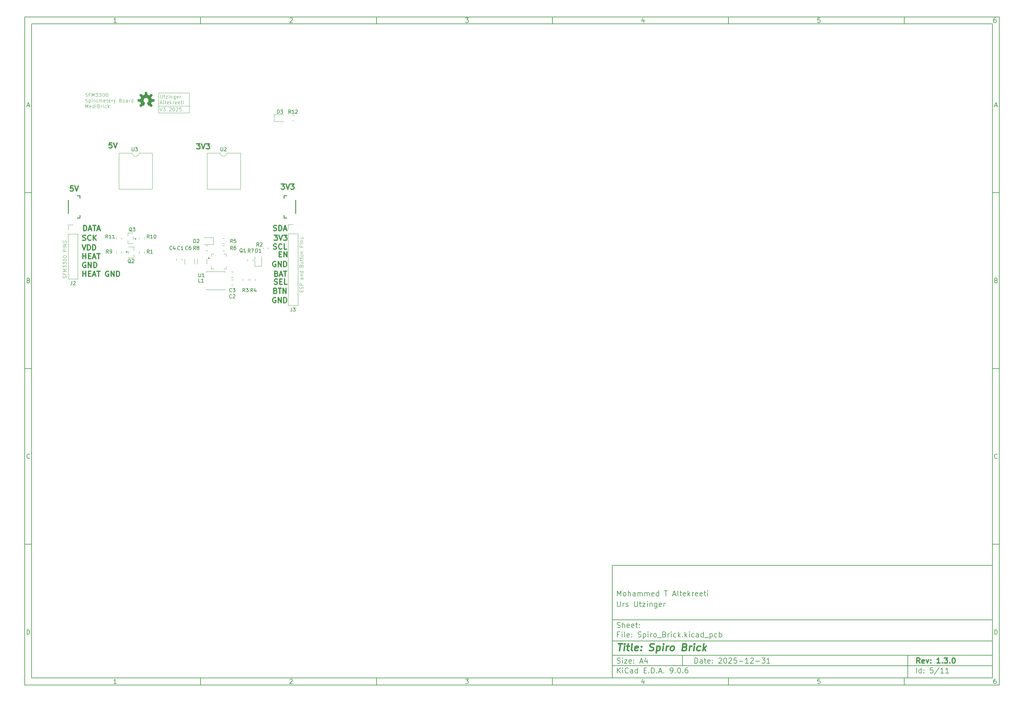
<source format=gbr>
%TF.GenerationSoftware,KiCad,Pcbnew,9.0.6-9.0.6~ubuntu22.04.1*%
%TF.CreationDate,2026-01-05T20:27:44-07:00*%
%TF.ProjectId,Spiro_Brick,53706972-6f5f-4427-9269-636b2e6b6963,1.3.0*%
%TF.SameCoordinates,Original*%
%TF.FileFunction,Legend,Top*%
%TF.FilePolarity,Positive*%
%FSLAX46Y46*%
G04 Gerber Fmt 4.6, Leading zero omitted, Abs format (unit mm)*
G04 Created by KiCad (PCBNEW 9.0.6-9.0.6~ubuntu22.04.1) date 2026-01-05 20:27:44*
%MOMM*%
%LPD*%
G01*
G04 APERTURE LIST*
%ADD10C,0.100000*%
%ADD11C,0.150000*%
%ADD12C,0.300000*%
%ADD13C,0.400000*%
%ADD14C,0.120000*%
%ADD15C,0.254000*%
%ADD16C,0.000000*%
G04 APERTURE END LIST*
D10*
D11*
X177002200Y-166007200D02*
X285002200Y-166007200D01*
X285002200Y-198007200D01*
X177002200Y-198007200D01*
X177002200Y-166007200D01*
D10*
D11*
X10000000Y-10000000D02*
X287002200Y-10000000D01*
X287002200Y-200007200D01*
X10000000Y-200007200D01*
X10000000Y-10000000D01*
D10*
D11*
X12000000Y-12000000D02*
X285002200Y-12000000D01*
X285002200Y-198007200D01*
X12000000Y-198007200D01*
X12000000Y-12000000D01*
D10*
D11*
X60000000Y-12000000D02*
X60000000Y-10000000D01*
D10*
D11*
X110000000Y-12000000D02*
X110000000Y-10000000D01*
D10*
D11*
X160000000Y-12000000D02*
X160000000Y-10000000D01*
D10*
D11*
X210000000Y-12000000D02*
X210000000Y-10000000D01*
D10*
D11*
X260000000Y-12000000D02*
X260000000Y-10000000D01*
D10*
D11*
X36089160Y-11593604D02*
X35346303Y-11593604D01*
X35717731Y-11593604D02*
X35717731Y-10293604D01*
X35717731Y-10293604D02*
X35593922Y-10479319D01*
X35593922Y-10479319D02*
X35470112Y-10603128D01*
X35470112Y-10603128D02*
X35346303Y-10665033D01*
D10*
D11*
X85346303Y-10417414D02*
X85408207Y-10355509D01*
X85408207Y-10355509D02*
X85532017Y-10293604D01*
X85532017Y-10293604D02*
X85841541Y-10293604D01*
X85841541Y-10293604D02*
X85965350Y-10355509D01*
X85965350Y-10355509D02*
X86027255Y-10417414D01*
X86027255Y-10417414D02*
X86089160Y-10541223D01*
X86089160Y-10541223D02*
X86089160Y-10665033D01*
X86089160Y-10665033D02*
X86027255Y-10850747D01*
X86027255Y-10850747D02*
X85284398Y-11593604D01*
X85284398Y-11593604D02*
X86089160Y-11593604D01*
D10*
D11*
X135284398Y-10293604D02*
X136089160Y-10293604D01*
X136089160Y-10293604D02*
X135655826Y-10788842D01*
X135655826Y-10788842D02*
X135841541Y-10788842D01*
X135841541Y-10788842D02*
X135965350Y-10850747D01*
X135965350Y-10850747D02*
X136027255Y-10912652D01*
X136027255Y-10912652D02*
X136089160Y-11036461D01*
X136089160Y-11036461D02*
X136089160Y-11345985D01*
X136089160Y-11345985D02*
X136027255Y-11469795D01*
X136027255Y-11469795D02*
X135965350Y-11531700D01*
X135965350Y-11531700D02*
X135841541Y-11593604D01*
X135841541Y-11593604D02*
X135470112Y-11593604D01*
X135470112Y-11593604D02*
X135346303Y-11531700D01*
X135346303Y-11531700D02*
X135284398Y-11469795D01*
D10*
D11*
X185965350Y-10726938D02*
X185965350Y-11593604D01*
X185655826Y-10231700D02*
X185346303Y-11160271D01*
X185346303Y-11160271D02*
X186151064Y-11160271D01*
D10*
D11*
X236027255Y-10293604D02*
X235408207Y-10293604D01*
X235408207Y-10293604D02*
X235346303Y-10912652D01*
X235346303Y-10912652D02*
X235408207Y-10850747D01*
X235408207Y-10850747D02*
X235532017Y-10788842D01*
X235532017Y-10788842D02*
X235841541Y-10788842D01*
X235841541Y-10788842D02*
X235965350Y-10850747D01*
X235965350Y-10850747D02*
X236027255Y-10912652D01*
X236027255Y-10912652D02*
X236089160Y-11036461D01*
X236089160Y-11036461D02*
X236089160Y-11345985D01*
X236089160Y-11345985D02*
X236027255Y-11469795D01*
X236027255Y-11469795D02*
X235965350Y-11531700D01*
X235965350Y-11531700D02*
X235841541Y-11593604D01*
X235841541Y-11593604D02*
X235532017Y-11593604D01*
X235532017Y-11593604D02*
X235408207Y-11531700D01*
X235408207Y-11531700D02*
X235346303Y-11469795D01*
D10*
D11*
X285965350Y-10293604D02*
X285717731Y-10293604D01*
X285717731Y-10293604D02*
X285593922Y-10355509D01*
X285593922Y-10355509D02*
X285532017Y-10417414D01*
X285532017Y-10417414D02*
X285408207Y-10603128D01*
X285408207Y-10603128D02*
X285346303Y-10850747D01*
X285346303Y-10850747D02*
X285346303Y-11345985D01*
X285346303Y-11345985D02*
X285408207Y-11469795D01*
X285408207Y-11469795D02*
X285470112Y-11531700D01*
X285470112Y-11531700D02*
X285593922Y-11593604D01*
X285593922Y-11593604D02*
X285841541Y-11593604D01*
X285841541Y-11593604D02*
X285965350Y-11531700D01*
X285965350Y-11531700D02*
X286027255Y-11469795D01*
X286027255Y-11469795D02*
X286089160Y-11345985D01*
X286089160Y-11345985D02*
X286089160Y-11036461D01*
X286089160Y-11036461D02*
X286027255Y-10912652D01*
X286027255Y-10912652D02*
X285965350Y-10850747D01*
X285965350Y-10850747D02*
X285841541Y-10788842D01*
X285841541Y-10788842D02*
X285593922Y-10788842D01*
X285593922Y-10788842D02*
X285470112Y-10850747D01*
X285470112Y-10850747D02*
X285408207Y-10912652D01*
X285408207Y-10912652D02*
X285346303Y-11036461D01*
D10*
D11*
X60000000Y-198007200D02*
X60000000Y-200007200D01*
D10*
D11*
X110000000Y-198007200D02*
X110000000Y-200007200D01*
D10*
D11*
X160000000Y-198007200D02*
X160000000Y-200007200D01*
D10*
D11*
X210000000Y-198007200D02*
X210000000Y-200007200D01*
D10*
D11*
X260000000Y-198007200D02*
X260000000Y-200007200D01*
D10*
D11*
X36089160Y-199600804D02*
X35346303Y-199600804D01*
X35717731Y-199600804D02*
X35717731Y-198300804D01*
X35717731Y-198300804D02*
X35593922Y-198486519D01*
X35593922Y-198486519D02*
X35470112Y-198610328D01*
X35470112Y-198610328D02*
X35346303Y-198672233D01*
D10*
D11*
X85346303Y-198424614D02*
X85408207Y-198362709D01*
X85408207Y-198362709D02*
X85532017Y-198300804D01*
X85532017Y-198300804D02*
X85841541Y-198300804D01*
X85841541Y-198300804D02*
X85965350Y-198362709D01*
X85965350Y-198362709D02*
X86027255Y-198424614D01*
X86027255Y-198424614D02*
X86089160Y-198548423D01*
X86089160Y-198548423D02*
X86089160Y-198672233D01*
X86089160Y-198672233D02*
X86027255Y-198857947D01*
X86027255Y-198857947D02*
X85284398Y-199600804D01*
X85284398Y-199600804D02*
X86089160Y-199600804D01*
D10*
D11*
X135284398Y-198300804D02*
X136089160Y-198300804D01*
X136089160Y-198300804D02*
X135655826Y-198796042D01*
X135655826Y-198796042D02*
X135841541Y-198796042D01*
X135841541Y-198796042D02*
X135965350Y-198857947D01*
X135965350Y-198857947D02*
X136027255Y-198919852D01*
X136027255Y-198919852D02*
X136089160Y-199043661D01*
X136089160Y-199043661D02*
X136089160Y-199353185D01*
X136089160Y-199353185D02*
X136027255Y-199476995D01*
X136027255Y-199476995D02*
X135965350Y-199538900D01*
X135965350Y-199538900D02*
X135841541Y-199600804D01*
X135841541Y-199600804D02*
X135470112Y-199600804D01*
X135470112Y-199600804D02*
X135346303Y-199538900D01*
X135346303Y-199538900D02*
X135284398Y-199476995D01*
D10*
D11*
X185965350Y-198734138D02*
X185965350Y-199600804D01*
X185655826Y-198238900D02*
X185346303Y-199167471D01*
X185346303Y-199167471D02*
X186151064Y-199167471D01*
D10*
D11*
X236027255Y-198300804D02*
X235408207Y-198300804D01*
X235408207Y-198300804D02*
X235346303Y-198919852D01*
X235346303Y-198919852D02*
X235408207Y-198857947D01*
X235408207Y-198857947D02*
X235532017Y-198796042D01*
X235532017Y-198796042D02*
X235841541Y-198796042D01*
X235841541Y-198796042D02*
X235965350Y-198857947D01*
X235965350Y-198857947D02*
X236027255Y-198919852D01*
X236027255Y-198919852D02*
X236089160Y-199043661D01*
X236089160Y-199043661D02*
X236089160Y-199353185D01*
X236089160Y-199353185D02*
X236027255Y-199476995D01*
X236027255Y-199476995D02*
X235965350Y-199538900D01*
X235965350Y-199538900D02*
X235841541Y-199600804D01*
X235841541Y-199600804D02*
X235532017Y-199600804D01*
X235532017Y-199600804D02*
X235408207Y-199538900D01*
X235408207Y-199538900D02*
X235346303Y-199476995D01*
D10*
D11*
X285965350Y-198300804D02*
X285717731Y-198300804D01*
X285717731Y-198300804D02*
X285593922Y-198362709D01*
X285593922Y-198362709D02*
X285532017Y-198424614D01*
X285532017Y-198424614D02*
X285408207Y-198610328D01*
X285408207Y-198610328D02*
X285346303Y-198857947D01*
X285346303Y-198857947D02*
X285346303Y-199353185D01*
X285346303Y-199353185D02*
X285408207Y-199476995D01*
X285408207Y-199476995D02*
X285470112Y-199538900D01*
X285470112Y-199538900D02*
X285593922Y-199600804D01*
X285593922Y-199600804D02*
X285841541Y-199600804D01*
X285841541Y-199600804D02*
X285965350Y-199538900D01*
X285965350Y-199538900D02*
X286027255Y-199476995D01*
X286027255Y-199476995D02*
X286089160Y-199353185D01*
X286089160Y-199353185D02*
X286089160Y-199043661D01*
X286089160Y-199043661D02*
X286027255Y-198919852D01*
X286027255Y-198919852D02*
X285965350Y-198857947D01*
X285965350Y-198857947D02*
X285841541Y-198796042D01*
X285841541Y-198796042D02*
X285593922Y-198796042D01*
X285593922Y-198796042D02*
X285470112Y-198857947D01*
X285470112Y-198857947D02*
X285408207Y-198919852D01*
X285408207Y-198919852D02*
X285346303Y-199043661D01*
D10*
D11*
X10000000Y-60000000D02*
X12000000Y-60000000D01*
D10*
D11*
X10000000Y-110000000D02*
X12000000Y-110000000D01*
D10*
D11*
X10000000Y-160000000D02*
X12000000Y-160000000D01*
D10*
D11*
X10690476Y-35222176D02*
X11309523Y-35222176D01*
X10566666Y-35593604D02*
X10999999Y-34293604D01*
X10999999Y-34293604D02*
X11433333Y-35593604D01*
D10*
D11*
X11092857Y-84912652D02*
X11278571Y-84974557D01*
X11278571Y-84974557D02*
X11340476Y-85036461D01*
X11340476Y-85036461D02*
X11402380Y-85160271D01*
X11402380Y-85160271D02*
X11402380Y-85345985D01*
X11402380Y-85345985D02*
X11340476Y-85469795D01*
X11340476Y-85469795D02*
X11278571Y-85531700D01*
X11278571Y-85531700D02*
X11154761Y-85593604D01*
X11154761Y-85593604D02*
X10659523Y-85593604D01*
X10659523Y-85593604D02*
X10659523Y-84293604D01*
X10659523Y-84293604D02*
X11092857Y-84293604D01*
X11092857Y-84293604D02*
X11216666Y-84355509D01*
X11216666Y-84355509D02*
X11278571Y-84417414D01*
X11278571Y-84417414D02*
X11340476Y-84541223D01*
X11340476Y-84541223D02*
X11340476Y-84665033D01*
X11340476Y-84665033D02*
X11278571Y-84788842D01*
X11278571Y-84788842D02*
X11216666Y-84850747D01*
X11216666Y-84850747D02*
X11092857Y-84912652D01*
X11092857Y-84912652D02*
X10659523Y-84912652D01*
D10*
D11*
X11402380Y-135469795D02*
X11340476Y-135531700D01*
X11340476Y-135531700D02*
X11154761Y-135593604D01*
X11154761Y-135593604D02*
X11030952Y-135593604D01*
X11030952Y-135593604D02*
X10845238Y-135531700D01*
X10845238Y-135531700D02*
X10721428Y-135407890D01*
X10721428Y-135407890D02*
X10659523Y-135284080D01*
X10659523Y-135284080D02*
X10597619Y-135036461D01*
X10597619Y-135036461D02*
X10597619Y-134850747D01*
X10597619Y-134850747D02*
X10659523Y-134603128D01*
X10659523Y-134603128D02*
X10721428Y-134479319D01*
X10721428Y-134479319D02*
X10845238Y-134355509D01*
X10845238Y-134355509D02*
X11030952Y-134293604D01*
X11030952Y-134293604D02*
X11154761Y-134293604D01*
X11154761Y-134293604D02*
X11340476Y-134355509D01*
X11340476Y-134355509D02*
X11402380Y-134417414D01*
D10*
D11*
X10659523Y-185593604D02*
X10659523Y-184293604D01*
X10659523Y-184293604D02*
X10969047Y-184293604D01*
X10969047Y-184293604D02*
X11154761Y-184355509D01*
X11154761Y-184355509D02*
X11278571Y-184479319D01*
X11278571Y-184479319D02*
X11340476Y-184603128D01*
X11340476Y-184603128D02*
X11402380Y-184850747D01*
X11402380Y-184850747D02*
X11402380Y-185036461D01*
X11402380Y-185036461D02*
X11340476Y-185284080D01*
X11340476Y-185284080D02*
X11278571Y-185407890D01*
X11278571Y-185407890D02*
X11154761Y-185531700D01*
X11154761Y-185531700D02*
X10969047Y-185593604D01*
X10969047Y-185593604D02*
X10659523Y-185593604D01*
D10*
D11*
X287002200Y-60000000D02*
X285002200Y-60000000D01*
D10*
D11*
X287002200Y-110000000D02*
X285002200Y-110000000D01*
D10*
D11*
X287002200Y-160000000D02*
X285002200Y-160000000D01*
D10*
D11*
X285692676Y-35222176D02*
X286311723Y-35222176D01*
X285568866Y-35593604D02*
X286002199Y-34293604D01*
X286002199Y-34293604D02*
X286435533Y-35593604D01*
D10*
D11*
X286095057Y-84912652D02*
X286280771Y-84974557D01*
X286280771Y-84974557D02*
X286342676Y-85036461D01*
X286342676Y-85036461D02*
X286404580Y-85160271D01*
X286404580Y-85160271D02*
X286404580Y-85345985D01*
X286404580Y-85345985D02*
X286342676Y-85469795D01*
X286342676Y-85469795D02*
X286280771Y-85531700D01*
X286280771Y-85531700D02*
X286156961Y-85593604D01*
X286156961Y-85593604D02*
X285661723Y-85593604D01*
X285661723Y-85593604D02*
X285661723Y-84293604D01*
X285661723Y-84293604D02*
X286095057Y-84293604D01*
X286095057Y-84293604D02*
X286218866Y-84355509D01*
X286218866Y-84355509D02*
X286280771Y-84417414D01*
X286280771Y-84417414D02*
X286342676Y-84541223D01*
X286342676Y-84541223D02*
X286342676Y-84665033D01*
X286342676Y-84665033D02*
X286280771Y-84788842D01*
X286280771Y-84788842D02*
X286218866Y-84850747D01*
X286218866Y-84850747D02*
X286095057Y-84912652D01*
X286095057Y-84912652D02*
X285661723Y-84912652D01*
D10*
D11*
X286404580Y-135469795D02*
X286342676Y-135531700D01*
X286342676Y-135531700D02*
X286156961Y-135593604D01*
X286156961Y-135593604D02*
X286033152Y-135593604D01*
X286033152Y-135593604D02*
X285847438Y-135531700D01*
X285847438Y-135531700D02*
X285723628Y-135407890D01*
X285723628Y-135407890D02*
X285661723Y-135284080D01*
X285661723Y-135284080D02*
X285599819Y-135036461D01*
X285599819Y-135036461D02*
X285599819Y-134850747D01*
X285599819Y-134850747D02*
X285661723Y-134603128D01*
X285661723Y-134603128D02*
X285723628Y-134479319D01*
X285723628Y-134479319D02*
X285847438Y-134355509D01*
X285847438Y-134355509D02*
X286033152Y-134293604D01*
X286033152Y-134293604D02*
X286156961Y-134293604D01*
X286156961Y-134293604D02*
X286342676Y-134355509D01*
X286342676Y-134355509D02*
X286404580Y-134417414D01*
D10*
D11*
X285661723Y-185593604D02*
X285661723Y-184293604D01*
X285661723Y-184293604D02*
X285971247Y-184293604D01*
X285971247Y-184293604D02*
X286156961Y-184355509D01*
X286156961Y-184355509D02*
X286280771Y-184479319D01*
X286280771Y-184479319D02*
X286342676Y-184603128D01*
X286342676Y-184603128D02*
X286404580Y-184850747D01*
X286404580Y-184850747D02*
X286404580Y-185036461D01*
X286404580Y-185036461D02*
X286342676Y-185284080D01*
X286342676Y-185284080D02*
X286280771Y-185407890D01*
X286280771Y-185407890D02*
X286156961Y-185531700D01*
X286156961Y-185531700D02*
X285971247Y-185593604D01*
X285971247Y-185593604D02*
X285661723Y-185593604D01*
D10*
D11*
X200458026Y-193793328D02*
X200458026Y-192293328D01*
X200458026Y-192293328D02*
X200815169Y-192293328D01*
X200815169Y-192293328D02*
X201029455Y-192364757D01*
X201029455Y-192364757D02*
X201172312Y-192507614D01*
X201172312Y-192507614D02*
X201243741Y-192650471D01*
X201243741Y-192650471D02*
X201315169Y-192936185D01*
X201315169Y-192936185D02*
X201315169Y-193150471D01*
X201315169Y-193150471D02*
X201243741Y-193436185D01*
X201243741Y-193436185D02*
X201172312Y-193579042D01*
X201172312Y-193579042D02*
X201029455Y-193721900D01*
X201029455Y-193721900D02*
X200815169Y-193793328D01*
X200815169Y-193793328D02*
X200458026Y-193793328D01*
X202600884Y-193793328D02*
X202600884Y-193007614D01*
X202600884Y-193007614D02*
X202529455Y-192864757D01*
X202529455Y-192864757D02*
X202386598Y-192793328D01*
X202386598Y-192793328D02*
X202100884Y-192793328D01*
X202100884Y-192793328D02*
X201958026Y-192864757D01*
X202600884Y-193721900D02*
X202458026Y-193793328D01*
X202458026Y-193793328D02*
X202100884Y-193793328D01*
X202100884Y-193793328D02*
X201958026Y-193721900D01*
X201958026Y-193721900D02*
X201886598Y-193579042D01*
X201886598Y-193579042D02*
X201886598Y-193436185D01*
X201886598Y-193436185D02*
X201958026Y-193293328D01*
X201958026Y-193293328D02*
X202100884Y-193221900D01*
X202100884Y-193221900D02*
X202458026Y-193221900D01*
X202458026Y-193221900D02*
X202600884Y-193150471D01*
X203100884Y-192793328D02*
X203672312Y-192793328D01*
X203315169Y-192293328D02*
X203315169Y-193579042D01*
X203315169Y-193579042D02*
X203386598Y-193721900D01*
X203386598Y-193721900D02*
X203529455Y-193793328D01*
X203529455Y-193793328D02*
X203672312Y-193793328D01*
X204743741Y-193721900D02*
X204600884Y-193793328D01*
X204600884Y-193793328D02*
X204315170Y-193793328D01*
X204315170Y-193793328D02*
X204172312Y-193721900D01*
X204172312Y-193721900D02*
X204100884Y-193579042D01*
X204100884Y-193579042D02*
X204100884Y-193007614D01*
X204100884Y-193007614D02*
X204172312Y-192864757D01*
X204172312Y-192864757D02*
X204315170Y-192793328D01*
X204315170Y-192793328D02*
X204600884Y-192793328D01*
X204600884Y-192793328D02*
X204743741Y-192864757D01*
X204743741Y-192864757D02*
X204815170Y-193007614D01*
X204815170Y-193007614D02*
X204815170Y-193150471D01*
X204815170Y-193150471D02*
X204100884Y-193293328D01*
X205458026Y-193650471D02*
X205529455Y-193721900D01*
X205529455Y-193721900D02*
X205458026Y-193793328D01*
X205458026Y-193793328D02*
X205386598Y-193721900D01*
X205386598Y-193721900D02*
X205458026Y-193650471D01*
X205458026Y-193650471D02*
X205458026Y-193793328D01*
X205458026Y-192864757D02*
X205529455Y-192936185D01*
X205529455Y-192936185D02*
X205458026Y-193007614D01*
X205458026Y-193007614D02*
X205386598Y-192936185D01*
X205386598Y-192936185D02*
X205458026Y-192864757D01*
X205458026Y-192864757D02*
X205458026Y-193007614D01*
X207243741Y-192436185D02*
X207315169Y-192364757D01*
X207315169Y-192364757D02*
X207458027Y-192293328D01*
X207458027Y-192293328D02*
X207815169Y-192293328D01*
X207815169Y-192293328D02*
X207958027Y-192364757D01*
X207958027Y-192364757D02*
X208029455Y-192436185D01*
X208029455Y-192436185D02*
X208100884Y-192579042D01*
X208100884Y-192579042D02*
X208100884Y-192721900D01*
X208100884Y-192721900D02*
X208029455Y-192936185D01*
X208029455Y-192936185D02*
X207172312Y-193793328D01*
X207172312Y-193793328D02*
X208100884Y-193793328D01*
X209029455Y-192293328D02*
X209172312Y-192293328D01*
X209172312Y-192293328D02*
X209315169Y-192364757D01*
X209315169Y-192364757D02*
X209386598Y-192436185D01*
X209386598Y-192436185D02*
X209458026Y-192579042D01*
X209458026Y-192579042D02*
X209529455Y-192864757D01*
X209529455Y-192864757D02*
X209529455Y-193221900D01*
X209529455Y-193221900D02*
X209458026Y-193507614D01*
X209458026Y-193507614D02*
X209386598Y-193650471D01*
X209386598Y-193650471D02*
X209315169Y-193721900D01*
X209315169Y-193721900D02*
X209172312Y-193793328D01*
X209172312Y-193793328D02*
X209029455Y-193793328D01*
X209029455Y-193793328D02*
X208886598Y-193721900D01*
X208886598Y-193721900D02*
X208815169Y-193650471D01*
X208815169Y-193650471D02*
X208743740Y-193507614D01*
X208743740Y-193507614D02*
X208672312Y-193221900D01*
X208672312Y-193221900D02*
X208672312Y-192864757D01*
X208672312Y-192864757D02*
X208743740Y-192579042D01*
X208743740Y-192579042D02*
X208815169Y-192436185D01*
X208815169Y-192436185D02*
X208886598Y-192364757D01*
X208886598Y-192364757D02*
X209029455Y-192293328D01*
X210100883Y-192436185D02*
X210172311Y-192364757D01*
X210172311Y-192364757D02*
X210315169Y-192293328D01*
X210315169Y-192293328D02*
X210672311Y-192293328D01*
X210672311Y-192293328D02*
X210815169Y-192364757D01*
X210815169Y-192364757D02*
X210886597Y-192436185D01*
X210886597Y-192436185D02*
X210958026Y-192579042D01*
X210958026Y-192579042D02*
X210958026Y-192721900D01*
X210958026Y-192721900D02*
X210886597Y-192936185D01*
X210886597Y-192936185D02*
X210029454Y-193793328D01*
X210029454Y-193793328D02*
X210958026Y-193793328D01*
X212315168Y-192293328D02*
X211600882Y-192293328D01*
X211600882Y-192293328D02*
X211529454Y-193007614D01*
X211529454Y-193007614D02*
X211600882Y-192936185D01*
X211600882Y-192936185D02*
X211743740Y-192864757D01*
X211743740Y-192864757D02*
X212100882Y-192864757D01*
X212100882Y-192864757D02*
X212243740Y-192936185D01*
X212243740Y-192936185D02*
X212315168Y-193007614D01*
X212315168Y-193007614D02*
X212386597Y-193150471D01*
X212386597Y-193150471D02*
X212386597Y-193507614D01*
X212386597Y-193507614D02*
X212315168Y-193650471D01*
X212315168Y-193650471D02*
X212243740Y-193721900D01*
X212243740Y-193721900D02*
X212100882Y-193793328D01*
X212100882Y-193793328D02*
X211743740Y-193793328D01*
X211743740Y-193793328D02*
X211600882Y-193721900D01*
X211600882Y-193721900D02*
X211529454Y-193650471D01*
X213029453Y-193221900D02*
X214172311Y-193221900D01*
X215672311Y-193793328D02*
X214815168Y-193793328D01*
X215243739Y-193793328D02*
X215243739Y-192293328D01*
X215243739Y-192293328D02*
X215100882Y-192507614D01*
X215100882Y-192507614D02*
X214958025Y-192650471D01*
X214958025Y-192650471D02*
X214815168Y-192721900D01*
X216243739Y-192436185D02*
X216315167Y-192364757D01*
X216315167Y-192364757D02*
X216458025Y-192293328D01*
X216458025Y-192293328D02*
X216815167Y-192293328D01*
X216815167Y-192293328D02*
X216958025Y-192364757D01*
X216958025Y-192364757D02*
X217029453Y-192436185D01*
X217029453Y-192436185D02*
X217100882Y-192579042D01*
X217100882Y-192579042D02*
X217100882Y-192721900D01*
X217100882Y-192721900D02*
X217029453Y-192936185D01*
X217029453Y-192936185D02*
X216172310Y-193793328D01*
X216172310Y-193793328D02*
X217100882Y-193793328D01*
X217743738Y-193221900D02*
X218886596Y-193221900D01*
X219458024Y-192293328D02*
X220386596Y-192293328D01*
X220386596Y-192293328D02*
X219886596Y-192864757D01*
X219886596Y-192864757D02*
X220100881Y-192864757D01*
X220100881Y-192864757D02*
X220243739Y-192936185D01*
X220243739Y-192936185D02*
X220315167Y-193007614D01*
X220315167Y-193007614D02*
X220386596Y-193150471D01*
X220386596Y-193150471D02*
X220386596Y-193507614D01*
X220386596Y-193507614D02*
X220315167Y-193650471D01*
X220315167Y-193650471D02*
X220243739Y-193721900D01*
X220243739Y-193721900D02*
X220100881Y-193793328D01*
X220100881Y-193793328D02*
X219672310Y-193793328D01*
X219672310Y-193793328D02*
X219529453Y-193721900D01*
X219529453Y-193721900D02*
X219458024Y-193650471D01*
X221815167Y-193793328D02*
X220958024Y-193793328D01*
X221386595Y-193793328D02*
X221386595Y-192293328D01*
X221386595Y-192293328D02*
X221243738Y-192507614D01*
X221243738Y-192507614D02*
X221100881Y-192650471D01*
X221100881Y-192650471D02*
X220958024Y-192721900D01*
D10*
D11*
X177002200Y-194507200D02*
X285002200Y-194507200D01*
D10*
D11*
X178458026Y-196593328D02*
X178458026Y-195093328D01*
X179315169Y-196593328D02*
X178672312Y-195736185D01*
X179315169Y-195093328D02*
X178458026Y-195950471D01*
X179958026Y-196593328D02*
X179958026Y-195593328D01*
X179958026Y-195093328D02*
X179886598Y-195164757D01*
X179886598Y-195164757D02*
X179958026Y-195236185D01*
X179958026Y-195236185D02*
X180029455Y-195164757D01*
X180029455Y-195164757D02*
X179958026Y-195093328D01*
X179958026Y-195093328D02*
X179958026Y-195236185D01*
X181529455Y-196450471D02*
X181458027Y-196521900D01*
X181458027Y-196521900D02*
X181243741Y-196593328D01*
X181243741Y-196593328D02*
X181100884Y-196593328D01*
X181100884Y-196593328D02*
X180886598Y-196521900D01*
X180886598Y-196521900D02*
X180743741Y-196379042D01*
X180743741Y-196379042D02*
X180672312Y-196236185D01*
X180672312Y-196236185D02*
X180600884Y-195950471D01*
X180600884Y-195950471D02*
X180600884Y-195736185D01*
X180600884Y-195736185D02*
X180672312Y-195450471D01*
X180672312Y-195450471D02*
X180743741Y-195307614D01*
X180743741Y-195307614D02*
X180886598Y-195164757D01*
X180886598Y-195164757D02*
X181100884Y-195093328D01*
X181100884Y-195093328D02*
X181243741Y-195093328D01*
X181243741Y-195093328D02*
X181458027Y-195164757D01*
X181458027Y-195164757D02*
X181529455Y-195236185D01*
X182815170Y-196593328D02*
X182815170Y-195807614D01*
X182815170Y-195807614D02*
X182743741Y-195664757D01*
X182743741Y-195664757D02*
X182600884Y-195593328D01*
X182600884Y-195593328D02*
X182315170Y-195593328D01*
X182315170Y-195593328D02*
X182172312Y-195664757D01*
X182815170Y-196521900D02*
X182672312Y-196593328D01*
X182672312Y-196593328D02*
X182315170Y-196593328D01*
X182315170Y-196593328D02*
X182172312Y-196521900D01*
X182172312Y-196521900D02*
X182100884Y-196379042D01*
X182100884Y-196379042D02*
X182100884Y-196236185D01*
X182100884Y-196236185D02*
X182172312Y-196093328D01*
X182172312Y-196093328D02*
X182315170Y-196021900D01*
X182315170Y-196021900D02*
X182672312Y-196021900D01*
X182672312Y-196021900D02*
X182815170Y-195950471D01*
X184172313Y-196593328D02*
X184172313Y-195093328D01*
X184172313Y-196521900D02*
X184029455Y-196593328D01*
X184029455Y-196593328D02*
X183743741Y-196593328D01*
X183743741Y-196593328D02*
X183600884Y-196521900D01*
X183600884Y-196521900D02*
X183529455Y-196450471D01*
X183529455Y-196450471D02*
X183458027Y-196307614D01*
X183458027Y-196307614D02*
X183458027Y-195879042D01*
X183458027Y-195879042D02*
X183529455Y-195736185D01*
X183529455Y-195736185D02*
X183600884Y-195664757D01*
X183600884Y-195664757D02*
X183743741Y-195593328D01*
X183743741Y-195593328D02*
X184029455Y-195593328D01*
X184029455Y-195593328D02*
X184172313Y-195664757D01*
X186029455Y-195807614D02*
X186529455Y-195807614D01*
X186743741Y-196593328D02*
X186029455Y-196593328D01*
X186029455Y-196593328D02*
X186029455Y-195093328D01*
X186029455Y-195093328D02*
X186743741Y-195093328D01*
X187386598Y-196450471D02*
X187458027Y-196521900D01*
X187458027Y-196521900D02*
X187386598Y-196593328D01*
X187386598Y-196593328D02*
X187315170Y-196521900D01*
X187315170Y-196521900D02*
X187386598Y-196450471D01*
X187386598Y-196450471D02*
X187386598Y-196593328D01*
X188100884Y-196593328D02*
X188100884Y-195093328D01*
X188100884Y-195093328D02*
X188458027Y-195093328D01*
X188458027Y-195093328D02*
X188672313Y-195164757D01*
X188672313Y-195164757D02*
X188815170Y-195307614D01*
X188815170Y-195307614D02*
X188886599Y-195450471D01*
X188886599Y-195450471D02*
X188958027Y-195736185D01*
X188958027Y-195736185D02*
X188958027Y-195950471D01*
X188958027Y-195950471D02*
X188886599Y-196236185D01*
X188886599Y-196236185D02*
X188815170Y-196379042D01*
X188815170Y-196379042D02*
X188672313Y-196521900D01*
X188672313Y-196521900D02*
X188458027Y-196593328D01*
X188458027Y-196593328D02*
X188100884Y-196593328D01*
X189600884Y-196450471D02*
X189672313Y-196521900D01*
X189672313Y-196521900D02*
X189600884Y-196593328D01*
X189600884Y-196593328D02*
X189529456Y-196521900D01*
X189529456Y-196521900D02*
X189600884Y-196450471D01*
X189600884Y-196450471D02*
X189600884Y-196593328D01*
X190243742Y-196164757D02*
X190958028Y-196164757D01*
X190100885Y-196593328D02*
X190600885Y-195093328D01*
X190600885Y-195093328D02*
X191100885Y-196593328D01*
X191600884Y-196450471D02*
X191672313Y-196521900D01*
X191672313Y-196521900D02*
X191600884Y-196593328D01*
X191600884Y-196593328D02*
X191529456Y-196521900D01*
X191529456Y-196521900D02*
X191600884Y-196450471D01*
X191600884Y-196450471D02*
X191600884Y-196593328D01*
X193529456Y-196593328D02*
X193815170Y-196593328D01*
X193815170Y-196593328D02*
X193958027Y-196521900D01*
X193958027Y-196521900D02*
X194029456Y-196450471D01*
X194029456Y-196450471D02*
X194172313Y-196236185D01*
X194172313Y-196236185D02*
X194243742Y-195950471D01*
X194243742Y-195950471D02*
X194243742Y-195379042D01*
X194243742Y-195379042D02*
X194172313Y-195236185D01*
X194172313Y-195236185D02*
X194100885Y-195164757D01*
X194100885Y-195164757D02*
X193958027Y-195093328D01*
X193958027Y-195093328D02*
X193672313Y-195093328D01*
X193672313Y-195093328D02*
X193529456Y-195164757D01*
X193529456Y-195164757D02*
X193458027Y-195236185D01*
X193458027Y-195236185D02*
X193386599Y-195379042D01*
X193386599Y-195379042D02*
X193386599Y-195736185D01*
X193386599Y-195736185D02*
X193458027Y-195879042D01*
X193458027Y-195879042D02*
X193529456Y-195950471D01*
X193529456Y-195950471D02*
X193672313Y-196021900D01*
X193672313Y-196021900D02*
X193958027Y-196021900D01*
X193958027Y-196021900D02*
X194100885Y-195950471D01*
X194100885Y-195950471D02*
X194172313Y-195879042D01*
X194172313Y-195879042D02*
X194243742Y-195736185D01*
X194886598Y-196450471D02*
X194958027Y-196521900D01*
X194958027Y-196521900D02*
X194886598Y-196593328D01*
X194886598Y-196593328D02*
X194815170Y-196521900D01*
X194815170Y-196521900D02*
X194886598Y-196450471D01*
X194886598Y-196450471D02*
X194886598Y-196593328D01*
X195886599Y-195093328D02*
X196029456Y-195093328D01*
X196029456Y-195093328D02*
X196172313Y-195164757D01*
X196172313Y-195164757D02*
X196243742Y-195236185D01*
X196243742Y-195236185D02*
X196315170Y-195379042D01*
X196315170Y-195379042D02*
X196386599Y-195664757D01*
X196386599Y-195664757D02*
X196386599Y-196021900D01*
X196386599Y-196021900D02*
X196315170Y-196307614D01*
X196315170Y-196307614D02*
X196243742Y-196450471D01*
X196243742Y-196450471D02*
X196172313Y-196521900D01*
X196172313Y-196521900D02*
X196029456Y-196593328D01*
X196029456Y-196593328D02*
X195886599Y-196593328D01*
X195886599Y-196593328D02*
X195743742Y-196521900D01*
X195743742Y-196521900D02*
X195672313Y-196450471D01*
X195672313Y-196450471D02*
X195600884Y-196307614D01*
X195600884Y-196307614D02*
X195529456Y-196021900D01*
X195529456Y-196021900D02*
X195529456Y-195664757D01*
X195529456Y-195664757D02*
X195600884Y-195379042D01*
X195600884Y-195379042D02*
X195672313Y-195236185D01*
X195672313Y-195236185D02*
X195743742Y-195164757D01*
X195743742Y-195164757D02*
X195886599Y-195093328D01*
X197029455Y-196450471D02*
X197100884Y-196521900D01*
X197100884Y-196521900D02*
X197029455Y-196593328D01*
X197029455Y-196593328D02*
X196958027Y-196521900D01*
X196958027Y-196521900D02*
X197029455Y-196450471D01*
X197029455Y-196450471D02*
X197029455Y-196593328D01*
X198386599Y-195093328D02*
X198100884Y-195093328D01*
X198100884Y-195093328D02*
X197958027Y-195164757D01*
X197958027Y-195164757D02*
X197886599Y-195236185D01*
X197886599Y-195236185D02*
X197743741Y-195450471D01*
X197743741Y-195450471D02*
X197672313Y-195736185D01*
X197672313Y-195736185D02*
X197672313Y-196307614D01*
X197672313Y-196307614D02*
X197743741Y-196450471D01*
X197743741Y-196450471D02*
X197815170Y-196521900D01*
X197815170Y-196521900D02*
X197958027Y-196593328D01*
X197958027Y-196593328D02*
X198243741Y-196593328D01*
X198243741Y-196593328D02*
X198386599Y-196521900D01*
X198386599Y-196521900D02*
X198458027Y-196450471D01*
X198458027Y-196450471D02*
X198529456Y-196307614D01*
X198529456Y-196307614D02*
X198529456Y-195950471D01*
X198529456Y-195950471D02*
X198458027Y-195807614D01*
X198458027Y-195807614D02*
X198386599Y-195736185D01*
X198386599Y-195736185D02*
X198243741Y-195664757D01*
X198243741Y-195664757D02*
X197958027Y-195664757D01*
X197958027Y-195664757D02*
X197815170Y-195736185D01*
X197815170Y-195736185D02*
X197743741Y-195807614D01*
X197743741Y-195807614D02*
X197672313Y-195950471D01*
D10*
D11*
X177002200Y-191507200D02*
X285002200Y-191507200D01*
D10*
D12*
X264413853Y-193785528D02*
X263913853Y-193071242D01*
X263556710Y-193785528D02*
X263556710Y-192285528D01*
X263556710Y-192285528D02*
X264128139Y-192285528D01*
X264128139Y-192285528D02*
X264270996Y-192356957D01*
X264270996Y-192356957D02*
X264342425Y-192428385D01*
X264342425Y-192428385D02*
X264413853Y-192571242D01*
X264413853Y-192571242D02*
X264413853Y-192785528D01*
X264413853Y-192785528D02*
X264342425Y-192928385D01*
X264342425Y-192928385D02*
X264270996Y-192999814D01*
X264270996Y-192999814D02*
X264128139Y-193071242D01*
X264128139Y-193071242D02*
X263556710Y-193071242D01*
X265628139Y-193714100D02*
X265485282Y-193785528D01*
X265485282Y-193785528D02*
X265199568Y-193785528D01*
X265199568Y-193785528D02*
X265056710Y-193714100D01*
X265056710Y-193714100D02*
X264985282Y-193571242D01*
X264985282Y-193571242D02*
X264985282Y-192999814D01*
X264985282Y-192999814D02*
X265056710Y-192856957D01*
X265056710Y-192856957D02*
X265199568Y-192785528D01*
X265199568Y-192785528D02*
X265485282Y-192785528D01*
X265485282Y-192785528D02*
X265628139Y-192856957D01*
X265628139Y-192856957D02*
X265699568Y-192999814D01*
X265699568Y-192999814D02*
X265699568Y-193142671D01*
X265699568Y-193142671D02*
X264985282Y-193285528D01*
X266199567Y-192785528D02*
X266556710Y-193785528D01*
X266556710Y-193785528D02*
X266913853Y-192785528D01*
X267485281Y-193642671D02*
X267556710Y-193714100D01*
X267556710Y-193714100D02*
X267485281Y-193785528D01*
X267485281Y-193785528D02*
X267413853Y-193714100D01*
X267413853Y-193714100D02*
X267485281Y-193642671D01*
X267485281Y-193642671D02*
X267485281Y-193785528D01*
X267485281Y-192856957D02*
X267556710Y-192928385D01*
X267556710Y-192928385D02*
X267485281Y-192999814D01*
X267485281Y-192999814D02*
X267413853Y-192928385D01*
X267413853Y-192928385D02*
X267485281Y-192856957D01*
X267485281Y-192856957D02*
X267485281Y-192999814D01*
X270128139Y-193785528D02*
X269270996Y-193785528D01*
X269699567Y-193785528D02*
X269699567Y-192285528D01*
X269699567Y-192285528D02*
X269556710Y-192499814D01*
X269556710Y-192499814D02*
X269413853Y-192642671D01*
X269413853Y-192642671D02*
X269270996Y-192714100D01*
X270770995Y-193642671D02*
X270842424Y-193714100D01*
X270842424Y-193714100D02*
X270770995Y-193785528D01*
X270770995Y-193785528D02*
X270699567Y-193714100D01*
X270699567Y-193714100D02*
X270770995Y-193642671D01*
X270770995Y-193642671D02*
X270770995Y-193785528D01*
X271342424Y-192285528D02*
X272270996Y-192285528D01*
X272270996Y-192285528D02*
X271770996Y-192856957D01*
X271770996Y-192856957D02*
X271985281Y-192856957D01*
X271985281Y-192856957D02*
X272128139Y-192928385D01*
X272128139Y-192928385D02*
X272199567Y-192999814D01*
X272199567Y-192999814D02*
X272270996Y-193142671D01*
X272270996Y-193142671D02*
X272270996Y-193499814D01*
X272270996Y-193499814D02*
X272199567Y-193642671D01*
X272199567Y-193642671D02*
X272128139Y-193714100D01*
X272128139Y-193714100D02*
X271985281Y-193785528D01*
X271985281Y-193785528D02*
X271556710Y-193785528D01*
X271556710Y-193785528D02*
X271413853Y-193714100D01*
X271413853Y-193714100D02*
X271342424Y-193642671D01*
X272913852Y-193642671D02*
X272985281Y-193714100D01*
X272985281Y-193714100D02*
X272913852Y-193785528D01*
X272913852Y-193785528D02*
X272842424Y-193714100D01*
X272842424Y-193714100D02*
X272913852Y-193642671D01*
X272913852Y-193642671D02*
X272913852Y-193785528D01*
X273913853Y-192285528D02*
X274056710Y-192285528D01*
X274056710Y-192285528D02*
X274199567Y-192356957D01*
X274199567Y-192356957D02*
X274270996Y-192428385D01*
X274270996Y-192428385D02*
X274342424Y-192571242D01*
X274342424Y-192571242D02*
X274413853Y-192856957D01*
X274413853Y-192856957D02*
X274413853Y-193214100D01*
X274413853Y-193214100D02*
X274342424Y-193499814D01*
X274342424Y-193499814D02*
X274270996Y-193642671D01*
X274270996Y-193642671D02*
X274199567Y-193714100D01*
X274199567Y-193714100D02*
X274056710Y-193785528D01*
X274056710Y-193785528D02*
X273913853Y-193785528D01*
X273913853Y-193785528D02*
X273770996Y-193714100D01*
X273770996Y-193714100D02*
X273699567Y-193642671D01*
X273699567Y-193642671D02*
X273628138Y-193499814D01*
X273628138Y-193499814D02*
X273556710Y-193214100D01*
X273556710Y-193214100D02*
X273556710Y-192856957D01*
X273556710Y-192856957D02*
X273628138Y-192571242D01*
X273628138Y-192571242D02*
X273699567Y-192428385D01*
X273699567Y-192428385D02*
X273770996Y-192356957D01*
X273770996Y-192356957D02*
X273913853Y-192285528D01*
D10*
D11*
X178386598Y-193721900D02*
X178600884Y-193793328D01*
X178600884Y-193793328D02*
X178958026Y-193793328D01*
X178958026Y-193793328D02*
X179100884Y-193721900D01*
X179100884Y-193721900D02*
X179172312Y-193650471D01*
X179172312Y-193650471D02*
X179243741Y-193507614D01*
X179243741Y-193507614D02*
X179243741Y-193364757D01*
X179243741Y-193364757D02*
X179172312Y-193221900D01*
X179172312Y-193221900D02*
X179100884Y-193150471D01*
X179100884Y-193150471D02*
X178958026Y-193079042D01*
X178958026Y-193079042D02*
X178672312Y-193007614D01*
X178672312Y-193007614D02*
X178529455Y-192936185D01*
X178529455Y-192936185D02*
X178458026Y-192864757D01*
X178458026Y-192864757D02*
X178386598Y-192721900D01*
X178386598Y-192721900D02*
X178386598Y-192579042D01*
X178386598Y-192579042D02*
X178458026Y-192436185D01*
X178458026Y-192436185D02*
X178529455Y-192364757D01*
X178529455Y-192364757D02*
X178672312Y-192293328D01*
X178672312Y-192293328D02*
X179029455Y-192293328D01*
X179029455Y-192293328D02*
X179243741Y-192364757D01*
X179886597Y-193793328D02*
X179886597Y-192793328D01*
X179886597Y-192293328D02*
X179815169Y-192364757D01*
X179815169Y-192364757D02*
X179886597Y-192436185D01*
X179886597Y-192436185D02*
X179958026Y-192364757D01*
X179958026Y-192364757D02*
X179886597Y-192293328D01*
X179886597Y-192293328D02*
X179886597Y-192436185D01*
X180458026Y-192793328D02*
X181243741Y-192793328D01*
X181243741Y-192793328D02*
X180458026Y-193793328D01*
X180458026Y-193793328D02*
X181243741Y-193793328D01*
X182386598Y-193721900D02*
X182243741Y-193793328D01*
X182243741Y-193793328D02*
X181958027Y-193793328D01*
X181958027Y-193793328D02*
X181815169Y-193721900D01*
X181815169Y-193721900D02*
X181743741Y-193579042D01*
X181743741Y-193579042D02*
X181743741Y-193007614D01*
X181743741Y-193007614D02*
X181815169Y-192864757D01*
X181815169Y-192864757D02*
X181958027Y-192793328D01*
X181958027Y-192793328D02*
X182243741Y-192793328D01*
X182243741Y-192793328D02*
X182386598Y-192864757D01*
X182386598Y-192864757D02*
X182458027Y-193007614D01*
X182458027Y-193007614D02*
X182458027Y-193150471D01*
X182458027Y-193150471D02*
X181743741Y-193293328D01*
X183100883Y-193650471D02*
X183172312Y-193721900D01*
X183172312Y-193721900D02*
X183100883Y-193793328D01*
X183100883Y-193793328D02*
X183029455Y-193721900D01*
X183029455Y-193721900D02*
X183100883Y-193650471D01*
X183100883Y-193650471D02*
X183100883Y-193793328D01*
X183100883Y-192864757D02*
X183172312Y-192936185D01*
X183172312Y-192936185D02*
X183100883Y-193007614D01*
X183100883Y-193007614D02*
X183029455Y-192936185D01*
X183029455Y-192936185D02*
X183100883Y-192864757D01*
X183100883Y-192864757D02*
X183100883Y-193007614D01*
X184886598Y-193364757D02*
X185600884Y-193364757D01*
X184743741Y-193793328D02*
X185243741Y-192293328D01*
X185243741Y-192293328D02*
X185743741Y-193793328D01*
X186886598Y-192793328D02*
X186886598Y-193793328D01*
X186529455Y-192221900D02*
X186172312Y-193293328D01*
X186172312Y-193293328D02*
X187100883Y-193293328D01*
D10*
D11*
X263458026Y-196593328D02*
X263458026Y-195093328D01*
X264815170Y-196593328D02*
X264815170Y-195093328D01*
X264815170Y-196521900D02*
X264672312Y-196593328D01*
X264672312Y-196593328D02*
X264386598Y-196593328D01*
X264386598Y-196593328D02*
X264243741Y-196521900D01*
X264243741Y-196521900D02*
X264172312Y-196450471D01*
X264172312Y-196450471D02*
X264100884Y-196307614D01*
X264100884Y-196307614D02*
X264100884Y-195879042D01*
X264100884Y-195879042D02*
X264172312Y-195736185D01*
X264172312Y-195736185D02*
X264243741Y-195664757D01*
X264243741Y-195664757D02*
X264386598Y-195593328D01*
X264386598Y-195593328D02*
X264672312Y-195593328D01*
X264672312Y-195593328D02*
X264815170Y-195664757D01*
X265529455Y-196450471D02*
X265600884Y-196521900D01*
X265600884Y-196521900D02*
X265529455Y-196593328D01*
X265529455Y-196593328D02*
X265458027Y-196521900D01*
X265458027Y-196521900D02*
X265529455Y-196450471D01*
X265529455Y-196450471D02*
X265529455Y-196593328D01*
X265529455Y-195664757D02*
X265600884Y-195736185D01*
X265600884Y-195736185D02*
X265529455Y-195807614D01*
X265529455Y-195807614D02*
X265458027Y-195736185D01*
X265458027Y-195736185D02*
X265529455Y-195664757D01*
X265529455Y-195664757D02*
X265529455Y-195807614D01*
X268100884Y-195093328D02*
X267386598Y-195093328D01*
X267386598Y-195093328D02*
X267315170Y-195807614D01*
X267315170Y-195807614D02*
X267386598Y-195736185D01*
X267386598Y-195736185D02*
X267529456Y-195664757D01*
X267529456Y-195664757D02*
X267886598Y-195664757D01*
X267886598Y-195664757D02*
X268029456Y-195736185D01*
X268029456Y-195736185D02*
X268100884Y-195807614D01*
X268100884Y-195807614D02*
X268172313Y-195950471D01*
X268172313Y-195950471D02*
X268172313Y-196307614D01*
X268172313Y-196307614D02*
X268100884Y-196450471D01*
X268100884Y-196450471D02*
X268029456Y-196521900D01*
X268029456Y-196521900D02*
X267886598Y-196593328D01*
X267886598Y-196593328D02*
X267529456Y-196593328D01*
X267529456Y-196593328D02*
X267386598Y-196521900D01*
X267386598Y-196521900D02*
X267315170Y-196450471D01*
X269886598Y-195021900D02*
X268600884Y-196950471D01*
X271172313Y-196593328D02*
X270315170Y-196593328D01*
X270743741Y-196593328D02*
X270743741Y-195093328D01*
X270743741Y-195093328D02*
X270600884Y-195307614D01*
X270600884Y-195307614D02*
X270458027Y-195450471D01*
X270458027Y-195450471D02*
X270315170Y-195521900D01*
X272600884Y-196593328D02*
X271743741Y-196593328D01*
X272172312Y-196593328D02*
X272172312Y-195093328D01*
X272172312Y-195093328D02*
X272029455Y-195307614D01*
X272029455Y-195307614D02*
X271886598Y-195450471D01*
X271886598Y-195450471D02*
X271743741Y-195521900D01*
D10*
D11*
X177002200Y-187507200D02*
X285002200Y-187507200D01*
D10*
D13*
X178693928Y-188211638D02*
X179836785Y-188211638D01*
X179015357Y-190211638D02*
X179265357Y-188211638D01*
X180253452Y-190211638D02*
X180420119Y-188878304D01*
X180503452Y-188211638D02*
X180396309Y-188306876D01*
X180396309Y-188306876D02*
X180479643Y-188402114D01*
X180479643Y-188402114D02*
X180586786Y-188306876D01*
X180586786Y-188306876D02*
X180503452Y-188211638D01*
X180503452Y-188211638D02*
X180479643Y-188402114D01*
X181086786Y-188878304D02*
X181848690Y-188878304D01*
X181455833Y-188211638D02*
X181241548Y-189925923D01*
X181241548Y-189925923D02*
X181312976Y-190116400D01*
X181312976Y-190116400D02*
X181491548Y-190211638D01*
X181491548Y-190211638D02*
X181682024Y-190211638D01*
X182634405Y-190211638D02*
X182455833Y-190116400D01*
X182455833Y-190116400D02*
X182384405Y-189925923D01*
X182384405Y-189925923D02*
X182598690Y-188211638D01*
X184170119Y-190116400D02*
X183967738Y-190211638D01*
X183967738Y-190211638D02*
X183586785Y-190211638D01*
X183586785Y-190211638D02*
X183408214Y-190116400D01*
X183408214Y-190116400D02*
X183336785Y-189925923D01*
X183336785Y-189925923D02*
X183432024Y-189164019D01*
X183432024Y-189164019D02*
X183551071Y-188973542D01*
X183551071Y-188973542D02*
X183753452Y-188878304D01*
X183753452Y-188878304D02*
X184134404Y-188878304D01*
X184134404Y-188878304D02*
X184312976Y-188973542D01*
X184312976Y-188973542D02*
X184384404Y-189164019D01*
X184384404Y-189164019D02*
X184360595Y-189354495D01*
X184360595Y-189354495D02*
X183384404Y-189544971D01*
X185134405Y-190021161D02*
X185217738Y-190116400D01*
X185217738Y-190116400D02*
X185110595Y-190211638D01*
X185110595Y-190211638D02*
X185027262Y-190116400D01*
X185027262Y-190116400D02*
X185134405Y-190021161D01*
X185134405Y-190021161D02*
X185110595Y-190211638D01*
X185265357Y-188973542D02*
X185348690Y-189068780D01*
X185348690Y-189068780D02*
X185241548Y-189164019D01*
X185241548Y-189164019D02*
X185158214Y-189068780D01*
X185158214Y-189068780D02*
X185265357Y-188973542D01*
X185265357Y-188973542D02*
X185241548Y-189164019D01*
X187503453Y-190116400D02*
X187777262Y-190211638D01*
X187777262Y-190211638D02*
X188253453Y-190211638D01*
X188253453Y-190211638D02*
X188455834Y-190116400D01*
X188455834Y-190116400D02*
X188562977Y-190021161D01*
X188562977Y-190021161D02*
X188682024Y-189830685D01*
X188682024Y-189830685D02*
X188705834Y-189640209D01*
X188705834Y-189640209D02*
X188634405Y-189449733D01*
X188634405Y-189449733D02*
X188551072Y-189354495D01*
X188551072Y-189354495D02*
X188372501Y-189259257D01*
X188372501Y-189259257D02*
X188003453Y-189164019D01*
X188003453Y-189164019D02*
X187824881Y-189068780D01*
X187824881Y-189068780D02*
X187741548Y-188973542D01*
X187741548Y-188973542D02*
X187670120Y-188783066D01*
X187670120Y-188783066D02*
X187693929Y-188592590D01*
X187693929Y-188592590D02*
X187812977Y-188402114D01*
X187812977Y-188402114D02*
X187920120Y-188306876D01*
X187920120Y-188306876D02*
X188122501Y-188211638D01*
X188122501Y-188211638D02*
X188598691Y-188211638D01*
X188598691Y-188211638D02*
X188872501Y-188306876D01*
X189658215Y-188878304D02*
X189408215Y-190878304D01*
X189646310Y-188973542D02*
X189848691Y-188878304D01*
X189848691Y-188878304D02*
X190229643Y-188878304D01*
X190229643Y-188878304D02*
X190408215Y-188973542D01*
X190408215Y-188973542D02*
X190491548Y-189068780D01*
X190491548Y-189068780D02*
X190562977Y-189259257D01*
X190562977Y-189259257D02*
X190491548Y-189830685D01*
X190491548Y-189830685D02*
X190372501Y-190021161D01*
X190372501Y-190021161D02*
X190265358Y-190116400D01*
X190265358Y-190116400D02*
X190062977Y-190211638D01*
X190062977Y-190211638D02*
X189682024Y-190211638D01*
X189682024Y-190211638D02*
X189503453Y-190116400D01*
X191301072Y-190211638D02*
X191467739Y-188878304D01*
X191551072Y-188211638D02*
X191443929Y-188306876D01*
X191443929Y-188306876D02*
X191527263Y-188402114D01*
X191527263Y-188402114D02*
X191634406Y-188306876D01*
X191634406Y-188306876D02*
X191551072Y-188211638D01*
X191551072Y-188211638D02*
X191527263Y-188402114D01*
X192253453Y-190211638D02*
X192420120Y-188878304D01*
X192372501Y-189259257D02*
X192491548Y-189068780D01*
X192491548Y-189068780D02*
X192598691Y-188973542D01*
X192598691Y-188973542D02*
X192801072Y-188878304D01*
X192801072Y-188878304D02*
X192991548Y-188878304D01*
X193777263Y-190211638D02*
X193598691Y-190116400D01*
X193598691Y-190116400D02*
X193515358Y-190021161D01*
X193515358Y-190021161D02*
X193443929Y-189830685D01*
X193443929Y-189830685D02*
X193515358Y-189259257D01*
X193515358Y-189259257D02*
X193634405Y-189068780D01*
X193634405Y-189068780D02*
X193741548Y-188973542D01*
X193741548Y-188973542D02*
X193943929Y-188878304D01*
X193943929Y-188878304D02*
X194229643Y-188878304D01*
X194229643Y-188878304D02*
X194408215Y-188973542D01*
X194408215Y-188973542D02*
X194491548Y-189068780D01*
X194491548Y-189068780D02*
X194562977Y-189259257D01*
X194562977Y-189259257D02*
X194491548Y-189830685D01*
X194491548Y-189830685D02*
X194372501Y-190021161D01*
X194372501Y-190021161D02*
X194265358Y-190116400D01*
X194265358Y-190116400D02*
X194062977Y-190211638D01*
X194062977Y-190211638D02*
X193777263Y-190211638D01*
X197622501Y-189164019D02*
X197896311Y-189259257D01*
X197896311Y-189259257D02*
X197979644Y-189354495D01*
X197979644Y-189354495D02*
X198051073Y-189544971D01*
X198051073Y-189544971D02*
X198015358Y-189830685D01*
X198015358Y-189830685D02*
X197896311Y-190021161D01*
X197896311Y-190021161D02*
X197789168Y-190116400D01*
X197789168Y-190116400D02*
X197586787Y-190211638D01*
X197586787Y-190211638D02*
X196824882Y-190211638D01*
X196824882Y-190211638D02*
X197074882Y-188211638D01*
X197074882Y-188211638D02*
X197741549Y-188211638D01*
X197741549Y-188211638D02*
X197920120Y-188306876D01*
X197920120Y-188306876D02*
X198003454Y-188402114D01*
X198003454Y-188402114D02*
X198074882Y-188592590D01*
X198074882Y-188592590D02*
X198051073Y-188783066D01*
X198051073Y-188783066D02*
X197932025Y-188973542D01*
X197932025Y-188973542D02*
X197824882Y-189068780D01*
X197824882Y-189068780D02*
X197622501Y-189164019D01*
X197622501Y-189164019D02*
X196955835Y-189164019D01*
X198824882Y-190211638D02*
X198991549Y-188878304D01*
X198943930Y-189259257D02*
X199062977Y-189068780D01*
X199062977Y-189068780D02*
X199170120Y-188973542D01*
X199170120Y-188973542D02*
X199372501Y-188878304D01*
X199372501Y-188878304D02*
X199562977Y-188878304D01*
X200062977Y-190211638D02*
X200229644Y-188878304D01*
X200312977Y-188211638D02*
X200205834Y-188306876D01*
X200205834Y-188306876D02*
X200289168Y-188402114D01*
X200289168Y-188402114D02*
X200396311Y-188306876D01*
X200396311Y-188306876D02*
X200312977Y-188211638D01*
X200312977Y-188211638D02*
X200289168Y-188402114D01*
X201884406Y-190116400D02*
X201682025Y-190211638D01*
X201682025Y-190211638D02*
X201301073Y-190211638D01*
X201301073Y-190211638D02*
X201122501Y-190116400D01*
X201122501Y-190116400D02*
X201039168Y-190021161D01*
X201039168Y-190021161D02*
X200967739Y-189830685D01*
X200967739Y-189830685D02*
X201039168Y-189259257D01*
X201039168Y-189259257D02*
X201158215Y-189068780D01*
X201158215Y-189068780D02*
X201265358Y-188973542D01*
X201265358Y-188973542D02*
X201467739Y-188878304D01*
X201467739Y-188878304D02*
X201848692Y-188878304D01*
X201848692Y-188878304D02*
X202027263Y-188973542D01*
X202729644Y-190211638D02*
X202979644Y-188211638D01*
X203015359Y-189449733D02*
X203491549Y-190211638D01*
X203658216Y-188878304D02*
X202801073Y-189640209D01*
D10*
D11*
X178958026Y-185607614D02*
X178458026Y-185607614D01*
X178458026Y-186393328D02*
X178458026Y-184893328D01*
X178458026Y-184893328D02*
X179172312Y-184893328D01*
X179743740Y-186393328D02*
X179743740Y-185393328D01*
X179743740Y-184893328D02*
X179672312Y-184964757D01*
X179672312Y-184964757D02*
X179743740Y-185036185D01*
X179743740Y-185036185D02*
X179815169Y-184964757D01*
X179815169Y-184964757D02*
X179743740Y-184893328D01*
X179743740Y-184893328D02*
X179743740Y-185036185D01*
X180672312Y-186393328D02*
X180529455Y-186321900D01*
X180529455Y-186321900D02*
X180458026Y-186179042D01*
X180458026Y-186179042D02*
X180458026Y-184893328D01*
X181815169Y-186321900D02*
X181672312Y-186393328D01*
X181672312Y-186393328D02*
X181386598Y-186393328D01*
X181386598Y-186393328D02*
X181243740Y-186321900D01*
X181243740Y-186321900D02*
X181172312Y-186179042D01*
X181172312Y-186179042D02*
X181172312Y-185607614D01*
X181172312Y-185607614D02*
X181243740Y-185464757D01*
X181243740Y-185464757D02*
X181386598Y-185393328D01*
X181386598Y-185393328D02*
X181672312Y-185393328D01*
X181672312Y-185393328D02*
X181815169Y-185464757D01*
X181815169Y-185464757D02*
X181886598Y-185607614D01*
X181886598Y-185607614D02*
X181886598Y-185750471D01*
X181886598Y-185750471D02*
X181172312Y-185893328D01*
X182529454Y-186250471D02*
X182600883Y-186321900D01*
X182600883Y-186321900D02*
X182529454Y-186393328D01*
X182529454Y-186393328D02*
X182458026Y-186321900D01*
X182458026Y-186321900D02*
X182529454Y-186250471D01*
X182529454Y-186250471D02*
X182529454Y-186393328D01*
X182529454Y-185464757D02*
X182600883Y-185536185D01*
X182600883Y-185536185D02*
X182529454Y-185607614D01*
X182529454Y-185607614D02*
X182458026Y-185536185D01*
X182458026Y-185536185D02*
X182529454Y-185464757D01*
X182529454Y-185464757D02*
X182529454Y-185607614D01*
X184315169Y-186321900D02*
X184529455Y-186393328D01*
X184529455Y-186393328D02*
X184886597Y-186393328D01*
X184886597Y-186393328D02*
X185029455Y-186321900D01*
X185029455Y-186321900D02*
X185100883Y-186250471D01*
X185100883Y-186250471D02*
X185172312Y-186107614D01*
X185172312Y-186107614D02*
X185172312Y-185964757D01*
X185172312Y-185964757D02*
X185100883Y-185821900D01*
X185100883Y-185821900D02*
X185029455Y-185750471D01*
X185029455Y-185750471D02*
X184886597Y-185679042D01*
X184886597Y-185679042D02*
X184600883Y-185607614D01*
X184600883Y-185607614D02*
X184458026Y-185536185D01*
X184458026Y-185536185D02*
X184386597Y-185464757D01*
X184386597Y-185464757D02*
X184315169Y-185321900D01*
X184315169Y-185321900D02*
X184315169Y-185179042D01*
X184315169Y-185179042D02*
X184386597Y-185036185D01*
X184386597Y-185036185D02*
X184458026Y-184964757D01*
X184458026Y-184964757D02*
X184600883Y-184893328D01*
X184600883Y-184893328D02*
X184958026Y-184893328D01*
X184958026Y-184893328D02*
X185172312Y-184964757D01*
X185815168Y-185393328D02*
X185815168Y-186893328D01*
X185815168Y-185464757D02*
X185958026Y-185393328D01*
X185958026Y-185393328D02*
X186243740Y-185393328D01*
X186243740Y-185393328D02*
X186386597Y-185464757D01*
X186386597Y-185464757D02*
X186458026Y-185536185D01*
X186458026Y-185536185D02*
X186529454Y-185679042D01*
X186529454Y-185679042D02*
X186529454Y-186107614D01*
X186529454Y-186107614D02*
X186458026Y-186250471D01*
X186458026Y-186250471D02*
X186386597Y-186321900D01*
X186386597Y-186321900D02*
X186243740Y-186393328D01*
X186243740Y-186393328D02*
X185958026Y-186393328D01*
X185958026Y-186393328D02*
X185815168Y-186321900D01*
X187172311Y-186393328D02*
X187172311Y-185393328D01*
X187172311Y-184893328D02*
X187100883Y-184964757D01*
X187100883Y-184964757D02*
X187172311Y-185036185D01*
X187172311Y-185036185D02*
X187243740Y-184964757D01*
X187243740Y-184964757D02*
X187172311Y-184893328D01*
X187172311Y-184893328D02*
X187172311Y-185036185D01*
X187886597Y-186393328D02*
X187886597Y-185393328D01*
X187886597Y-185679042D02*
X187958026Y-185536185D01*
X187958026Y-185536185D02*
X188029455Y-185464757D01*
X188029455Y-185464757D02*
X188172312Y-185393328D01*
X188172312Y-185393328D02*
X188315169Y-185393328D01*
X189029454Y-186393328D02*
X188886597Y-186321900D01*
X188886597Y-186321900D02*
X188815168Y-186250471D01*
X188815168Y-186250471D02*
X188743740Y-186107614D01*
X188743740Y-186107614D02*
X188743740Y-185679042D01*
X188743740Y-185679042D02*
X188815168Y-185536185D01*
X188815168Y-185536185D02*
X188886597Y-185464757D01*
X188886597Y-185464757D02*
X189029454Y-185393328D01*
X189029454Y-185393328D02*
X189243740Y-185393328D01*
X189243740Y-185393328D02*
X189386597Y-185464757D01*
X189386597Y-185464757D02*
X189458026Y-185536185D01*
X189458026Y-185536185D02*
X189529454Y-185679042D01*
X189529454Y-185679042D02*
X189529454Y-186107614D01*
X189529454Y-186107614D02*
X189458026Y-186250471D01*
X189458026Y-186250471D02*
X189386597Y-186321900D01*
X189386597Y-186321900D02*
X189243740Y-186393328D01*
X189243740Y-186393328D02*
X189029454Y-186393328D01*
X189815169Y-186536185D02*
X190958026Y-186536185D01*
X191815168Y-185607614D02*
X192029454Y-185679042D01*
X192029454Y-185679042D02*
X192100883Y-185750471D01*
X192100883Y-185750471D02*
X192172311Y-185893328D01*
X192172311Y-185893328D02*
X192172311Y-186107614D01*
X192172311Y-186107614D02*
X192100883Y-186250471D01*
X192100883Y-186250471D02*
X192029454Y-186321900D01*
X192029454Y-186321900D02*
X191886597Y-186393328D01*
X191886597Y-186393328D02*
X191315168Y-186393328D01*
X191315168Y-186393328D02*
X191315168Y-184893328D01*
X191315168Y-184893328D02*
X191815168Y-184893328D01*
X191815168Y-184893328D02*
X191958026Y-184964757D01*
X191958026Y-184964757D02*
X192029454Y-185036185D01*
X192029454Y-185036185D02*
X192100883Y-185179042D01*
X192100883Y-185179042D02*
X192100883Y-185321900D01*
X192100883Y-185321900D02*
X192029454Y-185464757D01*
X192029454Y-185464757D02*
X191958026Y-185536185D01*
X191958026Y-185536185D02*
X191815168Y-185607614D01*
X191815168Y-185607614D02*
X191315168Y-185607614D01*
X192815168Y-186393328D02*
X192815168Y-185393328D01*
X192815168Y-185679042D02*
X192886597Y-185536185D01*
X192886597Y-185536185D02*
X192958026Y-185464757D01*
X192958026Y-185464757D02*
X193100883Y-185393328D01*
X193100883Y-185393328D02*
X193243740Y-185393328D01*
X193743739Y-186393328D02*
X193743739Y-185393328D01*
X193743739Y-184893328D02*
X193672311Y-184964757D01*
X193672311Y-184964757D02*
X193743739Y-185036185D01*
X193743739Y-185036185D02*
X193815168Y-184964757D01*
X193815168Y-184964757D02*
X193743739Y-184893328D01*
X193743739Y-184893328D02*
X193743739Y-185036185D01*
X195100883Y-186321900D02*
X194958025Y-186393328D01*
X194958025Y-186393328D02*
X194672311Y-186393328D01*
X194672311Y-186393328D02*
X194529454Y-186321900D01*
X194529454Y-186321900D02*
X194458025Y-186250471D01*
X194458025Y-186250471D02*
X194386597Y-186107614D01*
X194386597Y-186107614D02*
X194386597Y-185679042D01*
X194386597Y-185679042D02*
X194458025Y-185536185D01*
X194458025Y-185536185D02*
X194529454Y-185464757D01*
X194529454Y-185464757D02*
X194672311Y-185393328D01*
X194672311Y-185393328D02*
X194958025Y-185393328D01*
X194958025Y-185393328D02*
X195100883Y-185464757D01*
X195743739Y-186393328D02*
X195743739Y-184893328D01*
X195886597Y-185821900D02*
X196315168Y-186393328D01*
X196315168Y-185393328D02*
X195743739Y-185964757D01*
X196958025Y-186250471D02*
X197029454Y-186321900D01*
X197029454Y-186321900D02*
X196958025Y-186393328D01*
X196958025Y-186393328D02*
X196886597Y-186321900D01*
X196886597Y-186321900D02*
X196958025Y-186250471D01*
X196958025Y-186250471D02*
X196958025Y-186393328D01*
X197672311Y-186393328D02*
X197672311Y-184893328D01*
X197815169Y-185821900D02*
X198243740Y-186393328D01*
X198243740Y-185393328D02*
X197672311Y-185964757D01*
X198886597Y-186393328D02*
X198886597Y-185393328D01*
X198886597Y-184893328D02*
X198815169Y-184964757D01*
X198815169Y-184964757D02*
X198886597Y-185036185D01*
X198886597Y-185036185D02*
X198958026Y-184964757D01*
X198958026Y-184964757D02*
X198886597Y-184893328D01*
X198886597Y-184893328D02*
X198886597Y-185036185D01*
X200243741Y-186321900D02*
X200100883Y-186393328D01*
X200100883Y-186393328D02*
X199815169Y-186393328D01*
X199815169Y-186393328D02*
X199672312Y-186321900D01*
X199672312Y-186321900D02*
X199600883Y-186250471D01*
X199600883Y-186250471D02*
X199529455Y-186107614D01*
X199529455Y-186107614D02*
X199529455Y-185679042D01*
X199529455Y-185679042D02*
X199600883Y-185536185D01*
X199600883Y-185536185D02*
X199672312Y-185464757D01*
X199672312Y-185464757D02*
X199815169Y-185393328D01*
X199815169Y-185393328D02*
X200100883Y-185393328D01*
X200100883Y-185393328D02*
X200243741Y-185464757D01*
X201529455Y-186393328D02*
X201529455Y-185607614D01*
X201529455Y-185607614D02*
X201458026Y-185464757D01*
X201458026Y-185464757D02*
X201315169Y-185393328D01*
X201315169Y-185393328D02*
X201029455Y-185393328D01*
X201029455Y-185393328D02*
X200886597Y-185464757D01*
X201529455Y-186321900D02*
X201386597Y-186393328D01*
X201386597Y-186393328D02*
X201029455Y-186393328D01*
X201029455Y-186393328D02*
X200886597Y-186321900D01*
X200886597Y-186321900D02*
X200815169Y-186179042D01*
X200815169Y-186179042D02*
X200815169Y-186036185D01*
X200815169Y-186036185D02*
X200886597Y-185893328D01*
X200886597Y-185893328D02*
X201029455Y-185821900D01*
X201029455Y-185821900D02*
X201386597Y-185821900D01*
X201386597Y-185821900D02*
X201529455Y-185750471D01*
X202886598Y-186393328D02*
X202886598Y-184893328D01*
X202886598Y-186321900D02*
X202743740Y-186393328D01*
X202743740Y-186393328D02*
X202458026Y-186393328D01*
X202458026Y-186393328D02*
X202315169Y-186321900D01*
X202315169Y-186321900D02*
X202243740Y-186250471D01*
X202243740Y-186250471D02*
X202172312Y-186107614D01*
X202172312Y-186107614D02*
X202172312Y-185679042D01*
X202172312Y-185679042D02*
X202243740Y-185536185D01*
X202243740Y-185536185D02*
X202315169Y-185464757D01*
X202315169Y-185464757D02*
X202458026Y-185393328D01*
X202458026Y-185393328D02*
X202743740Y-185393328D01*
X202743740Y-185393328D02*
X202886598Y-185464757D01*
X203243741Y-186536185D02*
X204386598Y-186536185D01*
X204743740Y-185393328D02*
X204743740Y-186893328D01*
X204743740Y-185464757D02*
X204886598Y-185393328D01*
X204886598Y-185393328D02*
X205172312Y-185393328D01*
X205172312Y-185393328D02*
X205315169Y-185464757D01*
X205315169Y-185464757D02*
X205386598Y-185536185D01*
X205386598Y-185536185D02*
X205458026Y-185679042D01*
X205458026Y-185679042D02*
X205458026Y-186107614D01*
X205458026Y-186107614D02*
X205386598Y-186250471D01*
X205386598Y-186250471D02*
X205315169Y-186321900D01*
X205315169Y-186321900D02*
X205172312Y-186393328D01*
X205172312Y-186393328D02*
X204886598Y-186393328D01*
X204886598Y-186393328D02*
X204743740Y-186321900D01*
X206743741Y-186321900D02*
X206600883Y-186393328D01*
X206600883Y-186393328D02*
X206315169Y-186393328D01*
X206315169Y-186393328D02*
X206172312Y-186321900D01*
X206172312Y-186321900D02*
X206100883Y-186250471D01*
X206100883Y-186250471D02*
X206029455Y-186107614D01*
X206029455Y-186107614D02*
X206029455Y-185679042D01*
X206029455Y-185679042D02*
X206100883Y-185536185D01*
X206100883Y-185536185D02*
X206172312Y-185464757D01*
X206172312Y-185464757D02*
X206315169Y-185393328D01*
X206315169Y-185393328D02*
X206600883Y-185393328D01*
X206600883Y-185393328D02*
X206743741Y-185464757D01*
X207386597Y-186393328D02*
X207386597Y-184893328D01*
X207386597Y-185464757D02*
X207529455Y-185393328D01*
X207529455Y-185393328D02*
X207815169Y-185393328D01*
X207815169Y-185393328D02*
X207958026Y-185464757D01*
X207958026Y-185464757D02*
X208029455Y-185536185D01*
X208029455Y-185536185D02*
X208100883Y-185679042D01*
X208100883Y-185679042D02*
X208100883Y-186107614D01*
X208100883Y-186107614D02*
X208029455Y-186250471D01*
X208029455Y-186250471D02*
X207958026Y-186321900D01*
X207958026Y-186321900D02*
X207815169Y-186393328D01*
X207815169Y-186393328D02*
X207529455Y-186393328D01*
X207529455Y-186393328D02*
X207386597Y-186321900D01*
D10*
D11*
X177002200Y-181507200D02*
X285002200Y-181507200D01*
D10*
D11*
X178386598Y-183621900D02*
X178600884Y-183693328D01*
X178600884Y-183693328D02*
X178958026Y-183693328D01*
X178958026Y-183693328D02*
X179100884Y-183621900D01*
X179100884Y-183621900D02*
X179172312Y-183550471D01*
X179172312Y-183550471D02*
X179243741Y-183407614D01*
X179243741Y-183407614D02*
X179243741Y-183264757D01*
X179243741Y-183264757D02*
X179172312Y-183121900D01*
X179172312Y-183121900D02*
X179100884Y-183050471D01*
X179100884Y-183050471D02*
X178958026Y-182979042D01*
X178958026Y-182979042D02*
X178672312Y-182907614D01*
X178672312Y-182907614D02*
X178529455Y-182836185D01*
X178529455Y-182836185D02*
X178458026Y-182764757D01*
X178458026Y-182764757D02*
X178386598Y-182621900D01*
X178386598Y-182621900D02*
X178386598Y-182479042D01*
X178386598Y-182479042D02*
X178458026Y-182336185D01*
X178458026Y-182336185D02*
X178529455Y-182264757D01*
X178529455Y-182264757D02*
X178672312Y-182193328D01*
X178672312Y-182193328D02*
X179029455Y-182193328D01*
X179029455Y-182193328D02*
X179243741Y-182264757D01*
X179886597Y-183693328D02*
X179886597Y-182193328D01*
X180529455Y-183693328D02*
X180529455Y-182907614D01*
X180529455Y-182907614D02*
X180458026Y-182764757D01*
X180458026Y-182764757D02*
X180315169Y-182693328D01*
X180315169Y-182693328D02*
X180100883Y-182693328D01*
X180100883Y-182693328D02*
X179958026Y-182764757D01*
X179958026Y-182764757D02*
X179886597Y-182836185D01*
X181815169Y-183621900D02*
X181672312Y-183693328D01*
X181672312Y-183693328D02*
X181386598Y-183693328D01*
X181386598Y-183693328D02*
X181243740Y-183621900D01*
X181243740Y-183621900D02*
X181172312Y-183479042D01*
X181172312Y-183479042D02*
X181172312Y-182907614D01*
X181172312Y-182907614D02*
X181243740Y-182764757D01*
X181243740Y-182764757D02*
X181386598Y-182693328D01*
X181386598Y-182693328D02*
X181672312Y-182693328D01*
X181672312Y-182693328D02*
X181815169Y-182764757D01*
X181815169Y-182764757D02*
X181886598Y-182907614D01*
X181886598Y-182907614D02*
X181886598Y-183050471D01*
X181886598Y-183050471D02*
X181172312Y-183193328D01*
X183100883Y-183621900D02*
X182958026Y-183693328D01*
X182958026Y-183693328D02*
X182672312Y-183693328D01*
X182672312Y-183693328D02*
X182529454Y-183621900D01*
X182529454Y-183621900D02*
X182458026Y-183479042D01*
X182458026Y-183479042D02*
X182458026Y-182907614D01*
X182458026Y-182907614D02*
X182529454Y-182764757D01*
X182529454Y-182764757D02*
X182672312Y-182693328D01*
X182672312Y-182693328D02*
X182958026Y-182693328D01*
X182958026Y-182693328D02*
X183100883Y-182764757D01*
X183100883Y-182764757D02*
X183172312Y-182907614D01*
X183172312Y-182907614D02*
X183172312Y-183050471D01*
X183172312Y-183050471D02*
X182458026Y-183193328D01*
X183600883Y-182693328D02*
X184172311Y-182693328D01*
X183815168Y-182193328D02*
X183815168Y-183479042D01*
X183815168Y-183479042D02*
X183886597Y-183621900D01*
X183886597Y-183621900D02*
X184029454Y-183693328D01*
X184029454Y-183693328D02*
X184172311Y-183693328D01*
X184672311Y-183550471D02*
X184743740Y-183621900D01*
X184743740Y-183621900D02*
X184672311Y-183693328D01*
X184672311Y-183693328D02*
X184600883Y-183621900D01*
X184600883Y-183621900D02*
X184672311Y-183550471D01*
X184672311Y-183550471D02*
X184672311Y-183693328D01*
X184672311Y-182764757D02*
X184743740Y-182836185D01*
X184743740Y-182836185D02*
X184672311Y-182907614D01*
X184672311Y-182907614D02*
X184600883Y-182836185D01*
X184600883Y-182836185D02*
X184672311Y-182764757D01*
X184672311Y-182764757D02*
X184672311Y-182907614D01*
D10*
D11*
X178458026Y-176193328D02*
X178458026Y-177407614D01*
X178458026Y-177407614D02*
X178529455Y-177550471D01*
X178529455Y-177550471D02*
X178600884Y-177621900D01*
X178600884Y-177621900D02*
X178743741Y-177693328D01*
X178743741Y-177693328D02*
X179029455Y-177693328D01*
X179029455Y-177693328D02*
X179172312Y-177621900D01*
X179172312Y-177621900D02*
X179243741Y-177550471D01*
X179243741Y-177550471D02*
X179315169Y-177407614D01*
X179315169Y-177407614D02*
X179315169Y-176193328D01*
X180029455Y-177693328D02*
X180029455Y-176693328D01*
X180029455Y-176979042D02*
X180100884Y-176836185D01*
X180100884Y-176836185D02*
X180172313Y-176764757D01*
X180172313Y-176764757D02*
X180315170Y-176693328D01*
X180315170Y-176693328D02*
X180458027Y-176693328D01*
X180886598Y-177621900D02*
X181029455Y-177693328D01*
X181029455Y-177693328D02*
X181315169Y-177693328D01*
X181315169Y-177693328D02*
X181458026Y-177621900D01*
X181458026Y-177621900D02*
X181529455Y-177479042D01*
X181529455Y-177479042D02*
X181529455Y-177407614D01*
X181529455Y-177407614D02*
X181458026Y-177264757D01*
X181458026Y-177264757D02*
X181315169Y-177193328D01*
X181315169Y-177193328D02*
X181100884Y-177193328D01*
X181100884Y-177193328D02*
X180958026Y-177121900D01*
X180958026Y-177121900D02*
X180886598Y-176979042D01*
X180886598Y-176979042D02*
X180886598Y-176907614D01*
X180886598Y-176907614D02*
X180958026Y-176764757D01*
X180958026Y-176764757D02*
X181100884Y-176693328D01*
X181100884Y-176693328D02*
X181315169Y-176693328D01*
X181315169Y-176693328D02*
X181458026Y-176764757D01*
X183315169Y-176193328D02*
X183315169Y-177407614D01*
X183315169Y-177407614D02*
X183386598Y-177550471D01*
X183386598Y-177550471D02*
X183458027Y-177621900D01*
X183458027Y-177621900D02*
X183600884Y-177693328D01*
X183600884Y-177693328D02*
X183886598Y-177693328D01*
X183886598Y-177693328D02*
X184029455Y-177621900D01*
X184029455Y-177621900D02*
X184100884Y-177550471D01*
X184100884Y-177550471D02*
X184172312Y-177407614D01*
X184172312Y-177407614D02*
X184172312Y-176193328D01*
X184672313Y-176693328D02*
X185243741Y-176693328D01*
X184886598Y-176193328D02*
X184886598Y-177479042D01*
X184886598Y-177479042D02*
X184958027Y-177621900D01*
X184958027Y-177621900D02*
X185100884Y-177693328D01*
X185100884Y-177693328D02*
X185243741Y-177693328D01*
X185600884Y-176693328D02*
X186386599Y-176693328D01*
X186386599Y-176693328D02*
X185600884Y-177693328D01*
X185600884Y-177693328D02*
X186386599Y-177693328D01*
X186958027Y-177693328D02*
X186958027Y-176693328D01*
X186958027Y-176193328D02*
X186886599Y-176264757D01*
X186886599Y-176264757D02*
X186958027Y-176336185D01*
X186958027Y-176336185D02*
X187029456Y-176264757D01*
X187029456Y-176264757D02*
X186958027Y-176193328D01*
X186958027Y-176193328D02*
X186958027Y-176336185D01*
X187672313Y-176693328D02*
X187672313Y-177693328D01*
X187672313Y-176836185D02*
X187743742Y-176764757D01*
X187743742Y-176764757D02*
X187886599Y-176693328D01*
X187886599Y-176693328D02*
X188100885Y-176693328D01*
X188100885Y-176693328D02*
X188243742Y-176764757D01*
X188243742Y-176764757D02*
X188315171Y-176907614D01*
X188315171Y-176907614D02*
X188315171Y-177693328D01*
X189672314Y-176693328D02*
X189672314Y-177907614D01*
X189672314Y-177907614D02*
X189600885Y-178050471D01*
X189600885Y-178050471D02*
X189529456Y-178121900D01*
X189529456Y-178121900D02*
X189386599Y-178193328D01*
X189386599Y-178193328D02*
X189172314Y-178193328D01*
X189172314Y-178193328D02*
X189029456Y-178121900D01*
X189672314Y-177621900D02*
X189529456Y-177693328D01*
X189529456Y-177693328D02*
X189243742Y-177693328D01*
X189243742Y-177693328D02*
X189100885Y-177621900D01*
X189100885Y-177621900D02*
X189029456Y-177550471D01*
X189029456Y-177550471D02*
X188958028Y-177407614D01*
X188958028Y-177407614D02*
X188958028Y-176979042D01*
X188958028Y-176979042D02*
X189029456Y-176836185D01*
X189029456Y-176836185D02*
X189100885Y-176764757D01*
X189100885Y-176764757D02*
X189243742Y-176693328D01*
X189243742Y-176693328D02*
X189529456Y-176693328D01*
X189529456Y-176693328D02*
X189672314Y-176764757D01*
X190958028Y-177621900D02*
X190815171Y-177693328D01*
X190815171Y-177693328D02*
X190529457Y-177693328D01*
X190529457Y-177693328D02*
X190386599Y-177621900D01*
X190386599Y-177621900D02*
X190315171Y-177479042D01*
X190315171Y-177479042D02*
X190315171Y-176907614D01*
X190315171Y-176907614D02*
X190386599Y-176764757D01*
X190386599Y-176764757D02*
X190529457Y-176693328D01*
X190529457Y-176693328D02*
X190815171Y-176693328D01*
X190815171Y-176693328D02*
X190958028Y-176764757D01*
X190958028Y-176764757D02*
X191029457Y-176907614D01*
X191029457Y-176907614D02*
X191029457Y-177050471D01*
X191029457Y-177050471D02*
X190315171Y-177193328D01*
X191672313Y-177693328D02*
X191672313Y-176693328D01*
X191672313Y-176979042D02*
X191743742Y-176836185D01*
X191743742Y-176836185D02*
X191815171Y-176764757D01*
X191815171Y-176764757D02*
X191958028Y-176693328D01*
X191958028Y-176693328D02*
X192100885Y-176693328D01*
D10*
D11*
X178458026Y-174693328D02*
X178458026Y-173193328D01*
X178458026Y-173193328D02*
X178958026Y-174264757D01*
X178958026Y-174264757D02*
X179458026Y-173193328D01*
X179458026Y-173193328D02*
X179458026Y-174693328D01*
X180386598Y-174693328D02*
X180243741Y-174621900D01*
X180243741Y-174621900D02*
X180172312Y-174550471D01*
X180172312Y-174550471D02*
X180100884Y-174407614D01*
X180100884Y-174407614D02*
X180100884Y-173979042D01*
X180100884Y-173979042D02*
X180172312Y-173836185D01*
X180172312Y-173836185D02*
X180243741Y-173764757D01*
X180243741Y-173764757D02*
X180386598Y-173693328D01*
X180386598Y-173693328D02*
X180600884Y-173693328D01*
X180600884Y-173693328D02*
X180743741Y-173764757D01*
X180743741Y-173764757D02*
X180815170Y-173836185D01*
X180815170Y-173836185D02*
X180886598Y-173979042D01*
X180886598Y-173979042D02*
X180886598Y-174407614D01*
X180886598Y-174407614D02*
X180815170Y-174550471D01*
X180815170Y-174550471D02*
X180743741Y-174621900D01*
X180743741Y-174621900D02*
X180600884Y-174693328D01*
X180600884Y-174693328D02*
X180386598Y-174693328D01*
X181529455Y-174693328D02*
X181529455Y-173193328D01*
X182172313Y-174693328D02*
X182172313Y-173907614D01*
X182172313Y-173907614D02*
X182100884Y-173764757D01*
X182100884Y-173764757D02*
X181958027Y-173693328D01*
X181958027Y-173693328D02*
X181743741Y-173693328D01*
X181743741Y-173693328D02*
X181600884Y-173764757D01*
X181600884Y-173764757D02*
X181529455Y-173836185D01*
X183529456Y-174693328D02*
X183529456Y-173907614D01*
X183529456Y-173907614D02*
X183458027Y-173764757D01*
X183458027Y-173764757D02*
X183315170Y-173693328D01*
X183315170Y-173693328D02*
X183029456Y-173693328D01*
X183029456Y-173693328D02*
X182886598Y-173764757D01*
X183529456Y-174621900D02*
X183386598Y-174693328D01*
X183386598Y-174693328D02*
X183029456Y-174693328D01*
X183029456Y-174693328D02*
X182886598Y-174621900D01*
X182886598Y-174621900D02*
X182815170Y-174479042D01*
X182815170Y-174479042D02*
X182815170Y-174336185D01*
X182815170Y-174336185D02*
X182886598Y-174193328D01*
X182886598Y-174193328D02*
X183029456Y-174121900D01*
X183029456Y-174121900D02*
X183386598Y-174121900D01*
X183386598Y-174121900D02*
X183529456Y-174050471D01*
X184243741Y-174693328D02*
X184243741Y-173693328D01*
X184243741Y-173836185D02*
X184315170Y-173764757D01*
X184315170Y-173764757D02*
X184458027Y-173693328D01*
X184458027Y-173693328D02*
X184672313Y-173693328D01*
X184672313Y-173693328D02*
X184815170Y-173764757D01*
X184815170Y-173764757D02*
X184886599Y-173907614D01*
X184886599Y-173907614D02*
X184886599Y-174693328D01*
X184886599Y-173907614D02*
X184958027Y-173764757D01*
X184958027Y-173764757D02*
X185100884Y-173693328D01*
X185100884Y-173693328D02*
X185315170Y-173693328D01*
X185315170Y-173693328D02*
X185458027Y-173764757D01*
X185458027Y-173764757D02*
X185529456Y-173907614D01*
X185529456Y-173907614D02*
X185529456Y-174693328D01*
X186243741Y-174693328D02*
X186243741Y-173693328D01*
X186243741Y-173836185D02*
X186315170Y-173764757D01*
X186315170Y-173764757D02*
X186458027Y-173693328D01*
X186458027Y-173693328D02*
X186672313Y-173693328D01*
X186672313Y-173693328D02*
X186815170Y-173764757D01*
X186815170Y-173764757D02*
X186886599Y-173907614D01*
X186886599Y-173907614D02*
X186886599Y-174693328D01*
X186886599Y-173907614D02*
X186958027Y-173764757D01*
X186958027Y-173764757D02*
X187100884Y-173693328D01*
X187100884Y-173693328D02*
X187315170Y-173693328D01*
X187315170Y-173693328D02*
X187458027Y-173764757D01*
X187458027Y-173764757D02*
X187529456Y-173907614D01*
X187529456Y-173907614D02*
X187529456Y-174693328D01*
X188815170Y-174621900D02*
X188672313Y-174693328D01*
X188672313Y-174693328D02*
X188386599Y-174693328D01*
X188386599Y-174693328D02*
X188243741Y-174621900D01*
X188243741Y-174621900D02*
X188172313Y-174479042D01*
X188172313Y-174479042D02*
X188172313Y-173907614D01*
X188172313Y-173907614D02*
X188243741Y-173764757D01*
X188243741Y-173764757D02*
X188386599Y-173693328D01*
X188386599Y-173693328D02*
X188672313Y-173693328D01*
X188672313Y-173693328D02*
X188815170Y-173764757D01*
X188815170Y-173764757D02*
X188886599Y-173907614D01*
X188886599Y-173907614D02*
X188886599Y-174050471D01*
X188886599Y-174050471D02*
X188172313Y-174193328D01*
X190172313Y-174693328D02*
X190172313Y-173193328D01*
X190172313Y-174621900D02*
X190029455Y-174693328D01*
X190029455Y-174693328D02*
X189743741Y-174693328D01*
X189743741Y-174693328D02*
X189600884Y-174621900D01*
X189600884Y-174621900D02*
X189529455Y-174550471D01*
X189529455Y-174550471D02*
X189458027Y-174407614D01*
X189458027Y-174407614D02*
X189458027Y-173979042D01*
X189458027Y-173979042D02*
X189529455Y-173836185D01*
X189529455Y-173836185D02*
X189600884Y-173764757D01*
X189600884Y-173764757D02*
X189743741Y-173693328D01*
X189743741Y-173693328D02*
X190029455Y-173693328D01*
X190029455Y-173693328D02*
X190172313Y-173764757D01*
X191815170Y-173193328D02*
X192672313Y-173193328D01*
X192243741Y-174693328D02*
X192243741Y-173193328D01*
X194243741Y-174264757D02*
X194958027Y-174264757D01*
X194100884Y-174693328D02*
X194600884Y-173193328D01*
X194600884Y-173193328D02*
X195100884Y-174693328D01*
X195815169Y-174693328D02*
X195672312Y-174621900D01*
X195672312Y-174621900D02*
X195600883Y-174479042D01*
X195600883Y-174479042D02*
X195600883Y-173193328D01*
X196172312Y-173693328D02*
X196743740Y-173693328D01*
X196386597Y-173193328D02*
X196386597Y-174479042D01*
X196386597Y-174479042D02*
X196458026Y-174621900D01*
X196458026Y-174621900D02*
X196600883Y-174693328D01*
X196600883Y-174693328D02*
X196743740Y-174693328D01*
X197815169Y-174621900D02*
X197672312Y-174693328D01*
X197672312Y-174693328D02*
X197386598Y-174693328D01*
X197386598Y-174693328D02*
X197243740Y-174621900D01*
X197243740Y-174621900D02*
X197172312Y-174479042D01*
X197172312Y-174479042D02*
X197172312Y-173907614D01*
X197172312Y-173907614D02*
X197243740Y-173764757D01*
X197243740Y-173764757D02*
X197386598Y-173693328D01*
X197386598Y-173693328D02*
X197672312Y-173693328D01*
X197672312Y-173693328D02*
X197815169Y-173764757D01*
X197815169Y-173764757D02*
X197886598Y-173907614D01*
X197886598Y-173907614D02*
X197886598Y-174050471D01*
X197886598Y-174050471D02*
X197172312Y-174193328D01*
X198529454Y-174693328D02*
X198529454Y-173193328D01*
X198672312Y-174121900D02*
X199100883Y-174693328D01*
X199100883Y-173693328D02*
X198529454Y-174264757D01*
X199743740Y-174693328D02*
X199743740Y-173693328D01*
X199743740Y-173979042D02*
X199815169Y-173836185D01*
X199815169Y-173836185D02*
X199886598Y-173764757D01*
X199886598Y-173764757D02*
X200029455Y-173693328D01*
X200029455Y-173693328D02*
X200172312Y-173693328D01*
X201243740Y-174621900D02*
X201100883Y-174693328D01*
X201100883Y-174693328D02*
X200815169Y-174693328D01*
X200815169Y-174693328D02*
X200672311Y-174621900D01*
X200672311Y-174621900D02*
X200600883Y-174479042D01*
X200600883Y-174479042D02*
X200600883Y-173907614D01*
X200600883Y-173907614D02*
X200672311Y-173764757D01*
X200672311Y-173764757D02*
X200815169Y-173693328D01*
X200815169Y-173693328D02*
X201100883Y-173693328D01*
X201100883Y-173693328D02*
X201243740Y-173764757D01*
X201243740Y-173764757D02*
X201315169Y-173907614D01*
X201315169Y-173907614D02*
X201315169Y-174050471D01*
X201315169Y-174050471D02*
X200600883Y-174193328D01*
X202529454Y-174621900D02*
X202386597Y-174693328D01*
X202386597Y-174693328D02*
X202100883Y-174693328D01*
X202100883Y-174693328D02*
X201958025Y-174621900D01*
X201958025Y-174621900D02*
X201886597Y-174479042D01*
X201886597Y-174479042D02*
X201886597Y-173907614D01*
X201886597Y-173907614D02*
X201958025Y-173764757D01*
X201958025Y-173764757D02*
X202100883Y-173693328D01*
X202100883Y-173693328D02*
X202386597Y-173693328D01*
X202386597Y-173693328D02*
X202529454Y-173764757D01*
X202529454Y-173764757D02*
X202600883Y-173907614D01*
X202600883Y-173907614D02*
X202600883Y-174050471D01*
X202600883Y-174050471D02*
X201886597Y-174193328D01*
X203029454Y-173693328D02*
X203600882Y-173693328D01*
X203243739Y-173193328D02*
X203243739Y-174479042D01*
X203243739Y-174479042D02*
X203315168Y-174621900D01*
X203315168Y-174621900D02*
X203458025Y-174693328D01*
X203458025Y-174693328D02*
X203600882Y-174693328D01*
X204100882Y-174693328D02*
X204100882Y-173693328D01*
X204100882Y-173193328D02*
X204029454Y-173264757D01*
X204029454Y-173264757D02*
X204100882Y-173336185D01*
X204100882Y-173336185D02*
X204172311Y-173264757D01*
X204172311Y-173264757D02*
X204100882Y-173193328D01*
X204100882Y-173193328D02*
X204100882Y-173336185D01*
D10*
D11*
X197002200Y-191507200D02*
X197002200Y-194507200D01*
D10*
D11*
X261002200Y-191507200D02*
X261002200Y-198007200D01*
D10*
X48000000Y-35375000D02*
X56750000Y-35375000D01*
X56750000Y-37250000D01*
X48000000Y-37250000D01*
X48000000Y-35375000D01*
X48000000Y-31625000D02*
X56750000Y-31625000D01*
X56750000Y-35375000D01*
X48000000Y-35375000D01*
X48000000Y-31625000D01*
D12*
X81554510Y-83015114D02*
X81768796Y-83086542D01*
X81768796Y-83086542D02*
X81840225Y-83157971D01*
X81840225Y-83157971D02*
X81911653Y-83300828D01*
X81911653Y-83300828D02*
X81911653Y-83515114D01*
X81911653Y-83515114D02*
X81840225Y-83657971D01*
X81840225Y-83657971D02*
X81768796Y-83729400D01*
X81768796Y-83729400D02*
X81625939Y-83800828D01*
X81625939Y-83800828D02*
X81054510Y-83800828D01*
X81054510Y-83800828D02*
X81054510Y-82300828D01*
X81054510Y-82300828D02*
X81554510Y-82300828D01*
X81554510Y-82300828D02*
X81697368Y-82372257D01*
X81697368Y-82372257D02*
X81768796Y-82443685D01*
X81768796Y-82443685D02*
X81840225Y-82586542D01*
X81840225Y-82586542D02*
X81840225Y-82729400D01*
X81840225Y-82729400D02*
X81768796Y-82872257D01*
X81768796Y-82872257D02*
X81697368Y-82943685D01*
X81697368Y-82943685D02*
X81554510Y-83015114D01*
X81554510Y-83015114D02*
X81054510Y-83015114D01*
X82483082Y-83372257D02*
X83197368Y-83372257D01*
X82340225Y-83800828D02*
X82840225Y-82300828D01*
X82840225Y-82300828D02*
X83340225Y-83800828D01*
X83625939Y-82300828D02*
X84483082Y-82300828D01*
X84054510Y-83800828D02*
X84054510Y-82300828D01*
X34768796Y-45800828D02*
X34054510Y-45800828D01*
X34054510Y-45800828D02*
X33983082Y-46515114D01*
X33983082Y-46515114D02*
X34054510Y-46443685D01*
X34054510Y-46443685D02*
X34197368Y-46372257D01*
X34197368Y-46372257D02*
X34554510Y-46372257D01*
X34554510Y-46372257D02*
X34697368Y-46443685D01*
X34697368Y-46443685D02*
X34768796Y-46515114D01*
X34768796Y-46515114D02*
X34840225Y-46657971D01*
X34840225Y-46657971D02*
X34840225Y-47015114D01*
X34840225Y-47015114D02*
X34768796Y-47157971D01*
X34768796Y-47157971D02*
X34697368Y-47229400D01*
X34697368Y-47229400D02*
X34554510Y-47300828D01*
X34554510Y-47300828D02*
X34197368Y-47300828D01*
X34197368Y-47300828D02*
X34054510Y-47229400D01*
X34054510Y-47229400D02*
X33983082Y-47157971D01*
X35268796Y-45800828D02*
X35768796Y-47300828D01*
X35768796Y-47300828D02*
X36268796Y-45800828D01*
X26483082Y-73479400D02*
X26697368Y-73550828D01*
X26697368Y-73550828D02*
X27054510Y-73550828D01*
X27054510Y-73550828D02*
X27197368Y-73479400D01*
X27197368Y-73479400D02*
X27268796Y-73407971D01*
X27268796Y-73407971D02*
X27340225Y-73265114D01*
X27340225Y-73265114D02*
X27340225Y-73122257D01*
X27340225Y-73122257D02*
X27268796Y-72979400D01*
X27268796Y-72979400D02*
X27197368Y-72907971D01*
X27197368Y-72907971D02*
X27054510Y-72836542D01*
X27054510Y-72836542D02*
X26768796Y-72765114D01*
X26768796Y-72765114D02*
X26625939Y-72693685D01*
X26625939Y-72693685D02*
X26554510Y-72622257D01*
X26554510Y-72622257D02*
X26483082Y-72479400D01*
X26483082Y-72479400D02*
X26483082Y-72336542D01*
X26483082Y-72336542D02*
X26554510Y-72193685D01*
X26554510Y-72193685D02*
X26625939Y-72122257D01*
X26625939Y-72122257D02*
X26768796Y-72050828D01*
X26768796Y-72050828D02*
X27125939Y-72050828D01*
X27125939Y-72050828D02*
X27340225Y-72122257D01*
X28840224Y-73407971D02*
X28768796Y-73479400D01*
X28768796Y-73479400D02*
X28554510Y-73550828D01*
X28554510Y-73550828D02*
X28411653Y-73550828D01*
X28411653Y-73550828D02*
X28197367Y-73479400D01*
X28197367Y-73479400D02*
X28054510Y-73336542D01*
X28054510Y-73336542D02*
X27983081Y-73193685D01*
X27983081Y-73193685D02*
X27911653Y-72907971D01*
X27911653Y-72907971D02*
X27911653Y-72693685D01*
X27911653Y-72693685D02*
X27983081Y-72407971D01*
X27983081Y-72407971D02*
X28054510Y-72265114D01*
X28054510Y-72265114D02*
X28197367Y-72122257D01*
X28197367Y-72122257D02*
X28411653Y-72050828D01*
X28411653Y-72050828D02*
X28554510Y-72050828D01*
X28554510Y-72050828D02*
X28768796Y-72122257D01*
X28768796Y-72122257D02*
X28840224Y-72193685D01*
X29483081Y-73550828D02*
X29483081Y-72050828D01*
X30340224Y-73550828D02*
X29697367Y-72693685D01*
X30340224Y-72050828D02*
X29483081Y-72907971D01*
X23768796Y-58050828D02*
X23054510Y-58050828D01*
X23054510Y-58050828D02*
X22983082Y-58765114D01*
X22983082Y-58765114D02*
X23054510Y-58693685D01*
X23054510Y-58693685D02*
X23197368Y-58622257D01*
X23197368Y-58622257D02*
X23554510Y-58622257D01*
X23554510Y-58622257D02*
X23697368Y-58693685D01*
X23697368Y-58693685D02*
X23768796Y-58765114D01*
X23768796Y-58765114D02*
X23840225Y-58907971D01*
X23840225Y-58907971D02*
X23840225Y-59265114D01*
X23840225Y-59265114D02*
X23768796Y-59407971D01*
X23768796Y-59407971D02*
X23697368Y-59479400D01*
X23697368Y-59479400D02*
X23554510Y-59550828D01*
X23554510Y-59550828D02*
X23197368Y-59550828D01*
X23197368Y-59550828D02*
X23054510Y-59479400D01*
X23054510Y-59479400D02*
X22983082Y-59407971D01*
X24268796Y-58050828D02*
X24768796Y-59550828D01*
X24768796Y-59550828D02*
X25268796Y-58050828D01*
X81304510Y-87850114D02*
X81518796Y-87921542D01*
X81518796Y-87921542D02*
X81590225Y-87992971D01*
X81590225Y-87992971D02*
X81661653Y-88135828D01*
X81661653Y-88135828D02*
X81661653Y-88350114D01*
X81661653Y-88350114D02*
X81590225Y-88492971D01*
X81590225Y-88492971D02*
X81518796Y-88564400D01*
X81518796Y-88564400D02*
X81375939Y-88635828D01*
X81375939Y-88635828D02*
X80804510Y-88635828D01*
X80804510Y-88635828D02*
X80804510Y-87135828D01*
X80804510Y-87135828D02*
X81304510Y-87135828D01*
X81304510Y-87135828D02*
X81447368Y-87207257D01*
X81447368Y-87207257D02*
X81518796Y-87278685D01*
X81518796Y-87278685D02*
X81590225Y-87421542D01*
X81590225Y-87421542D02*
X81590225Y-87564400D01*
X81590225Y-87564400D02*
X81518796Y-87707257D01*
X81518796Y-87707257D02*
X81447368Y-87778685D01*
X81447368Y-87778685D02*
X81304510Y-87850114D01*
X81304510Y-87850114D02*
X80804510Y-87850114D01*
X82090225Y-87135828D02*
X82947368Y-87135828D01*
X82518796Y-88635828D02*
X82518796Y-87135828D01*
X83447367Y-88635828D02*
X83447367Y-87135828D01*
X83447367Y-87135828D02*
X84304510Y-88635828D01*
X84304510Y-88635828D02*
X84304510Y-87135828D01*
X26804510Y-70800828D02*
X26804510Y-69300828D01*
X26804510Y-69300828D02*
X27161653Y-69300828D01*
X27161653Y-69300828D02*
X27375939Y-69372257D01*
X27375939Y-69372257D02*
X27518796Y-69515114D01*
X27518796Y-69515114D02*
X27590225Y-69657971D01*
X27590225Y-69657971D02*
X27661653Y-69943685D01*
X27661653Y-69943685D02*
X27661653Y-70157971D01*
X27661653Y-70157971D02*
X27590225Y-70443685D01*
X27590225Y-70443685D02*
X27518796Y-70586542D01*
X27518796Y-70586542D02*
X27375939Y-70729400D01*
X27375939Y-70729400D02*
X27161653Y-70800828D01*
X27161653Y-70800828D02*
X26804510Y-70800828D01*
X28233082Y-70372257D02*
X28947368Y-70372257D01*
X28090225Y-70800828D02*
X28590225Y-69300828D01*
X28590225Y-69300828D02*
X29090225Y-70800828D01*
X29375939Y-69300828D02*
X30233082Y-69300828D01*
X29804510Y-70800828D02*
X29804510Y-69300828D01*
X30661653Y-70372257D02*
X31375939Y-70372257D01*
X30518796Y-70800828D02*
X31018796Y-69300828D01*
X31018796Y-69300828D02*
X31518796Y-70800828D01*
X82304510Y-77515114D02*
X82804510Y-77515114D01*
X83018796Y-78300828D02*
X82304510Y-78300828D01*
X82304510Y-78300828D02*
X82304510Y-76800828D01*
X82304510Y-76800828D02*
X83018796Y-76800828D01*
X83661653Y-78300828D02*
X83661653Y-76800828D01*
X83661653Y-76800828D02*
X84518796Y-78300828D01*
X84518796Y-78300828D02*
X84518796Y-76800828D01*
D10*
X48411027Y-35747419D02*
X48744360Y-36747419D01*
X48744360Y-36747419D02*
X49077693Y-35747419D01*
X49315789Y-35747419D02*
X49934836Y-35747419D01*
X49934836Y-35747419D02*
X49601503Y-36128371D01*
X49601503Y-36128371D02*
X49744360Y-36128371D01*
X49744360Y-36128371D02*
X49839598Y-36175990D01*
X49839598Y-36175990D02*
X49887217Y-36223609D01*
X49887217Y-36223609D02*
X49934836Y-36318847D01*
X49934836Y-36318847D02*
X49934836Y-36556942D01*
X49934836Y-36556942D02*
X49887217Y-36652180D01*
X49887217Y-36652180D02*
X49839598Y-36699800D01*
X49839598Y-36699800D02*
X49744360Y-36747419D01*
X49744360Y-36747419D02*
X49458646Y-36747419D01*
X49458646Y-36747419D02*
X49363408Y-36699800D01*
X49363408Y-36699800D02*
X49315789Y-36652180D01*
X51077694Y-35842657D02*
X51125313Y-35795038D01*
X51125313Y-35795038D02*
X51220551Y-35747419D01*
X51220551Y-35747419D02*
X51458646Y-35747419D01*
X51458646Y-35747419D02*
X51553884Y-35795038D01*
X51553884Y-35795038D02*
X51601503Y-35842657D01*
X51601503Y-35842657D02*
X51649122Y-35937895D01*
X51649122Y-35937895D02*
X51649122Y-36033133D01*
X51649122Y-36033133D02*
X51601503Y-36175990D01*
X51601503Y-36175990D02*
X51030075Y-36747419D01*
X51030075Y-36747419D02*
X51649122Y-36747419D01*
X52268170Y-35747419D02*
X52363408Y-35747419D01*
X52363408Y-35747419D02*
X52458646Y-35795038D01*
X52458646Y-35795038D02*
X52506265Y-35842657D01*
X52506265Y-35842657D02*
X52553884Y-35937895D01*
X52553884Y-35937895D02*
X52601503Y-36128371D01*
X52601503Y-36128371D02*
X52601503Y-36366466D01*
X52601503Y-36366466D02*
X52553884Y-36556942D01*
X52553884Y-36556942D02*
X52506265Y-36652180D01*
X52506265Y-36652180D02*
X52458646Y-36699800D01*
X52458646Y-36699800D02*
X52363408Y-36747419D01*
X52363408Y-36747419D02*
X52268170Y-36747419D01*
X52268170Y-36747419D02*
X52172932Y-36699800D01*
X52172932Y-36699800D02*
X52125313Y-36652180D01*
X52125313Y-36652180D02*
X52077694Y-36556942D01*
X52077694Y-36556942D02*
X52030075Y-36366466D01*
X52030075Y-36366466D02*
X52030075Y-36128371D01*
X52030075Y-36128371D02*
X52077694Y-35937895D01*
X52077694Y-35937895D02*
X52125313Y-35842657D01*
X52125313Y-35842657D02*
X52172932Y-35795038D01*
X52172932Y-35795038D02*
X52268170Y-35747419D01*
X52982456Y-35842657D02*
X53030075Y-35795038D01*
X53030075Y-35795038D02*
X53125313Y-35747419D01*
X53125313Y-35747419D02*
X53363408Y-35747419D01*
X53363408Y-35747419D02*
X53458646Y-35795038D01*
X53458646Y-35795038D02*
X53506265Y-35842657D01*
X53506265Y-35842657D02*
X53553884Y-35937895D01*
X53553884Y-35937895D02*
X53553884Y-36033133D01*
X53553884Y-36033133D02*
X53506265Y-36175990D01*
X53506265Y-36175990D02*
X52934837Y-36747419D01*
X52934837Y-36747419D02*
X53553884Y-36747419D01*
X54458646Y-35747419D02*
X53982456Y-35747419D01*
X53982456Y-35747419D02*
X53934837Y-36223609D01*
X53934837Y-36223609D02*
X53982456Y-36175990D01*
X53982456Y-36175990D02*
X54077694Y-36128371D01*
X54077694Y-36128371D02*
X54315789Y-36128371D01*
X54315789Y-36128371D02*
X54411027Y-36175990D01*
X54411027Y-36175990D02*
X54458646Y-36223609D01*
X54458646Y-36223609D02*
X54506265Y-36318847D01*
X54506265Y-36318847D02*
X54506265Y-36556942D01*
X54506265Y-36556942D02*
X54458646Y-36652180D01*
X54458646Y-36652180D02*
X54411027Y-36699800D01*
X54411027Y-36699800D02*
X54315789Y-36747419D01*
X54315789Y-36747419D02*
X54077694Y-36747419D01*
X54077694Y-36747419D02*
X53982456Y-36699800D01*
X53982456Y-36699800D02*
X53934837Y-36652180D01*
D12*
X80983082Y-85979400D02*
X81197368Y-86050828D01*
X81197368Y-86050828D02*
X81554510Y-86050828D01*
X81554510Y-86050828D02*
X81697368Y-85979400D01*
X81697368Y-85979400D02*
X81768796Y-85907971D01*
X81768796Y-85907971D02*
X81840225Y-85765114D01*
X81840225Y-85765114D02*
X81840225Y-85622257D01*
X81840225Y-85622257D02*
X81768796Y-85479400D01*
X81768796Y-85479400D02*
X81697368Y-85407971D01*
X81697368Y-85407971D02*
X81554510Y-85336542D01*
X81554510Y-85336542D02*
X81268796Y-85265114D01*
X81268796Y-85265114D02*
X81125939Y-85193685D01*
X81125939Y-85193685D02*
X81054510Y-85122257D01*
X81054510Y-85122257D02*
X80983082Y-84979400D01*
X80983082Y-84979400D02*
X80983082Y-84836542D01*
X80983082Y-84836542D02*
X81054510Y-84693685D01*
X81054510Y-84693685D02*
X81125939Y-84622257D01*
X81125939Y-84622257D02*
X81268796Y-84550828D01*
X81268796Y-84550828D02*
X81625939Y-84550828D01*
X81625939Y-84550828D02*
X81840225Y-84622257D01*
X82483081Y-85265114D02*
X82983081Y-85265114D01*
X83197367Y-86050828D02*
X82483081Y-86050828D01*
X82483081Y-86050828D02*
X82483081Y-84550828D01*
X82483081Y-84550828D02*
X83197367Y-84550828D01*
X84554510Y-86050828D02*
X83840224Y-86050828D01*
X83840224Y-86050828D02*
X83840224Y-84550828D01*
X26340225Y-74800828D02*
X26840225Y-76300828D01*
X26840225Y-76300828D02*
X27340225Y-74800828D01*
X27840224Y-76300828D02*
X27840224Y-74800828D01*
X27840224Y-74800828D02*
X28197367Y-74800828D01*
X28197367Y-74800828D02*
X28411653Y-74872257D01*
X28411653Y-74872257D02*
X28554510Y-75015114D01*
X28554510Y-75015114D02*
X28625939Y-75157971D01*
X28625939Y-75157971D02*
X28697367Y-75443685D01*
X28697367Y-75443685D02*
X28697367Y-75657971D01*
X28697367Y-75657971D02*
X28625939Y-75943685D01*
X28625939Y-75943685D02*
X28554510Y-76086542D01*
X28554510Y-76086542D02*
X28411653Y-76229400D01*
X28411653Y-76229400D02*
X28197367Y-76300828D01*
X28197367Y-76300828D02*
X27840224Y-76300828D01*
X29340224Y-76300828D02*
X29340224Y-74800828D01*
X29340224Y-74800828D02*
X29697367Y-74800828D01*
X29697367Y-74800828D02*
X29911653Y-74872257D01*
X29911653Y-74872257D02*
X30054510Y-75015114D01*
X30054510Y-75015114D02*
X30125939Y-75157971D01*
X30125939Y-75157971D02*
X30197367Y-75443685D01*
X30197367Y-75443685D02*
X30197367Y-75657971D01*
X30197367Y-75657971D02*
X30125939Y-75943685D01*
X30125939Y-75943685D02*
X30054510Y-76086542D01*
X30054510Y-76086542D02*
X29911653Y-76229400D01*
X29911653Y-76229400D02*
X29697367Y-76300828D01*
X29697367Y-76300828D02*
X29340224Y-76300828D01*
X80911653Y-72050828D02*
X81840225Y-72050828D01*
X81840225Y-72050828D02*
X81340225Y-72622257D01*
X81340225Y-72622257D02*
X81554510Y-72622257D01*
X81554510Y-72622257D02*
X81697368Y-72693685D01*
X81697368Y-72693685D02*
X81768796Y-72765114D01*
X81768796Y-72765114D02*
X81840225Y-72907971D01*
X81840225Y-72907971D02*
X81840225Y-73265114D01*
X81840225Y-73265114D02*
X81768796Y-73407971D01*
X81768796Y-73407971D02*
X81697368Y-73479400D01*
X81697368Y-73479400D02*
X81554510Y-73550828D01*
X81554510Y-73550828D02*
X81125939Y-73550828D01*
X81125939Y-73550828D02*
X80983082Y-73479400D01*
X80983082Y-73479400D02*
X80911653Y-73407971D01*
X82268796Y-72050828D02*
X82768796Y-73550828D01*
X82768796Y-73550828D02*
X83268796Y-72050828D01*
X83625938Y-72050828D02*
X84554510Y-72050828D01*
X84554510Y-72050828D02*
X84054510Y-72622257D01*
X84054510Y-72622257D02*
X84268795Y-72622257D01*
X84268795Y-72622257D02*
X84411653Y-72693685D01*
X84411653Y-72693685D02*
X84483081Y-72765114D01*
X84483081Y-72765114D02*
X84554510Y-72907971D01*
X84554510Y-72907971D02*
X84554510Y-73265114D01*
X84554510Y-73265114D02*
X84483081Y-73407971D01*
X84483081Y-73407971D02*
X84411653Y-73479400D01*
X84411653Y-73479400D02*
X84268795Y-73550828D01*
X84268795Y-73550828D02*
X83840224Y-73550828D01*
X83840224Y-73550828D02*
X83697367Y-73479400D01*
X83697367Y-73479400D02*
X83625938Y-73407971D01*
X80733082Y-75979400D02*
X80947368Y-76050828D01*
X80947368Y-76050828D02*
X81304510Y-76050828D01*
X81304510Y-76050828D02*
X81447368Y-75979400D01*
X81447368Y-75979400D02*
X81518796Y-75907971D01*
X81518796Y-75907971D02*
X81590225Y-75765114D01*
X81590225Y-75765114D02*
X81590225Y-75622257D01*
X81590225Y-75622257D02*
X81518796Y-75479400D01*
X81518796Y-75479400D02*
X81447368Y-75407971D01*
X81447368Y-75407971D02*
X81304510Y-75336542D01*
X81304510Y-75336542D02*
X81018796Y-75265114D01*
X81018796Y-75265114D02*
X80875939Y-75193685D01*
X80875939Y-75193685D02*
X80804510Y-75122257D01*
X80804510Y-75122257D02*
X80733082Y-74979400D01*
X80733082Y-74979400D02*
X80733082Y-74836542D01*
X80733082Y-74836542D02*
X80804510Y-74693685D01*
X80804510Y-74693685D02*
X80875939Y-74622257D01*
X80875939Y-74622257D02*
X81018796Y-74550828D01*
X81018796Y-74550828D02*
X81375939Y-74550828D01*
X81375939Y-74550828D02*
X81590225Y-74622257D01*
X83090224Y-75907971D02*
X83018796Y-75979400D01*
X83018796Y-75979400D02*
X82804510Y-76050828D01*
X82804510Y-76050828D02*
X82661653Y-76050828D01*
X82661653Y-76050828D02*
X82447367Y-75979400D01*
X82447367Y-75979400D02*
X82304510Y-75836542D01*
X82304510Y-75836542D02*
X82233081Y-75693685D01*
X82233081Y-75693685D02*
X82161653Y-75407971D01*
X82161653Y-75407971D02*
X82161653Y-75193685D01*
X82161653Y-75193685D02*
X82233081Y-74907971D01*
X82233081Y-74907971D02*
X82304510Y-74765114D01*
X82304510Y-74765114D02*
X82447367Y-74622257D01*
X82447367Y-74622257D02*
X82661653Y-74550828D01*
X82661653Y-74550828D02*
X82804510Y-74550828D01*
X82804510Y-74550828D02*
X83018796Y-74622257D01*
X83018796Y-74622257D02*
X83090224Y-74693685D01*
X84447367Y-76050828D02*
X83733081Y-76050828D01*
X83733081Y-76050828D02*
X83733081Y-74550828D01*
D10*
X27256265Y-32604912D02*
X27399122Y-32652531D01*
X27399122Y-32652531D02*
X27637217Y-32652531D01*
X27637217Y-32652531D02*
X27732455Y-32604912D01*
X27732455Y-32604912D02*
X27780074Y-32557292D01*
X27780074Y-32557292D02*
X27827693Y-32462054D01*
X27827693Y-32462054D02*
X27827693Y-32366816D01*
X27827693Y-32366816D02*
X27780074Y-32271578D01*
X27780074Y-32271578D02*
X27732455Y-32223959D01*
X27732455Y-32223959D02*
X27637217Y-32176340D01*
X27637217Y-32176340D02*
X27446741Y-32128721D01*
X27446741Y-32128721D02*
X27351503Y-32081102D01*
X27351503Y-32081102D02*
X27303884Y-32033483D01*
X27303884Y-32033483D02*
X27256265Y-31938245D01*
X27256265Y-31938245D02*
X27256265Y-31843007D01*
X27256265Y-31843007D02*
X27303884Y-31747769D01*
X27303884Y-31747769D02*
X27351503Y-31700150D01*
X27351503Y-31700150D02*
X27446741Y-31652531D01*
X27446741Y-31652531D02*
X27684836Y-31652531D01*
X27684836Y-31652531D02*
X27827693Y-31700150D01*
X28589598Y-32128721D02*
X28256265Y-32128721D01*
X28256265Y-32652531D02*
X28256265Y-31652531D01*
X28256265Y-31652531D02*
X28732455Y-31652531D01*
X29113408Y-32652531D02*
X29113408Y-31652531D01*
X29113408Y-31652531D02*
X29446741Y-32366816D01*
X29446741Y-32366816D02*
X29780074Y-31652531D01*
X29780074Y-31652531D02*
X29780074Y-32652531D01*
X30161027Y-31652531D02*
X30780074Y-31652531D01*
X30780074Y-31652531D02*
X30446741Y-32033483D01*
X30446741Y-32033483D02*
X30589598Y-32033483D01*
X30589598Y-32033483D02*
X30684836Y-32081102D01*
X30684836Y-32081102D02*
X30732455Y-32128721D01*
X30732455Y-32128721D02*
X30780074Y-32223959D01*
X30780074Y-32223959D02*
X30780074Y-32462054D01*
X30780074Y-32462054D02*
X30732455Y-32557292D01*
X30732455Y-32557292D02*
X30684836Y-32604912D01*
X30684836Y-32604912D02*
X30589598Y-32652531D01*
X30589598Y-32652531D02*
X30303884Y-32652531D01*
X30303884Y-32652531D02*
X30208646Y-32604912D01*
X30208646Y-32604912D02*
X30161027Y-32557292D01*
X31113408Y-31652531D02*
X31732455Y-31652531D01*
X31732455Y-31652531D02*
X31399122Y-32033483D01*
X31399122Y-32033483D02*
X31541979Y-32033483D01*
X31541979Y-32033483D02*
X31637217Y-32081102D01*
X31637217Y-32081102D02*
X31684836Y-32128721D01*
X31684836Y-32128721D02*
X31732455Y-32223959D01*
X31732455Y-32223959D02*
X31732455Y-32462054D01*
X31732455Y-32462054D02*
X31684836Y-32557292D01*
X31684836Y-32557292D02*
X31637217Y-32604912D01*
X31637217Y-32604912D02*
X31541979Y-32652531D01*
X31541979Y-32652531D02*
X31256265Y-32652531D01*
X31256265Y-32652531D02*
X31161027Y-32604912D01*
X31161027Y-32604912D02*
X31113408Y-32557292D01*
X32351503Y-31652531D02*
X32446741Y-31652531D01*
X32446741Y-31652531D02*
X32541979Y-31700150D01*
X32541979Y-31700150D02*
X32589598Y-31747769D01*
X32589598Y-31747769D02*
X32637217Y-31843007D01*
X32637217Y-31843007D02*
X32684836Y-32033483D01*
X32684836Y-32033483D02*
X32684836Y-32271578D01*
X32684836Y-32271578D02*
X32637217Y-32462054D01*
X32637217Y-32462054D02*
X32589598Y-32557292D01*
X32589598Y-32557292D02*
X32541979Y-32604912D01*
X32541979Y-32604912D02*
X32446741Y-32652531D01*
X32446741Y-32652531D02*
X32351503Y-32652531D01*
X32351503Y-32652531D02*
X32256265Y-32604912D01*
X32256265Y-32604912D02*
X32208646Y-32557292D01*
X32208646Y-32557292D02*
X32161027Y-32462054D01*
X32161027Y-32462054D02*
X32113408Y-32271578D01*
X32113408Y-32271578D02*
X32113408Y-32033483D01*
X32113408Y-32033483D02*
X32161027Y-31843007D01*
X32161027Y-31843007D02*
X32208646Y-31747769D01*
X32208646Y-31747769D02*
X32256265Y-31700150D01*
X32256265Y-31700150D02*
X32351503Y-31652531D01*
X33303884Y-31652531D02*
X33399122Y-31652531D01*
X33399122Y-31652531D02*
X33494360Y-31700150D01*
X33494360Y-31700150D02*
X33541979Y-31747769D01*
X33541979Y-31747769D02*
X33589598Y-31843007D01*
X33589598Y-31843007D02*
X33637217Y-32033483D01*
X33637217Y-32033483D02*
X33637217Y-32271578D01*
X33637217Y-32271578D02*
X33589598Y-32462054D01*
X33589598Y-32462054D02*
X33541979Y-32557292D01*
X33541979Y-32557292D02*
X33494360Y-32604912D01*
X33494360Y-32604912D02*
X33399122Y-32652531D01*
X33399122Y-32652531D02*
X33303884Y-32652531D01*
X33303884Y-32652531D02*
X33208646Y-32604912D01*
X33208646Y-32604912D02*
X33161027Y-32557292D01*
X33161027Y-32557292D02*
X33113408Y-32462054D01*
X33113408Y-32462054D02*
X33065789Y-32271578D01*
X33065789Y-32271578D02*
X33065789Y-32033483D01*
X33065789Y-32033483D02*
X33113408Y-31843007D01*
X33113408Y-31843007D02*
X33161027Y-31747769D01*
X33161027Y-31747769D02*
X33208646Y-31700150D01*
X33208646Y-31700150D02*
X33303884Y-31652531D01*
X27256265Y-34214856D02*
X27399122Y-34262475D01*
X27399122Y-34262475D02*
X27637217Y-34262475D01*
X27637217Y-34262475D02*
X27732455Y-34214856D01*
X27732455Y-34214856D02*
X27780074Y-34167236D01*
X27780074Y-34167236D02*
X27827693Y-34071998D01*
X27827693Y-34071998D02*
X27827693Y-33976760D01*
X27827693Y-33976760D02*
X27780074Y-33881522D01*
X27780074Y-33881522D02*
X27732455Y-33833903D01*
X27732455Y-33833903D02*
X27637217Y-33786284D01*
X27637217Y-33786284D02*
X27446741Y-33738665D01*
X27446741Y-33738665D02*
X27351503Y-33691046D01*
X27351503Y-33691046D02*
X27303884Y-33643427D01*
X27303884Y-33643427D02*
X27256265Y-33548189D01*
X27256265Y-33548189D02*
X27256265Y-33452951D01*
X27256265Y-33452951D02*
X27303884Y-33357713D01*
X27303884Y-33357713D02*
X27351503Y-33310094D01*
X27351503Y-33310094D02*
X27446741Y-33262475D01*
X27446741Y-33262475D02*
X27684836Y-33262475D01*
X27684836Y-33262475D02*
X27827693Y-33310094D01*
X28256265Y-33595808D02*
X28256265Y-34595808D01*
X28256265Y-33643427D02*
X28351503Y-33595808D01*
X28351503Y-33595808D02*
X28541979Y-33595808D01*
X28541979Y-33595808D02*
X28637217Y-33643427D01*
X28637217Y-33643427D02*
X28684836Y-33691046D01*
X28684836Y-33691046D02*
X28732455Y-33786284D01*
X28732455Y-33786284D02*
X28732455Y-34071998D01*
X28732455Y-34071998D02*
X28684836Y-34167236D01*
X28684836Y-34167236D02*
X28637217Y-34214856D01*
X28637217Y-34214856D02*
X28541979Y-34262475D01*
X28541979Y-34262475D02*
X28351503Y-34262475D01*
X28351503Y-34262475D02*
X28256265Y-34214856D01*
X29161027Y-34262475D02*
X29161027Y-33595808D01*
X29161027Y-33262475D02*
X29113408Y-33310094D01*
X29113408Y-33310094D02*
X29161027Y-33357713D01*
X29161027Y-33357713D02*
X29208646Y-33310094D01*
X29208646Y-33310094D02*
X29161027Y-33262475D01*
X29161027Y-33262475D02*
X29161027Y-33357713D01*
X29637217Y-34262475D02*
X29637217Y-33595808D01*
X29637217Y-33786284D02*
X29684836Y-33691046D01*
X29684836Y-33691046D02*
X29732455Y-33643427D01*
X29732455Y-33643427D02*
X29827693Y-33595808D01*
X29827693Y-33595808D02*
X29922931Y-33595808D01*
X30399122Y-34262475D02*
X30303884Y-34214856D01*
X30303884Y-34214856D02*
X30256265Y-34167236D01*
X30256265Y-34167236D02*
X30208646Y-34071998D01*
X30208646Y-34071998D02*
X30208646Y-33786284D01*
X30208646Y-33786284D02*
X30256265Y-33691046D01*
X30256265Y-33691046D02*
X30303884Y-33643427D01*
X30303884Y-33643427D02*
X30399122Y-33595808D01*
X30399122Y-33595808D02*
X30541979Y-33595808D01*
X30541979Y-33595808D02*
X30637217Y-33643427D01*
X30637217Y-33643427D02*
X30684836Y-33691046D01*
X30684836Y-33691046D02*
X30732455Y-33786284D01*
X30732455Y-33786284D02*
X30732455Y-34071998D01*
X30732455Y-34071998D02*
X30684836Y-34167236D01*
X30684836Y-34167236D02*
X30637217Y-34214856D01*
X30637217Y-34214856D02*
X30541979Y-34262475D01*
X30541979Y-34262475D02*
X30399122Y-34262475D01*
X31161027Y-34262475D02*
X31161027Y-33595808D01*
X31161027Y-33691046D02*
X31208646Y-33643427D01*
X31208646Y-33643427D02*
X31303884Y-33595808D01*
X31303884Y-33595808D02*
X31446741Y-33595808D01*
X31446741Y-33595808D02*
X31541979Y-33643427D01*
X31541979Y-33643427D02*
X31589598Y-33738665D01*
X31589598Y-33738665D02*
X31589598Y-34262475D01*
X31589598Y-33738665D02*
X31637217Y-33643427D01*
X31637217Y-33643427D02*
X31732455Y-33595808D01*
X31732455Y-33595808D02*
X31875312Y-33595808D01*
X31875312Y-33595808D02*
X31970551Y-33643427D01*
X31970551Y-33643427D02*
X32018170Y-33738665D01*
X32018170Y-33738665D02*
X32018170Y-34262475D01*
X32875312Y-34214856D02*
X32780074Y-34262475D01*
X32780074Y-34262475D02*
X32589598Y-34262475D01*
X32589598Y-34262475D02*
X32494360Y-34214856D01*
X32494360Y-34214856D02*
X32446741Y-34119617D01*
X32446741Y-34119617D02*
X32446741Y-33738665D01*
X32446741Y-33738665D02*
X32494360Y-33643427D01*
X32494360Y-33643427D02*
X32589598Y-33595808D01*
X32589598Y-33595808D02*
X32780074Y-33595808D01*
X32780074Y-33595808D02*
X32875312Y-33643427D01*
X32875312Y-33643427D02*
X32922931Y-33738665D01*
X32922931Y-33738665D02*
X32922931Y-33833903D01*
X32922931Y-33833903D02*
X32446741Y-33929141D01*
X33208646Y-33595808D02*
X33589598Y-33595808D01*
X33351503Y-33262475D02*
X33351503Y-34119617D01*
X33351503Y-34119617D02*
X33399122Y-34214856D01*
X33399122Y-34214856D02*
X33494360Y-34262475D01*
X33494360Y-34262475D02*
X33589598Y-34262475D01*
X34303884Y-34214856D02*
X34208646Y-34262475D01*
X34208646Y-34262475D02*
X34018170Y-34262475D01*
X34018170Y-34262475D02*
X33922932Y-34214856D01*
X33922932Y-34214856D02*
X33875313Y-34119617D01*
X33875313Y-34119617D02*
X33875313Y-33738665D01*
X33875313Y-33738665D02*
X33922932Y-33643427D01*
X33922932Y-33643427D02*
X34018170Y-33595808D01*
X34018170Y-33595808D02*
X34208646Y-33595808D01*
X34208646Y-33595808D02*
X34303884Y-33643427D01*
X34303884Y-33643427D02*
X34351503Y-33738665D01*
X34351503Y-33738665D02*
X34351503Y-33833903D01*
X34351503Y-33833903D02*
X33875313Y-33929141D01*
X34780075Y-34262475D02*
X34780075Y-33595808D01*
X34780075Y-33786284D02*
X34827694Y-33691046D01*
X34827694Y-33691046D02*
X34875313Y-33643427D01*
X34875313Y-33643427D02*
X34970551Y-33595808D01*
X34970551Y-33595808D02*
X35065789Y-33595808D01*
X35303885Y-33595808D02*
X35541980Y-34262475D01*
X35780075Y-33595808D02*
X35541980Y-34262475D01*
X35541980Y-34262475D02*
X35446742Y-34500570D01*
X35446742Y-34500570D02*
X35399123Y-34548189D01*
X35399123Y-34548189D02*
X35303885Y-34595808D01*
X37256266Y-33738665D02*
X37399123Y-33786284D01*
X37399123Y-33786284D02*
X37446742Y-33833903D01*
X37446742Y-33833903D02*
X37494361Y-33929141D01*
X37494361Y-33929141D02*
X37494361Y-34071998D01*
X37494361Y-34071998D02*
X37446742Y-34167236D01*
X37446742Y-34167236D02*
X37399123Y-34214856D01*
X37399123Y-34214856D02*
X37303885Y-34262475D01*
X37303885Y-34262475D02*
X36922933Y-34262475D01*
X36922933Y-34262475D02*
X36922933Y-33262475D01*
X36922933Y-33262475D02*
X37256266Y-33262475D01*
X37256266Y-33262475D02*
X37351504Y-33310094D01*
X37351504Y-33310094D02*
X37399123Y-33357713D01*
X37399123Y-33357713D02*
X37446742Y-33452951D01*
X37446742Y-33452951D02*
X37446742Y-33548189D01*
X37446742Y-33548189D02*
X37399123Y-33643427D01*
X37399123Y-33643427D02*
X37351504Y-33691046D01*
X37351504Y-33691046D02*
X37256266Y-33738665D01*
X37256266Y-33738665D02*
X36922933Y-33738665D01*
X38065790Y-34262475D02*
X37970552Y-34214856D01*
X37970552Y-34214856D02*
X37922933Y-34167236D01*
X37922933Y-34167236D02*
X37875314Y-34071998D01*
X37875314Y-34071998D02*
X37875314Y-33786284D01*
X37875314Y-33786284D02*
X37922933Y-33691046D01*
X37922933Y-33691046D02*
X37970552Y-33643427D01*
X37970552Y-33643427D02*
X38065790Y-33595808D01*
X38065790Y-33595808D02*
X38208647Y-33595808D01*
X38208647Y-33595808D02*
X38303885Y-33643427D01*
X38303885Y-33643427D02*
X38351504Y-33691046D01*
X38351504Y-33691046D02*
X38399123Y-33786284D01*
X38399123Y-33786284D02*
X38399123Y-34071998D01*
X38399123Y-34071998D02*
X38351504Y-34167236D01*
X38351504Y-34167236D02*
X38303885Y-34214856D01*
X38303885Y-34214856D02*
X38208647Y-34262475D01*
X38208647Y-34262475D02*
X38065790Y-34262475D01*
X39256266Y-34262475D02*
X39256266Y-33738665D01*
X39256266Y-33738665D02*
X39208647Y-33643427D01*
X39208647Y-33643427D02*
X39113409Y-33595808D01*
X39113409Y-33595808D02*
X38922933Y-33595808D01*
X38922933Y-33595808D02*
X38827695Y-33643427D01*
X39256266Y-34214856D02*
X39161028Y-34262475D01*
X39161028Y-34262475D02*
X38922933Y-34262475D01*
X38922933Y-34262475D02*
X38827695Y-34214856D01*
X38827695Y-34214856D02*
X38780076Y-34119617D01*
X38780076Y-34119617D02*
X38780076Y-34024379D01*
X38780076Y-34024379D02*
X38827695Y-33929141D01*
X38827695Y-33929141D02*
X38922933Y-33881522D01*
X38922933Y-33881522D02*
X39161028Y-33881522D01*
X39161028Y-33881522D02*
X39256266Y-33833903D01*
X39732457Y-34262475D02*
X39732457Y-33595808D01*
X39732457Y-33786284D02*
X39780076Y-33691046D01*
X39780076Y-33691046D02*
X39827695Y-33643427D01*
X39827695Y-33643427D02*
X39922933Y-33595808D01*
X39922933Y-33595808D02*
X40018171Y-33595808D01*
X40780076Y-34262475D02*
X40780076Y-33262475D01*
X40780076Y-34214856D02*
X40684838Y-34262475D01*
X40684838Y-34262475D02*
X40494362Y-34262475D01*
X40494362Y-34262475D02*
X40399124Y-34214856D01*
X40399124Y-34214856D02*
X40351505Y-34167236D01*
X40351505Y-34167236D02*
X40303886Y-34071998D01*
X40303886Y-34071998D02*
X40303886Y-33786284D01*
X40303886Y-33786284D02*
X40351505Y-33691046D01*
X40351505Y-33691046D02*
X40399124Y-33643427D01*
X40399124Y-33643427D02*
X40494362Y-33595808D01*
X40494362Y-33595808D02*
X40684838Y-33595808D01*
X40684838Y-33595808D02*
X40780076Y-33643427D01*
X27303884Y-35872419D02*
X27303884Y-34872419D01*
X27303884Y-34872419D02*
X27637217Y-35586704D01*
X27637217Y-35586704D02*
X27970550Y-34872419D01*
X27970550Y-34872419D02*
X27970550Y-35872419D01*
X28827693Y-35824800D02*
X28732455Y-35872419D01*
X28732455Y-35872419D02*
X28541979Y-35872419D01*
X28541979Y-35872419D02*
X28446741Y-35824800D01*
X28446741Y-35824800D02*
X28399122Y-35729561D01*
X28399122Y-35729561D02*
X28399122Y-35348609D01*
X28399122Y-35348609D02*
X28446741Y-35253371D01*
X28446741Y-35253371D02*
X28541979Y-35205752D01*
X28541979Y-35205752D02*
X28732455Y-35205752D01*
X28732455Y-35205752D02*
X28827693Y-35253371D01*
X28827693Y-35253371D02*
X28875312Y-35348609D01*
X28875312Y-35348609D02*
X28875312Y-35443847D01*
X28875312Y-35443847D02*
X28399122Y-35539085D01*
X29732455Y-35872419D02*
X29732455Y-34872419D01*
X29732455Y-35824800D02*
X29637217Y-35872419D01*
X29637217Y-35872419D02*
X29446741Y-35872419D01*
X29446741Y-35872419D02*
X29351503Y-35824800D01*
X29351503Y-35824800D02*
X29303884Y-35777180D01*
X29303884Y-35777180D02*
X29256265Y-35681942D01*
X29256265Y-35681942D02*
X29256265Y-35396228D01*
X29256265Y-35396228D02*
X29303884Y-35300990D01*
X29303884Y-35300990D02*
X29351503Y-35253371D01*
X29351503Y-35253371D02*
X29446741Y-35205752D01*
X29446741Y-35205752D02*
X29637217Y-35205752D01*
X29637217Y-35205752D02*
X29732455Y-35253371D01*
X30208646Y-35872419D02*
X30208646Y-35205752D01*
X30208646Y-34872419D02*
X30161027Y-34920038D01*
X30161027Y-34920038D02*
X30208646Y-34967657D01*
X30208646Y-34967657D02*
X30256265Y-34920038D01*
X30256265Y-34920038D02*
X30208646Y-34872419D01*
X30208646Y-34872419D02*
X30208646Y-34967657D01*
X31018169Y-35348609D02*
X31161026Y-35396228D01*
X31161026Y-35396228D02*
X31208645Y-35443847D01*
X31208645Y-35443847D02*
X31256264Y-35539085D01*
X31256264Y-35539085D02*
X31256264Y-35681942D01*
X31256264Y-35681942D02*
X31208645Y-35777180D01*
X31208645Y-35777180D02*
X31161026Y-35824800D01*
X31161026Y-35824800D02*
X31065788Y-35872419D01*
X31065788Y-35872419D02*
X30684836Y-35872419D01*
X30684836Y-35872419D02*
X30684836Y-34872419D01*
X30684836Y-34872419D02*
X31018169Y-34872419D01*
X31018169Y-34872419D02*
X31113407Y-34920038D01*
X31113407Y-34920038D02*
X31161026Y-34967657D01*
X31161026Y-34967657D02*
X31208645Y-35062895D01*
X31208645Y-35062895D02*
X31208645Y-35158133D01*
X31208645Y-35158133D02*
X31161026Y-35253371D01*
X31161026Y-35253371D02*
X31113407Y-35300990D01*
X31113407Y-35300990D02*
X31018169Y-35348609D01*
X31018169Y-35348609D02*
X30684836Y-35348609D01*
X31684836Y-35872419D02*
X31684836Y-35205752D01*
X31684836Y-35396228D02*
X31732455Y-35300990D01*
X31732455Y-35300990D02*
X31780074Y-35253371D01*
X31780074Y-35253371D02*
X31875312Y-35205752D01*
X31875312Y-35205752D02*
X31970550Y-35205752D01*
X32303884Y-35872419D02*
X32303884Y-35205752D01*
X32303884Y-34872419D02*
X32256265Y-34920038D01*
X32256265Y-34920038D02*
X32303884Y-34967657D01*
X32303884Y-34967657D02*
X32351503Y-34920038D01*
X32351503Y-34920038D02*
X32303884Y-34872419D01*
X32303884Y-34872419D02*
X32303884Y-34967657D01*
X33208645Y-35824800D02*
X33113407Y-35872419D01*
X33113407Y-35872419D02*
X32922931Y-35872419D01*
X32922931Y-35872419D02*
X32827693Y-35824800D01*
X32827693Y-35824800D02*
X32780074Y-35777180D01*
X32780074Y-35777180D02*
X32732455Y-35681942D01*
X32732455Y-35681942D02*
X32732455Y-35396228D01*
X32732455Y-35396228D02*
X32780074Y-35300990D01*
X32780074Y-35300990D02*
X32827693Y-35253371D01*
X32827693Y-35253371D02*
X32922931Y-35205752D01*
X32922931Y-35205752D02*
X33113407Y-35205752D01*
X33113407Y-35205752D02*
X33208645Y-35253371D01*
X33637217Y-35872419D02*
X33637217Y-34872419D01*
X33732455Y-35491466D02*
X34018169Y-35872419D01*
X34018169Y-35205752D02*
X33637217Y-35586704D01*
D12*
X81340225Y-79622257D02*
X81197368Y-79550828D01*
X81197368Y-79550828D02*
X80983082Y-79550828D01*
X80983082Y-79550828D02*
X80768796Y-79622257D01*
X80768796Y-79622257D02*
X80625939Y-79765114D01*
X80625939Y-79765114D02*
X80554510Y-79907971D01*
X80554510Y-79907971D02*
X80483082Y-80193685D01*
X80483082Y-80193685D02*
X80483082Y-80407971D01*
X80483082Y-80407971D02*
X80554510Y-80693685D01*
X80554510Y-80693685D02*
X80625939Y-80836542D01*
X80625939Y-80836542D02*
X80768796Y-80979400D01*
X80768796Y-80979400D02*
X80983082Y-81050828D01*
X80983082Y-81050828D02*
X81125939Y-81050828D01*
X81125939Y-81050828D02*
X81340225Y-80979400D01*
X81340225Y-80979400D02*
X81411653Y-80907971D01*
X81411653Y-80907971D02*
X81411653Y-80407971D01*
X81411653Y-80407971D02*
X81125939Y-80407971D01*
X82054510Y-81050828D02*
X82054510Y-79550828D01*
X82054510Y-79550828D02*
X82911653Y-81050828D01*
X82911653Y-81050828D02*
X82911653Y-79550828D01*
X83625939Y-81050828D02*
X83625939Y-79550828D01*
X83625939Y-79550828D02*
X83983082Y-79550828D01*
X83983082Y-79550828D02*
X84197368Y-79622257D01*
X84197368Y-79622257D02*
X84340225Y-79765114D01*
X84340225Y-79765114D02*
X84411654Y-79907971D01*
X84411654Y-79907971D02*
X84483082Y-80193685D01*
X84483082Y-80193685D02*
X84483082Y-80407971D01*
X84483082Y-80407971D02*
X84411654Y-80693685D01*
X84411654Y-80693685D02*
X84340225Y-80836542D01*
X84340225Y-80836542D02*
X84197368Y-80979400D01*
X84197368Y-80979400D02*
X83983082Y-81050828D01*
X83983082Y-81050828D02*
X83625939Y-81050828D01*
X27340225Y-79872257D02*
X27197368Y-79800828D01*
X27197368Y-79800828D02*
X26983082Y-79800828D01*
X26983082Y-79800828D02*
X26768796Y-79872257D01*
X26768796Y-79872257D02*
X26625939Y-80015114D01*
X26625939Y-80015114D02*
X26554510Y-80157971D01*
X26554510Y-80157971D02*
X26483082Y-80443685D01*
X26483082Y-80443685D02*
X26483082Y-80657971D01*
X26483082Y-80657971D02*
X26554510Y-80943685D01*
X26554510Y-80943685D02*
X26625939Y-81086542D01*
X26625939Y-81086542D02*
X26768796Y-81229400D01*
X26768796Y-81229400D02*
X26983082Y-81300828D01*
X26983082Y-81300828D02*
X27125939Y-81300828D01*
X27125939Y-81300828D02*
X27340225Y-81229400D01*
X27340225Y-81229400D02*
X27411653Y-81157971D01*
X27411653Y-81157971D02*
X27411653Y-80657971D01*
X27411653Y-80657971D02*
X27125939Y-80657971D01*
X28054510Y-81300828D02*
X28054510Y-79800828D01*
X28054510Y-79800828D02*
X28911653Y-81300828D01*
X28911653Y-81300828D02*
X28911653Y-79800828D01*
X29625939Y-81300828D02*
X29625939Y-79800828D01*
X29625939Y-79800828D02*
X29983082Y-79800828D01*
X29983082Y-79800828D02*
X30197368Y-79872257D01*
X30197368Y-79872257D02*
X30340225Y-80015114D01*
X30340225Y-80015114D02*
X30411654Y-80157971D01*
X30411654Y-80157971D02*
X30483082Y-80443685D01*
X30483082Y-80443685D02*
X30483082Y-80657971D01*
X30483082Y-80657971D02*
X30411654Y-80943685D01*
X30411654Y-80943685D02*
X30340225Y-81086542D01*
X30340225Y-81086542D02*
X30197368Y-81229400D01*
X30197368Y-81229400D02*
X29983082Y-81300828D01*
X29983082Y-81300828D02*
X29625939Y-81300828D01*
D10*
X88598609Y-88196115D02*
X88598609Y-87862782D01*
X89122419Y-87719925D02*
X89122419Y-88196115D01*
X89122419Y-88196115D02*
X88122419Y-88196115D01*
X88122419Y-88196115D02*
X88122419Y-87719925D01*
X89074800Y-87338972D02*
X89122419Y-87196115D01*
X89122419Y-87196115D02*
X89122419Y-86958020D01*
X89122419Y-86958020D02*
X89074800Y-86862782D01*
X89074800Y-86862782D02*
X89027180Y-86815163D01*
X89027180Y-86815163D02*
X88931942Y-86767544D01*
X88931942Y-86767544D02*
X88836704Y-86767544D01*
X88836704Y-86767544D02*
X88741466Y-86815163D01*
X88741466Y-86815163D02*
X88693847Y-86862782D01*
X88693847Y-86862782D02*
X88646228Y-86958020D01*
X88646228Y-86958020D02*
X88598609Y-87148496D01*
X88598609Y-87148496D02*
X88550990Y-87243734D01*
X88550990Y-87243734D02*
X88503371Y-87291353D01*
X88503371Y-87291353D02*
X88408133Y-87338972D01*
X88408133Y-87338972D02*
X88312895Y-87338972D01*
X88312895Y-87338972D02*
X88217657Y-87291353D01*
X88217657Y-87291353D02*
X88170038Y-87243734D01*
X88170038Y-87243734D02*
X88122419Y-87148496D01*
X88122419Y-87148496D02*
X88122419Y-86910401D01*
X88122419Y-86910401D02*
X88170038Y-86767544D01*
X89122419Y-86338972D02*
X88122419Y-86338972D01*
X88122419Y-86338972D02*
X88122419Y-85958020D01*
X88122419Y-85958020D02*
X88170038Y-85862782D01*
X88170038Y-85862782D02*
X88217657Y-85815163D01*
X88217657Y-85815163D02*
X88312895Y-85767544D01*
X88312895Y-85767544D02*
X88455752Y-85767544D01*
X88455752Y-85767544D02*
X88550990Y-85815163D01*
X88550990Y-85815163D02*
X88598609Y-85862782D01*
X88598609Y-85862782D02*
X88646228Y-85958020D01*
X88646228Y-85958020D02*
X88646228Y-86338972D01*
X89122419Y-84148496D02*
X88598609Y-84148496D01*
X88598609Y-84148496D02*
X88503371Y-84196115D01*
X88503371Y-84196115D02*
X88455752Y-84291353D01*
X88455752Y-84291353D02*
X88455752Y-84481829D01*
X88455752Y-84481829D02*
X88503371Y-84577067D01*
X89074800Y-84148496D02*
X89122419Y-84243734D01*
X89122419Y-84243734D02*
X89122419Y-84481829D01*
X89122419Y-84481829D02*
X89074800Y-84577067D01*
X89074800Y-84577067D02*
X88979561Y-84624686D01*
X88979561Y-84624686D02*
X88884323Y-84624686D01*
X88884323Y-84624686D02*
X88789085Y-84577067D01*
X88789085Y-84577067D02*
X88741466Y-84481829D01*
X88741466Y-84481829D02*
X88741466Y-84243734D01*
X88741466Y-84243734D02*
X88693847Y-84148496D01*
X88455752Y-83672305D02*
X89122419Y-83672305D01*
X88550990Y-83672305D02*
X88503371Y-83624686D01*
X88503371Y-83624686D02*
X88455752Y-83529448D01*
X88455752Y-83529448D02*
X88455752Y-83386591D01*
X88455752Y-83386591D02*
X88503371Y-83291353D01*
X88503371Y-83291353D02*
X88598609Y-83243734D01*
X88598609Y-83243734D02*
X89122419Y-83243734D01*
X89122419Y-82338972D02*
X88122419Y-82338972D01*
X89074800Y-82338972D02*
X89122419Y-82434210D01*
X89122419Y-82434210D02*
X89122419Y-82624686D01*
X89122419Y-82624686D02*
X89074800Y-82719924D01*
X89074800Y-82719924D02*
X89027180Y-82767543D01*
X89027180Y-82767543D02*
X88931942Y-82815162D01*
X88931942Y-82815162D02*
X88646228Y-82815162D01*
X88646228Y-82815162D02*
X88550990Y-82767543D01*
X88550990Y-82767543D02*
X88503371Y-82719924D01*
X88503371Y-82719924D02*
X88455752Y-82624686D01*
X88455752Y-82624686D02*
X88455752Y-82434210D01*
X88455752Y-82434210D02*
X88503371Y-82338972D01*
X88598609Y-80767543D02*
X88646228Y-80624686D01*
X88646228Y-80624686D02*
X88693847Y-80577067D01*
X88693847Y-80577067D02*
X88789085Y-80529448D01*
X88789085Y-80529448D02*
X88931942Y-80529448D01*
X88931942Y-80529448D02*
X89027180Y-80577067D01*
X89027180Y-80577067D02*
X89074800Y-80624686D01*
X89074800Y-80624686D02*
X89122419Y-80719924D01*
X89122419Y-80719924D02*
X89122419Y-81100876D01*
X89122419Y-81100876D02*
X88122419Y-81100876D01*
X88122419Y-81100876D02*
X88122419Y-80767543D01*
X88122419Y-80767543D02*
X88170038Y-80672305D01*
X88170038Y-80672305D02*
X88217657Y-80624686D01*
X88217657Y-80624686D02*
X88312895Y-80577067D01*
X88312895Y-80577067D02*
X88408133Y-80577067D01*
X88408133Y-80577067D02*
X88503371Y-80624686D01*
X88503371Y-80624686D02*
X88550990Y-80672305D01*
X88550990Y-80672305D02*
X88598609Y-80767543D01*
X88598609Y-80767543D02*
X88598609Y-81100876D01*
X88455752Y-79672305D02*
X89122419Y-79672305D01*
X88455752Y-80100876D02*
X88979561Y-80100876D01*
X88979561Y-80100876D02*
X89074800Y-80053257D01*
X89074800Y-80053257D02*
X89122419Y-79958019D01*
X89122419Y-79958019D02*
X89122419Y-79815162D01*
X89122419Y-79815162D02*
X89074800Y-79719924D01*
X89074800Y-79719924D02*
X89027180Y-79672305D01*
X88455752Y-79338971D02*
X88455752Y-78958019D01*
X88122419Y-79196114D02*
X88979561Y-79196114D01*
X88979561Y-79196114D02*
X89074800Y-79148495D01*
X89074800Y-79148495D02*
X89122419Y-79053257D01*
X89122419Y-79053257D02*
X89122419Y-78958019D01*
X88455752Y-78767542D02*
X88455752Y-78386590D01*
X88122419Y-78624685D02*
X88979561Y-78624685D01*
X88979561Y-78624685D02*
X89074800Y-78577066D01*
X89074800Y-78577066D02*
X89122419Y-78481828D01*
X89122419Y-78481828D02*
X89122419Y-78386590D01*
X89122419Y-77910399D02*
X89074800Y-78005637D01*
X89074800Y-78005637D02*
X89027180Y-78053256D01*
X89027180Y-78053256D02*
X88931942Y-78100875D01*
X88931942Y-78100875D02*
X88646228Y-78100875D01*
X88646228Y-78100875D02*
X88550990Y-78053256D01*
X88550990Y-78053256D02*
X88503371Y-78005637D01*
X88503371Y-78005637D02*
X88455752Y-77910399D01*
X88455752Y-77910399D02*
X88455752Y-77767542D01*
X88455752Y-77767542D02*
X88503371Y-77672304D01*
X88503371Y-77672304D02*
X88550990Y-77624685D01*
X88550990Y-77624685D02*
X88646228Y-77577066D01*
X88646228Y-77577066D02*
X88931942Y-77577066D01*
X88931942Y-77577066D02*
X89027180Y-77624685D01*
X89027180Y-77624685D02*
X89074800Y-77672304D01*
X89074800Y-77672304D02*
X89122419Y-77767542D01*
X89122419Y-77767542D02*
X89122419Y-77910399D01*
X88455752Y-77148494D02*
X89122419Y-77148494D01*
X88550990Y-77148494D02*
X88503371Y-77100875D01*
X88503371Y-77100875D02*
X88455752Y-77005637D01*
X88455752Y-77005637D02*
X88455752Y-76862780D01*
X88455752Y-76862780D02*
X88503371Y-76767542D01*
X88503371Y-76767542D02*
X88598609Y-76719923D01*
X88598609Y-76719923D02*
X89122419Y-76719923D01*
X89122419Y-75481827D02*
X88122419Y-75481827D01*
X88122419Y-75481827D02*
X88122419Y-75100875D01*
X88122419Y-75100875D02*
X88170038Y-75005637D01*
X88170038Y-75005637D02*
X88217657Y-74958018D01*
X88217657Y-74958018D02*
X88312895Y-74910399D01*
X88312895Y-74910399D02*
X88455752Y-74910399D01*
X88455752Y-74910399D02*
X88550990Y-74958018D01*
X88550990Y-74958018D02*
X88598609Y-75005637D01*
X88598609Y-75005637D02*
X88646228Y-75100875D01*
X88646228Y-75100875D02*
X88646228Y-75481827D01*
X89122419Y-74481827D02*
X88455752Y-74481827D01*
X88122419Y-74481827D02*
X88170038Y-74529446D01*
X88170038Y-74529446D02*
X88217657Y-74481827D01*
X88217657Y-74481827D02*
X88170038Y-74434208D01*
X88170038Y-74434208D02*
X88122419Y-74481827D01*
X88122419Y-74481827D02*
X88217657Y-74481827D01*
X88455752Y-74005637D02*
X89122419Y-74005637D01*
X88550990Y-74005637D02*
X88503371Y-73958018D01*
X88503371Y-73958018D02*
X88455752Y-73862780D01*
X88455752Y-73862780D02*
X88455752Y-73719923D01*
X88455752Y-73719923D02*
X88503371Y-73624685D01*
X88503371Y-73624685D02*
X88598609Y-73577066D01*
X88598609Y-73577066D02*
X89122419Y-73577066D01*
X89074800Y-73148494D02*
X89122419Y-73053256D01*
X89122419Y-73053256D02*
X89122419Y-72862780D01*
X89122419Y-72862780D02*
X89074800Y-72767542D01*
X89074800Y-72767542D02*
X88979561Y-72719923D01*
X88979561Y-72719923D02*
X88931942Y-72719923D01*
X88931942Y-72719923D02*
X88836704Y-72767542D01*
X88836704Y-72767542D02*
X88789085Y-72862780D01*
X88789085Y-72862780D02*
X88789085Y-73005637D01*
X88789085Y-73005637D02*
X88741466Y-73100875D01*
X88741466Y-73100875D02*
X88646228Y-73148494D01*
X88646228Y-73148494D02*
X88598609Y-73148494D01*
X88598609Y-73148494D02*
X88503371Y-73100875D01*
X88503371Y-73100875D02*
X88455752Y-73005637D01*
X88455752Y-73005637D02*
X88455752Y-72862780D01*
X88455752Y-72862780D02*
X88503371Y-72767542D01*
D12*
X80733082Y-70729400D02*
X80947368Y-70800828D01*
X80947368Y-70800828D02*
X81304510Y-70800828D01*
X81304510Y-70800828D02*
X81447368Y-70729400D01*
X81447368Y-70729400D02*
X81518796Y-70657971D01*
X81518796Y-70657971D02*
X81590225Y-70515114D01*
X81590225Y-70515114D02*
X81590225Y-70372257D01*
X81590225Y-70372257D02*
X81518796Y-70229400D01*
X81518796Y-70229400D02*
X81447368Y-70157971D01*
X81447368Y-70157971D02*
X81304510Y-70086542D01*
X81304510Y-70086542D02*
X81018796Y-70015114D01*
X81018796Y-70015114D02*
X80875939Y-69943685D01*
X80875939Y-69943685D02*
X80804510Y-69872257D01*
X80804510Y-69872257D02*
X80733082Y-69729400D01*
X80733082Y-69729400D02*
X80733082Y-69586542D01*
X80733082Y-69586542D02*
X80804510Y-69443685D01*
X80804510Y-69443685D02*
X80875939Y-69372257D01*
X80875939Y-69372257D02*
X81018796Y-69300828D01*
X81018796Y-69300828D02*
X81375939Y-69300828D01*
X81375939Y-69300828D02*
X81590225Y-69372257D01*
X82233081Y-70800828D02*
X82233081Y-69300828D01*
X82233081Y-69300828D02*
X82590224Y-69300828D01*
X82590224Y-69300828D02*
X82804510Y-69372257D01*
X82804510Y-69372257D02*
X82947367Y-69515114D01*
X82947367Y-69515114D02*
X83018796Y-69657971D01*
X83018796Y-69657971D02*
X83090224Y-69943685D01*
X83090224Y-69943685D02*
X83090224Y-70157971D01*
X83090224Y-70157971D02*
X83018796Y-70443685D01*
X83018796Y-70443685D02*
X82947367Y-70586542D01*
X82947367Y-70586542D02*
X82804510Y-70729400D01*
X82804510Y-70729400D02*
X82590224Y-70800828D01*
X82590224Y-70800828D02*
X82233081Y-70800828D01*
X83661653Y-70372257D02*
X84375939Y-70372257D01*
X83518796Y-70800828D02*
X84018796Y-69300828D01*
X84018796Y-69300828D02*
X84518796Y-70800828D01*
X81340225Y-89872257D02*
X81197368Y-89800828D01*
X81197368Y-89800828D02*
X80983082Y-89800828D01*
X80983082Y-89800828D02*
X80768796Y-89872257D01*
X80768796Y-89872257D02*
X80625939Y-90015114D01*
X80625939Y-90015114D02*
X80554510Y-90157971D01*
X80554510Y-90157971D02*
X80483082Y-90443685D01*
X80483082Y-90443685D02*
X80483082Y-90657971D01*
X80483082Y-90657971D02*
X80554510Y-90943685D01*
X80554510Y-90943685D02*
X80625939Y-91086542D01*
X80625939Y-91086542D02*
X80768796Y-91229400D01*
X80768796Y-91229400D02*
X80983082Y-91300828D01*
X80983082Y-91300828D02*
X81125939Y-91300828D01*
X81125939Y-91300828D02*
X81340225Y-91229400D01*
X81340225Y-91229400D02*
X81411653Y-91157971D01*
X81411653Y-91157971D02*
X81411653Y-90657971D01*
X81411653Y-90657971D02*
X81125939Y-90657971D01*
X82054510Y-91300828D02*
X82054510Y-89800828D01*
X82054510Y-89800828D02*
X82911653Y-91300828D01*
X82911653Y-91300828D02*
X82911653Y-89800828D01*
X83625939Y-91300828D02*
X83625939Y-89800828D01*
X83625939Y-89800828D02*
X83983082Y-89800828D01*
X83983082Y-89800828D02*
X84197368Y-89872257D01*
X84197368Y-89872257D02*
X84340225Y-90015114D01*
X84340225Y-90015114D02*
X84411654Y-90157971D01*
X84411654Y-90157971D02*
X84483082Y-90443685D01*
X84483082Y-90443685D02*
X84483082Y-90657971D01*
X84483082Y-90657971D02*
X84411654Y-90943685D01*
X84411654Y-90943685D02*
X84340225Y-91086542D01*
X84340225Y-91086542D02*
X84197368Y-91229400D01*
X84197368Y-91229400D02*
X83983082Y-91300828D01*
X83983082Y-91300828D02*
X83625939Y-91300828D01*
X26554510Y-78800828D02*
X26554510Y-77300828D01*
X26554510Y-78015114D02*
X27411653Y-78015114D01*
X27411653Y-78800828D02*
X27411653Y-77300828D01*
X28125939Y-78015114D02*
X28625939Y-78015114D01*
X28840225Y-78800828D02*
X28125939Y-78800828D01*
X28125939Y-78800828D02*
X28125939Y-77300828D01*
X28125939Y-77300828D02*
X28840225Y-77300828D01*
X29411654Y-78372257D02*
X30125940Y-78372257D01*
X29268797Y-78800828D02*
X29768797Y-77300828D01*
X29768797Y-77300828D02*
X30268797Y-78800828D01*
X30554511Y-77300828D02*
X31411654Y-77300828D01*
X30983082Y-78800828D02*
X30983082Y-77300828D01*
X82911653Y-57550828D02*
X83840225Y-57550828D01*
X83840225Y-57550828D02*
X83340225Y-58122257D01*
X83340225Y-58122257D02*
X83554510Y-58122257D01*
X83554510Y-58122257D02*
X83697368Y-58193685D01*
X83697368Y-58193685D02*
X83768796Y-58265114D01*
X83768796Y-58265114D02*
X83840225Y-58407971D01*
X83840225Y-58407971D02*
X83840225Y-58765114D01*
X83840225Y-58765114D02*
X83768796Y-58907971D01*
X83768796Y-58907971D02*
X83697368Y-58979400D01*
X83697368Y-58979400D02*
X83554510Y-59050828D01*
X83554510Y-59050828D02*
X83125939Y-59050828D01*
X83125939Y-59050828D02*
X82983082Y-58979400D01*
X82983082Y-58979400D02*
X82911653Y-58907971D01*
X84268796Y-57550828D02*
X84768796Y-59050828D01*
X84768796Y-59050828D02*
X85268796Y-57550828D01*
X85625938Y-57550828D02*
X86554510Y-57550828D01*
X86554510Y-57550828D02*
X86054510Y-58122257D01*
X86054510Y-58122257D02*
X86268795Y-58122257D01*
X86268795Y-58122257D02*
X86411653Y-58193685D01*
X86411653Y-58193685D02*
X86483081Y-58265114D01*
X86483081Y-58265114D02*
X86554510Y-58407971D01*
X86554510Y-58407971D02*
X86554510Y-58765114D01*
X86554510Y-58765114D02*
X86483081Y-58907971D01*
X86483081Y-58907971D02*
X86411653Y-58979400D01*
X86411653Y-58979400D02*
X86268795Y-59050828D01*
X86268795Y-59050828D02*
X85840224Y-59050828D01*
X85840224Y-59050828D02*
X85697367Y-58979400D01*
X85697367Y-58979400D02*
X85625938Y-58907971D01*
D10*
X21824800Y-84243734D02*
X21872419Y-84100877D01*
X21872419Y-84100877D02*
X21872419Y-83862782D01*
X21872419Y-83862782D02*
X21824800Y-83767544D01*
X21824800Y-83767544D02*
X21777180Y-83719925D01*
X21777180Y-83719925D02*
X21681942Y-83672306D01*
X21681942Y-83672306D02*
X21586704Y-83672306D01*
X21586704Y-83672306D02*
X21491466Y-83719925D01*
X21491466Y-83719925D02*
X21443847Y-83767544D01*
X21443847Y-83767544D02*
X21396228Y-83862782D01*
X21396228Y-83862782D02*
X21348609Y-84053258D01*
X21348609Y-84053258D02*
X21300990Y-84148496D01*
X21300990Y-84148496D02*
X21253371Y-84196115D01*
X21253371Y-84196115D02*
X21158133Y-84243734D01*
X21158133Y-84243734D02*
X21062895Y-84243734D01*
X21062895Y-84243734D02*
X20967657Y-84196115D01*
X20967657Y-84196115D02*
X20920038Y-84148496D01*
X20920038Y-84148496D02*
X20872419Y-84053258D01*
X20872419Y-84053258D02*
X20872419Y-83815163D01*
X20872419Y-83815163D02*
X20920038Y-83672306D01*
X21348609Y-82910401D02*
X21348609Y-83243734D01*
X21872419Y-83243734D02*
X20872419Y-83243734D01*
X20872419Y-83243734D02*
X20872419Y-82767544D01*
X21872419Y-82386591D02*
X20872419Y-82386591D01*
X20872419Y-82386591D02*
X21586704Y-82053258D01*
X21586704Y-82053258D02*
X20872419Y-81719925D01*
X20872419Y-81719925D02*
X21872419Y-81719925D01*
X20872419Y-81338972D02*
X20872419Y-80719925D01*
X20872419Y-80719925D02*
X21253371Y-81053258D01*
X21253371Y-81053258D02*
X21253371Y-80910401D01*
X21253371Y-80910401D02*
X21300990Y-80815163D01*
X21300990Y-80815163D02*
X21348609Y-80767544D01*
X21348609Y-80767544D02*
X21443847Y-80719925D01*
X21443847Y-80719925D02*
X21681942Y-80719925D01*
X21681942Y-80719925D02*
X21777180Y-80767544D01*
X21777180Y-80767544D02*
X21824800Y-80815163D01*
X21824800Y-80815163D02*
X21872419Y-80910401D01*
X21872419Y-80910401D02*
X21872419Y-81196115D01*
X21872419Y-81196115D02*
X21824800Y-81291353D01*
X21824800Y-81291353D02*
X21777180Y-81338972D01*
X20872419Y-80386591D02*
X20872419Y-79767544D01*
X20872419Y-79767544D02*
X21253371Y-80100877D01*
X21253371Y-80100877D02*
X21253371Y-79958020D01*
X21253371Y-79958020D02*
X21300990Y-79862782D01*
X21300990Y-79862782D02*
X21348609Y-79815163D01*
X21348609Y-79815163D02*
X21443847Y-79767544D01*
X21443847Y-79767544D02*
X21681942Y-79767544D01*
X21681942Y-79767544D02*
X21777180Y-79815163D01*
X21777180Y-79815163D02*
X21824800Y-79862782D01*
X21824800Y-79862782D02*
X21872419Y-79958020D01*
X21872419Y-79958020D02*
X21872419Y-80243734D01*
X21872419Y-80243734D02*
X21824800Y-80338972D01*
X21824800Y-80338972D02*
X21777180Y-80386591D01*
X20872419Y-79148496D02*
X20872419Y-79053258D01*
X20872419Y-79053258D02*
X20920038Y-78958020D01*
X20920038Y-78958020D02*
X20967657Y-78910401D01*
X20967657Y-78910401D02*
X21062895Y-78862782D01*
X21062895Y-78862782D02*
X21253371Y-78815163D01*
X21253371Y-78815163D02*
X21491466Y-78815163D01*
X21491466Y-78815163D02*
X21681942Y-78862782D01*
X21681942Y-78862782D02*
X21777180Y-78910401D01*
X21777180Y-78910401D02*
X21824800Y-78958020D01*
X21824800Y-78958020D02*
X21872419Y-79053258D01*
X21872419Y-79053258D02*
X21872419Y-79148496D01*
X21872419Y-79148496D02*
X21824800Y-79243734D01*
X21824800Y-79243734D02*
X21777180Y-79291353D01*
X21777180Y-79291353D02*
X21681942Y-79338972D01*
X21681942Y-79338972D02*
X21491466Y-79386591D01*
X21491466Y-79386591D02*
X21253371Y-79386591D01*
X21253371Y-79386591D02*
X21062895Y-79338972D01*
X21062895Y-79338972D02*
X20967657Y-79291353D01*
X20967657Y-79291353D02*
X20920038Y-79243734D01*
X20920038Y-79243734D02*
X20872419Y-79148496D01*
X20872419Y-78196115D02*
X20872419Y-78100877D01*
X20872419Y-78100877D02*
X20920038Y-78005639D01*
X20920038Y-78005639D02*
X20967657Y-77958020D01*
X20967657Y-77958020D02*
X21062895Y-77910401D01*
X21062895Y-77910401D02*
X21253371Y-77862782D01*
X21253371Y-77862782D02*
X21491466Y-77862782D01*
X21491466Y-77862782D02*
X21681942Y-77910401D01*
X21681942Y-77910401D02*
X21777180Y-77958020D01*
X21777180Y-77958020D02*
X21824800Y-78005639D01*
X21824800Y-78005639D02*
X21872419Y-78100877D01*
X21872419Y-78100877D02*
X21872419Y-78196115D01*
X21872419Y-78196115D02*
X21824800Y-78291353D01*
X21824800Y-78291353D02*
X21777180Y-78338972D01*
X21777180Y-78338972D02*
X21681942Y-78386591D01*
X21681942Y-78386591D02*
X21491466Y-78434210D01*
X21491466Y-78434210D02*
X21253371Y-78434210D01*
X21253371Y-78434210D02*
X21062895Y-78386591D01*
X21062895Y-78386591D02*
X20967657Y-78338972D01*
X20967657Y-78338972D02*
X20920038Y-78291353D01*
X20920038Y-78291353D02*
X20872419Y-78196115D01*
X21872419Y-76672305D02*
X20872419Y-76672305D01*
X20872419Y-76672305D02*
X20872419Y-76291353D01*
X20872419Y-76291353D02*
X20920038Y-76196115D01*
X20920038Y-76196115D02*
X20967657Y-76148496D01*
X20967657Y-76148496D02*
X21062895Y-76100877D01*
X21062895Y-76100877D02*
X21205752Y-76100877D01*
X21205752Y-76100877D02*
X21300990Y-76148496D01*
X21300990Y-76148496D02*
X21348609Y-76196115D01*
X21348609Y-76196115D02*
X21396228Y-76291353D01*
X21396228Y-76291353D02*
X21396228Y-76672305D01*
X21872419Y-75672305D02*
X20872419Y-75672305D01*
X21872419Y-75196115D02*
X20872419Y-75196115D01*
X20872419Y-75196115D02*
X21872419Y-74624687D01*
X21872419Y-74624687D02*
X20872419Y-74624687D01*
X21824800Y-74196115D02*
X21872419Y-74053258D01*
X21872419Y-74053258D02*
X21872419Y-73815163D01*
X21872419Y-73815163D02*
X21824800Y-73719925D01*
X21824800Y-73719925D02*
X21777180Y-73672306D01*
X21777180Y-73672306D02*
X21681942Y-73624687D01*
X21681942Y-73624687D02*
X21586704Y-73624687D01*
X21586704Y-73624687D02*
X21491466Y-73672306D01*
X21491466Y-73672306D02*
X21443847Y-73719925D01*
X21443847Y-73719925D02*
X21396228Y-73815163D01*
X21396228Y-73815163D02*
X21348609Y-74005639D01*
X21348609Y-74005639D02*
X21300990Y-74100877D01*
X21300990Y-74100877D02*
X21253371Y-74148496D01*
X21253371Y-74148496D02*
X21158133Y-74196115D01*
X21158133Y-74196115D02*
X21062895Y-74196115D01*
X21062895Y-74196115D02*
X20967657Y-74148496D01*
X20967657Y-74148496D02*
X20920038Y-74100877D01*
X20920038Y-74100877D02*
X20872419Y-74005639D01*
X20872419Y-74005639D02*
X20872419Y-73767544D01*
X20872419Y-73767544D02*
X20920038Y-73624687D01*
D12*
X58911653Y-46050828D02*
X59840225Y-46050828D01*
X59840225Y-46050828D02*
X59340225Y-46622257D01*
X59340225Y-46622257D02*
X59554510Y-46622257D01*
X59554510Y-46622257D02*
X59697368Y-46693685D01*
X59697368Y-46693685D02*
X59768796Y-46765114D01*
X59768796Y-46765114D02*
X59840225Y-46907971D01*
X59840225Y-46907971D02*
X59840225Y-47265114D01*
X59840225Y-47265114D02*
X59768796Y-47407971D01*
X59768796Y-47407971D02*
X59697368Y-47479400D01*
X59697368Y-47479400D02*
X59554510Y-47550828D01*
X59554510Y-47550828D02*
X59125939Y-47550828D01*
X59125939Y-47550828D02*
X58983082Y-47479400D01*
X58983082Y-47479400D02*
X58911653Y-47407971D01*
X60268796Y-46050828D02*
X60768796Y-47550828D01*
X60768796Y-47550828D02*
X61268796Y-46050828D01*
X61625938Y-46050828D02*
X62554510Y-46050828D01*
X62554510Y-46050828D02*
X62054510Y-46622257D01*
X62054510Y-46622257D02*
X62268795Y-46622257D01*
X62268795Y-46622257D02*
X62411653Y-46693685D01*
X62411653Y-46693685D02*
X62483081Y-46765114D01*
X62483081Y-46765114D02*
X62554510Y-46907971D01*
X62554510Y-46907971D02*
X62554510Y-47265114D01*
X62554510Y-47265114D02*
X62483081Y-47407971D01*
X62483081Y-47407971D02*
X62411653Y-47479400D01*
X62411653Y-47479400D02*
X62268795Y-47550828D01*
X62268795Y-47550828D02*
X61840224Y-47550828D01*
X61840224Y-47550828D02*
X61697367Y-47479400D01*
X61697367Y-47479400D02*
X61625938Y-47407971D01*
D10*
X48553884Y-32137475D02*
X48553884Y-32946998D01*
X48553884Y-32946998D02*
X48601503Y-33042236D01*
X48601503Y-33042236D02*
X48649122Y-33089856D01*
X48649122Y-33089856D02*
X48744360Y-33137475D01*
X48744360Y-33137475D02*
X48934836Y-33137475D01*
X48934836Y-33137475D02*
X49030074Y-33089856D01*
X49030074Y-33089856D02*
X49077693Y-33042236D01*
X49077693Y-33042236D02*
X49125312Y-32946998D01*
X49125312Y-32946998D02*
X49125312Y-32137475D01*
X49458646Y-32470808D02*
X49839598Y-32470808D01*
X49601503Y-32137475D02*
X49601503Y-32994617D01*
X49601503Y-32994617D02*
X49649122Y-33089856D01*
X49649122Y-33089856D02*
X49744360Y-33137475D01*
X49744360Y-33137475D02*
X49839598Y-33137475D01*
X50077694Y-32470808D02*
X50601503Y-32470808D01*
X50601503Y-32470808D02*
X50077694Y-33137475D01*
X50077694Y-33137475D02*
X50601503Y-33137475D01*
X50982456Y-33137475D02*
X50982456Y-32470808D01*
X50982456Y-32137475D02*
X50934837Y-32185094D01*
X50934837Y-32185094D02*
X50982456Y-32232713D01*
X50982456Y-32232713D02*
X51030075Y-32185094D01*
X51030075Y-32185094D02*
X50982456Y-32137475D01*
X50982456Y-32137475D02*
X50982456Y-32232713D01*
X51458646Y-32470808D02*
X51458646Y-33137475D01*
X51458646Y-32566046D02*
X51506265Y-32518427D01*
X51506265Y-32518427D02*
X51601503Y-32470808D01*
X51601503Y-32470808D02*
X51744360Y-32470808D01*
X51744360Y-32470808D02*
X51839598Y-32518427D01*
X51839598Y-32518427D02*
X51887217Y-32613665D01*
X51887217Y-32613665D02*
X51887217Y-33137475D01*
X52791979Y-32470808D02*
X52791979Y-33280332D01*
X52791979Y-33280332D02*
X52744360Y-33375570D01*
X52744360Y-33375570D02*
X52696741Y-33423189D01*
X52696741Y-33423189D02*
X52601503Y-33470808D01*
X52601503Y-33470808D02*
X52458646Y-33470808D01*
X52458646Y-33470808D02*
X52363408Y-33423189D01*
X52791979Y-33089856D02*
X52696741Y-33137475D01*
X52696741Y-33137475D02*
X52506265Y-33137475D01*
X52506265Y-33137475D02*
X52411027Y-33089856D01*
X52411027Y-33089856D02*
X52363408Y-33042236D01*
X52363408Y-33042236D02*
X52315789Y-32946998D01*
X52315789Y-32946998D02*
X52315789Y-32661284D01*
X52315789Y-32661284D02*
X52363408Y-32566046D01*
X52363408Y-32566046D02*
X52411027Y-32518427D01*
X52411027Y-32518427D02*
X52506265Y-32470808D01*
X52506265Y-32470808D02*
X52696741Y-32470808D01*
X52696741Y-32470808D02*
X52791979Y-32518427D01*
X53649122Y-33089856D02*
X53553884Y-33137475D01*
X53553884Y-33137475D02*
X53363408Y-33137475D01*
X53363408Y-33137475D02*
X53268170Y-33089856D01*
X53268170Y-33089856D02*
X53220551Y-32994617D01*
X53220551Y-32994617D02*
X53220551Y-32613665D01*
X53220551Y-32613665D02*
X53268170Y-32518427D01*
X53268170Y-32518427D02*
X53363408Y-32470808D01*
X53363408Y-32470808D02*
X53553884Y-32470808D01*
X53553884Y-32470808D02*
X53649122Y-32518427D01*
X53649122Y-32518427D02*
X53696741Y-32613665D01*
X53696741Y-32613665D02*
X53696741Y-32708903D01*
X53696741Y-32708903D02*
X53220551Y-32804141D01*
X54125313Y-33137475D02*
X54125313Y-32470808D01*
X54125313Y-32661284D02*
X54172932Y-32566046D01*
X54172932Y-32566046D02*
X54220551Y-32518427D01*
X54220551Y-32518427D02*
X54315789Y-32470808D01*
X54315789Y-32470808D02*
X54411027Y-32470808D01*
X48506265Y-34461704D02*
X48982455Y-34461704D01*
X48411027Y-34747419D02*
X48744360Y-33747419D01*
X48744360Y-33747419D02*
X49077693Y-34747419D01*
X49553884Y-34747419D02*
X49458646Y-34699800D01*
X49458646Y-34699800D02*
X49411027Y-34604561D01*
X49411027Y-34604561D02*
X49411027Y-33747419D01*
X49791980Y-34080752D02*
X50172932Y-34080752D01*
X49934837Y-33747419D02*
X49934837Y-34604561D01*
X49934837Y-34604561D02*
X49982456Y-34699800D01*
X49982456Y-34699800D02*
X50077694Y-34747419D01*
X50077694Y-34747419D02*
X50172932Y-34747419D01*
X50887218Y-34699800D02*
X50791980Y-34747419D01*
X50791980Y-34747419D02*
X50601504Y-34747419D01*
X50601504Y-34747419D02*
X50506266Y-34699800D01*
X50506266Y-34699800D02*
X50458647Y-34604561D01*
X50458647Y-34604561D02*
X50458647Y-34223609D01*
X50458647Y-34223609D02*
X50506266Y-34128371D01*
X50506266Y-34128371D02*
X50601504Y-34080752D01*
X50601504Y-34080752D02*
X50791980Y-34080752D01*
X50791980Y-34080752D02*
X50887218Y-34128371D01*
X50887218Y-34128371D02*
X50934837Y-34223609D01*
X50934837Y-34223609D02*
X50934837Y-34318847D01*
X50934837Y-34318847D02*
X50458647Y-34414085D01*
X51363409Y-34747419D02*
X51363409Y-33747419D01*
X51458647Y-34366466D02*
X51744361Y-34747419D01*
X51744361Y-34080752D02*
X51363409Y-34461704D01*
X52172933Y-34747419D02*
X52172933Y-34080752D01*
X52172933Y-34271228D02*
X52220552Y-34175990D01*
X52220552Y-34175990D02*
X52268171Y-34128371D01*
X52268171Y-34128371D02*
X52363409Y-34080752D01*
X52363409Y-34080752D02*
X52458647Y-34080752D01*
X53172933Y-34699800D02*
X53077695Y-34747419D01*
X53077695Y-34747419D02*
X52887219Y-34747419D01*
X52887219Y-34747419D02*
X52791981Y-34699800D01*
X52791981Y-34699800D02*
X52744362Y-34604561D01*
X52744362Y-34604561D02*
X52744362Y-34223609D01*
X52744362Y-34223609D02*
X52791981Y-34128371D01*
X52791981Y-34128371D02*
X52887219Y-34080752D01*
X52887219Y-34080752D02*
X53077695Y-34080752D01*
X53077695Y-34080752D02*
X53172933Y-34128371D01*
X53172933Y-34128371D02*
X53220552Y-34223609D01*
X53220552Y-34223609D02*
X53220552Y-34318847D01*
X53220552Y-34318847D02*
X52744362Y-34414085D01*
X54030076Y-34699800D02*
X53934838Y-34747419D01*
X53934838Y-34747419D02*
X53744362Y-34747419D01*
X53744362Y-34747419D02*
X53649124Y-34699800D01*
X53649124Y-34699800D02*
X53601505Y-34604561D01*
X53601505Y-34604561D02*
X53601505Y-34223609D01*
X53601505Y-34223609D02*
X53649124Y-34128371D01*
X53649124Y-34128371D02*
X53744362Y-34080752D01*
X53744362Y-34080752D02*
X53934838Y-34080752D01*
X53934838Y-34080752D02*
X54030076Y-34128371D01*
X54030076Y-34128371D02*
X54077695Y-34223609D01*
X54077695Y-34223609D02*
X54077695Y-34318847D01*
X54077695Y-34318847D02*
X53601505Y-34414085D01*
X54363410Y-34080752D02*
X54744362Y-34080752D01*
X54506267Y-33747419D02*
X54506267Y-34604561D01*
X54506267Y-34604561D02*
X54553886Y-34699800D01*
X54553886Y-34699800D02*
X54649124Y-34747419D01*
X54649124Y-34747419D02*
X54744362Y-34747419D01*
X55077696Y-34747419D02*
X55077696Y-34080752D01*
X55077696Y-33747419D02*
X55030077Y-33795038D01*
X55030077Y-33795038D02*
X55077696Y-33842657D01*
X55077696Y-33842657D02*
X55125315Y-33795038D01*
X55125315Y-33795038D02*
X55077696Y-33747419D01*
X55077696Y-33747419D02*
X55077696Y-33842657D01*
D12*
X26554510Y-83800828D02*
X26554510Y-82300828D01*
X26554510Y-83015114D02*
X27411653Y-83015114D01*
X27411653Y-83800828D02*
X27411653Y-82300828D01*
X28125939Y-83015114D02*
X28625939Y-83015114D01*
X28840225Y-83800828D02*
X28125939Y-83800828D01*
X28125939Y-83800828D02*
X28125939Y-82300828D01*
X28125939Y-82300828D02*
X28840225Y-82300828D01*
X29411654Y-83372257D02*
X30125940Y-83372257D01*
X29268797Y-83800828D02*
X29768797Y-82300828D01*
X29768797Y-82300828D02*
X30268797Y-83800828D01*
X30554511Y-82300828D02*
X31411654Y-82300828D01*
X30983082Y-83800828D02*
X30983082Y-82300828D01*
X33840225Y-82372257D02*
X33697368Y-82300828D01*
X33697368Y-82300828D02*
X33483082Y-82300828D01*
X33483082Y-82300828D02*
X33268796Y-82372257D01*
X33268796Y-82372257D02*
X33125939Y-82515114D01*
X33125939Y-82515114D02*
X33054510Y-82657971D01*
X33054510Y-82657971D02*
X32983082Y-82943685D01*
X32983082Y-82943685D02*
X32983082Y-83157971D01*
X32983082Y-83157971D02*
X33054510Y-83443685D01*
X33054510Y-83443685D02*
X33125939Y-83586542D01*
X33125939Y-83586542D02*
X33268796Y-83729400D01*
X33268796Y-83729400D02*
X33483082Y-83800828D01*
X33483082Y-83800828D02*
X33625939Y-83800828D01*
X33625939Y-83800828D02*
X33840225Y-83729400D01*
X33840225Y-83729400D02*
X33911653Y-83657971D01*
X33911653Y-83657971D02*
X33911653Y-83157971D01*
X33911653Y-83157971D02*
X33625939Y-83157971D01*
X34554510Y-83800828D02*
X34554510Y-82300828D01*
X34554510Y-82300828D02*
X35411653Y-83800828D01*
X35411653Y-83800828D02*
X35411653Y-82300828D01*
X36125939Y-83800828D02*
X36125939Y-82300828D01*
X36125939Y-82300828D02*
X36483082Y-82300828D01*
X36483082Y-82300828D02*
X36697368Y-82372257D01*
X36697368Y-82372257D02*
X36840225Y-82515114D01*
X36840225Y-82515114D02*
X36911654Y-82657971D01*
X36911654Y-82657971D02*
X36983082Y-82943685D01*
X36983082Y-82943685D02*
X36983082Y-83157971D01*
X36983082Y-83157971D02*
X36911654Y-83443685D01*
X36911654Y-83443685D02*
X36840225Y-83586542D01*
X36840225Y-83586542D02*
X36697368Y-83729400D01*
X36697368Y-83729400D02*
X36483082Y-83800828D01*
X36483082Y-83800828D02*
X36125939Y-83800828D01*
D11*
X59488095Y-82954819D02*
X59488095Y-83764342D01*
X59488095Y-83764342D02*
X59535714Y-83859580D01*
X59535714Y-83859580D02*
X59583333Y-83907200D01*
X59583333Y-83907200D02*
X59678571Y-83954819D01*
X59678571Y-83954819D02*
X59869047Y-83954819D01*
X59869047Y-83954819D02*
X59964285Y-83907200D01*
X59964285Y-83907200D02*
X60011904Y-83859580D01*
X60011904Y-83859580D02*
X60059523Y-83764342D01*
X60059523Y-83764342D02*
X60059523Y-82954819D01*
X61059523Y-83954819D02*
X60488095Y-83954819D01*
X60773809Y-83954819D02*
X60773809Y-82954819D01*
X60773809Y-82954819D02*
X60678571Y-83097676D01*
X60678571Y-83097676D02*
X60583333Y-83192914D01*
X60583333Y-83192914D02*
X60488095Y-83240533D01*
X59958333Y-85454819D02*
X59482143Y-85454819D01*
X59482143Y-85454819D02*
X59482143Y-84454819D01*
X60815476Y-85454819D02*
X60244048Y-85454819D01*
X60529762Y-85454819D02*
X60529762Y-84454819D01*
X60529762Y-84454819D02*
X60434524Y-84597676D01*
X60434524Y-84597676D02*
X60339286Y-84692914D01*
X60339286Y-84692914D02*
X60244048Y-84740533D01*
X40154761Y-80025057D02*
X40059523Y-79977438D01*
X40059523Y-79977438D02*
X39964285Y-79882200D01*
X39964285Y-79882200D02*
X39821428Y-79739342D01*
X39821428Y-79739342D02*
X39726190Y-79691723D01*
X39726190Y-79691723D02*
X39630952Y-79691723D01*
X39678571Y-79929819D02*
X39583333Y-79882200D01*
X39583333Y-79882200D02*
X39488095Y-79786961D01*
X39488095Y-79786961D02*
X39440476Y-79596485D01*
X39440476Y-79596485D02*
X39440476Y-79263152D01*
X39440476Y-79263152D02*
X39488095Y-79072676D01*
X39488095Y-79072676D02*
X39583333Y-78977438D01*
X39583333Y-78977438D02*
X39678571Y-78929819D01*
X39678571Y-78929819D02*
X39869047Y-78929819D01*
X39869047Y-78929819D02*
X39964285Y-78977438D01*
X39964285Y-78977438D02*
X40059523Y-79072676D01*
X40059523Y-79072676D02*
X40107142Y-79263152D01*
X40107142Y-79263152D02*
X40107142Y-79596485D01*
X40107142Y-79596485D02*
X40059523Y-79786961D01*
X40059523Y-79786961D02*
X39964285Y-79882200D01*
X39964285Y-79882200D02*
X39869047Y-79929819D01*
X39869047Y-79929819D02*
X39678571Y-79929819D01*
X40488095Y-79025057D02*
X40535714Y-78977438D01*
X40535714Y-78977438D02*
X40630952Y-78929819D01*
X40630952Y-78929819D02*
X40869047Y-78929819D01*
X40869047Y-78929819D02*
X40964285Y-78977438D01*
X40964285Y-78977438D02*
X41011904Y-79025057D01*
X41011904Y-79025057D02*
X41059523Y-79120295D01*
X41059523Y-79120295D02*
X41059523Y-79215533D01*
X41059523Y-79215533D02*
X41011904Y-79358390D01*
X41011904Y-79358390D02*
X40440476Y-79929819D01*
X40440476Y-79929819D02*
X41059523Y-79929819D01*
X54083333Y-76109580D02*
X54035714Y-76157200D01*
X54035714Y-76157200D02*
X53892857Y-76204819D01*
X53892857Y-76204819D02*
X53797619Y-76204819D01*
X53797619Y-76204819D02*
X53654762Y-76157200D01*
X53654762Y-76157200D02*
X53559524Y-76061961D01*
X53559524Y-76061961D02*
X53511905Y-75966723D01*
X53511905Y-75966723D02*
X53464286Y-75776247D01*
X53464286Y-75776247D02*
X53464286Y-75633390D01*
X53464286Y-75633390D02*
X53511905Y-75442914D01*
X53511905Y-75442914D02*
X53559524Y-75347676D01*
X53559524Y-75347676D02*
X53654762Y-75252438D01*
X53654762Y-75252438D02*
X53797619Y-75204819D01*
X53797619Y-75204819D02*
X53892857Y-75204819D01*
X53892857Y-75204819D02*
X54035714Y-75252438D01*
X54035714Y-75252438D02*
X54083333Y-75300057D01*
X55035714Y-76204819D02*
X54464286Y-76204819D01*
X54750000Y-76204819D02*
X54750000Y-75204819D01*
X54750000Y-75204819D02*
X54654762Y-75347676D01*
X54654762Y-75347676D02*
X54559524Y-75442914D01*
X54559524Y-75442914D02*
X54464286Y-75490533D01*
X74083333Y-76954819D02*
X73750000Y-76478628D01*
X73511905Y-76954819D02*
X73511905Y-75954819D01*
X73511905Y-75954819D02*
X73892857Y-75954819D01*
X73892857Y-75954819D02*
X73988095Y-76002438D01*
X73988095Y-76002438D02*
X74035714Y-76050057D01*
X74035714Y-76050057D02*
X74083333Y-76145295D01*
X74083333Y-76145295D02*
X74083333Y-76288152D01*
X74083333Y-76288152D02*
X74035714Y-76383390D01*
X74035714Y-76383390D02*
X73988095Y-76431009D01*
X73988095Y-76431009D02*
X73892857Y-76478628D01*
X73892857Y-76478628D02*
X73511905Y-76478628D01*
X74416667Y-75954819D02*
X75083333Y-75954819D01*
X75083333Y-75954819D02*
X74654762Y-76954819D01*
X40488095Y-47124819D02*
X40488095Y-47934342D01*
X40488095Y-47934342D02*
X40535714Y-48029580D01*
X40535714Y-48029580D02*
X40583333Y-48077200D01*
X40583333Y-48077200D02*
X40678571Y-48124819D01*
X40678571Y-48124819D02*
X40869047Y-48124819D01*
X40869047Y-48124819D02*
X40964285Y-48077200D01*
X40964285Y-48077200D02*
X41011904Y-48029580D01*
X41011904Y-48029580D02*
X41059523Y-47934342D01*
X41059523Y-47934342D02*
X41059523Y-47124819D01*
X41440476Y-47124819D02*
X42059523Y-47124819D01*
X42059523Y-47124819D02*
X41726190Y-47505771D01*
X41726190Y-47505771D02*
X41869047Y-47505771D01*
X41869047Y-47505771D02*
X41964285Y-47553390D01*
X41964285Y-47553390D02*
X42011904Y-47601009D01*
X42011904Y-47601009D02*
X42059523Y-47696247D01*
X42059523Y-47696247D02*
X42059523Y-47934342D01*
X42059523Y-47934342D02*
X42011904Y-48029580D01*
X42011904Y-48029580D02*
X41964285Y-48077200D01*
X41964285Y-48077200D02*
X41869047Y-48124819D01*
X41869047Y-48124819D02*
X41583333Y-48124819D01*
X41583333Y-48124819D02*
X41488095Y-48077200D01*
X41488095Y-48077200D02*
X41440476Y-48029580D01*
X51833333Y-76109580D02*
X51785714Y-76157200D01*
X51785714Y-76157200D02*
X51642857Y-76204819D01*
X51642857Y-76204819D02*
X51547619Y-76204819D01*
X51547619Y-76204819D02*
X51404762Y-76157200D01*
X51404762Y-76157200D02*
X51309524Y-76061961D01*
X51309524Y-76061961D02*
X51261905Y-75966723D01*
X51261905Y-75966723D02*
X51214286Y-75776247D01*
X51214286Y-75776247D02*
X51214286Y-75633390D01*
X51214286Y-75633390D02*
X51261905Y-75442914D01*
X51261905Y-75442914D02*
X51309524Y-75347676D01*
X51309524Y-75347676D02*
X51404762Y-75252438D01*
X51404762Y-75252438D02*
X51547619Y-75204819D01*
X51547619Y-75204819D02*
X51642857Y-75204819D01*
X51642857Y-75204819D02*
X51785714Y-75252438D01*
X51785714Y-75252438D02*
X51833333Y-75300057D01*
X52690476Y-75538152D02*
X52690476Y-76204819D01*
X52452381Y-75157200D02*
X52214286Y-75871485D01*
X52214286Y-75871485D02*
X52833333Y-75871485D01*
X23416666Y-85204819D02*
X23416666Y-85919104D01*
X23416666Y-85919104D02*
X23369047Y-86061961D01*
X23369047Y-86061961D02*
X23273809Y-86157200D01*
X23273809Y-86157200D02*
X23130952Y-86204819D01*
X23130952Y-86204819D02*
X23035714Y-86204819D01*
X23845238Y-85300057D02*
X23892857Y-85252438D01*
X23892857Y-85252438D02*
X23988095Y-85204819D01*
X23988095Y-85204819D02*
X24226190Y-85204819D01*
X24226190Y-85204819D02*
X24321428Y-85252438D01*
X24321428Y-85252438D02*
X24369047Y-85300057D01*
X24369047Y-85300057D02*
X24416666Y-85395295D01*
X24416666Y-85395295D02*
X24416666Y-85490533D01*
X24416666Y-85490533D02*
X24369047Y-85633390D01*
X24369047Y-85633390D02*
X23797619Y-86204819D01*
X23797619Y-86204819D02*
X24416666Y-86204819D01*
X58066905Y-74234819D02*
X58066905Y-73234819D01*
X58066905Y-73234819D02*
X58305000Y-73234819D01*
X58305000Y-73234819D02*
X58447857Y-73282438D01*
X58447857Y-73282438D02*
X58543095Y-73377676D01*
X58543095Y-73377676D02*
X58590714Y-73472914D01*
X58590714Y-73472914D02*
X58638333Y-73663390D01*
X58638333Y-73663390D02*
X58638333Y-73806247D01*
X58638333Y-73806247D02*
X58590714Y-73996723D01*
X58590714Y-73996723D02*
X58543095Y-74091961D01*
X58543095Y-74091961D02*
X58447857Y-74187200D01*
X58447857Y-74187200D02*
X58305000Y-74234819D01*
X58305000Y-74234819D02*
X58066905Y-74234819D01*
X59019286Y-73330057D02*
X59066905Y-73282438D01*
X59066905Y-73282438D02*
X59162143Y-73234819D01*
X59162143Y-73234819D02*
X59400238Y-73234819D01*
X59400238Y-73234819D02*
X59495476Y-73282438D01*
X59495476Y-73282438D02*
X59543095Y-73330057D01*
X59543095Y-73330057D02*
X59590714Y-73425295D01*
X59590714Y-73425295D02*
X59590714Y-73520533D01*
X59590714Y-73520533D02*
X59543095Y-73663390D01*
X59543095Y-73663390D02*
X58971667Y-74234819D01*
X58971667Y-74234819D02*
X59590714Y-74234819D01*
X74833333Y-88204819D02*
X74500000Y-87728628D01*
X74261905Y-88204819D02*
X74261905Y-87204819D01*
X74261905Y-87204819D02*
X74642857Y-87204819D01*
X74642857Y-87204819D02*
X74738095Y-87252438D01*
X74738095Y-87252438D02*
X74785714Y-87300057D01*
X74785714Y-87300057D02*
X74833333Y-87395295D01*
X74833333Y-87395295D02*
X74833333Y-87538152D01*
X74833333Y-87538152D02*
X74785714Y-87633390D01*
X74785714Y-87633390D02*
X74738095Y-87681009D01*
X74738095Y-87681009D02*
X74642857Y-87728628D01*
X74642857Y-87728628D02*
X74261905Y-87728628D01*
X75690476Y-87538152D02*
X75690476Y-88204819D01*
X75452381Y-87157200D02*
X75214286Y-87871485D01*
X75214286Y-87871485D02*
X75833333Y-87871485D01*
X76583333Y-75204819D02*
X76250000Y-74728628D01*
X76011905Y-75204819D02*
X76011905Y-74204819D01*
X76011905Y-74204819D02*
X76392857Y-74204819D01*
X76392857Y-74204819D02*
X76488095Y-74252438D01*
X76488095Y-74252438D02*
X76535714Y-74300057D01*
X76535714Y-74300057D02*
X76583333Y-74395295D01*
X76583333Y-74395295D02*
X76583333Y-74538152D01*
X76583333Y-74538152D02*
X76535714Y-74633390D01*
X76535714Y-74633390D02*
X76488095Y-74681009D01*
X76488095Y-74681009D02*
X76392857Y-74728628D01*
X76392857Y-74728628D02*
X76011905Y-74728628D01*
X76964286Y-74300057D02*
X77011905Y-74252438D01*
X77011905Y-74252438D02*
X77107143Y-74204819D01*
X77107143Y-74204819D02*
X77345238Y-74204819D01*
X77345238Y-74204819D02*
X77440476Y-74252438D01*
X77440476Y-74252438D02*
X77488095Y-74300057D01*
X77488095Y-74300057D02*
X77535714Y-74395295D01*
X77535714Y-74395295D02*
X77535714Y-74490533D01*
X77535714Y-74490533D02*
X77488095Y-74633390D01*
X77488095Y-74633390D02*
X76916667Y-75204819D01*
X76916667Y-75204819D02*
X77535714Y-75204819D01*
X68833333Y-88109580D02*
X68785714Y-88157200D01*
X68785714Y-88157200D02*
X68642857Y-88204819D01*
X68642857Y-88204819D02*
X68547619Y-88204819D01*
X68547619Y-88204819D02*
X68404762Y-88157200D01*
X68404762Y-88157200D02*
X68309524Y-88061961D01*
X68309524Y-88061961D02*
X68261905Y-87966723D01*
X68261905Y-87966723D02*
X68214286Y-87776247D01*
X68214286Y-87776247D02*
X68214286Y-87633390D01*
X68214286Y-87633390D02*
X68261905Y-87442914D01*
X68261905Y-87442914D02*
X68309524Y-87347676D01*
X68309524Y-87347676D02*
X68404762Y-87252438D01*
X68404762Y-87252438D02*
X68547619Y-87204819D01*
X68547619Y-87204819D02*
X68642857Y-87204819D01*
X68642857Y-87204819D02*
X68785714Y-87252438D01*
X68785714Y-87252438D02*
X68833333Y-87300057D01*
X69166667Y-87204819D02*
X69785714Y-87204819D01*
X69785714Y-87204819D02*
X69452381Y-87585771D01*
X69452381Y-87585771D02*
X69595238Y-87585771D01*
X69595238Y-87585771D02*
X69690476Y-87633390D01*
X69690476Y-87633390D02*
X69738095Y-87681009D01*
X69738095Y-87681009D02*
X69785714Y-87776247D01*
X69785714Y-87776247D02*
X69785714Y-88014342D01*
X69785714Y-88014342D02*
X69738095Y-88109580D01*
X69738095Y-88109580D02*
X69690476Y-88157200D01*
X69690476Y-88157200D02*
X69595238Y-88204819D01*
X69595238Y-88204819D02*
X69309524Y-88204819D01*
X69309524Y-88204819D02*
X69214286Y-88157200D01*
X69214286Y-88157200D02*
X69166667Y-88109580D01*
X69083333Y-74224819D02*
X68750000Y-73748628D01*
X68511905Y-74224819D02*
X68511905Y-73224819D01*
X68511905Y-73224819D02*
X68892857Y-73224819D01*
X68892857Y-73224819D02*
X68988095Y-73272438D01*
X68988095Y-73272438D02*
X69035714Y-73320057D01*
X69035714Y-73320057D02*
X69083333Y-73415295D01*
X69083333Y-73415295D02*
X69083333Y-73558152D01*
X69083333Y-73558152D02*
X69035714Y-73653390D01*
X69035714Y-73653390D02*
X68988095Y-73701009D01*
X68988095Y-73701009D02*
X68892857Y-73748628D01*
X68892857Y-73748628D02*
X68511905Y-73748628D01*
X69988095Y-73224819D02*
X69511905Y-73224819D01*
X69511905Y-73224819D02*
X69464286Y-73701009D01*
X69464286Y-73701009D02*
X69511905Y-73653390D01*
X69511905Y-73653390D02*
X69607143Y-73605771D01*
X69607143Y-73605771D02*
X69845238Y-73605771D01*
X69845238Y-73605771D02*
X69940476Y-73653390D01*
X69940476Y-73653390D02*
X69988095Y-73701009D01*
X69988095Y-73701009D02*
X70035714Y-73796247D01*
X70035714Y-73796247D02*
X70035714Y-74034342D01*
X70035714Y-74034342D02*
X69988095Y-74129580D01*
X69988095Y-74129580D02*
X69940476Y-74177200D01*
X69940476Y-74177200D02*
X69845238Y-74224819D01*
X69845238Y-74224819D02*
X69607143Y-74224819D01*
X69607143Y-74224819D02*
X69511905Y-74177200D01*
X69511905Y-74177200D02*
X69464286Y-74129580D01*
X71904590Y-76976063D02*
X71809180Y-76928358D01*
X71809180Y-76928358D02*
X71713770Y-76832949D01*
X71713770Y-76832949D02*
X71570655Y-76689834D01*
X71570655Y-76689834D02*
X71475246Y-76642129D01*
X71475246Y-76642129D02*
X71379836Y-76642129D01*
X71427541Y-76880653D02*
X71332131Y-76832949D01*
X71332131Y-76832949D02*
X71236721Y-76737539D01*
X71236721Y-76737539D02*
X71189016Y-76546719D01*
X71189016Y-76546719D02*
X71189016Y-76212785D01*
X71189016Y-76212785D02*
X71236721Y-76021965D01*
X71236721Y-76021965D02*
X71332131Y-75926555D01*
X71332131Y-75926555D02*
X71427541Y-75878850D01*
X71427541Y-75878850D02*
X71618360Y-75878850D01*
X71618360Y-75878850D02*
X71713770Y-75926555D01*
X71713770Y-75926555D02*
X71809180Y-76021965D01*
X71809180Y-76021965D02*
X71856885Y-76212785D01*
X71856885Y-76212785D02*
X71856885Y-76546719D01*
X71856885Y-76546719D02*
X71809180Y-76737539D01*
X71809180Y-76737539D02*
X71713770Y-76832949D01*
X71713770Y-76832949D02*
X71618360Y-76880653D01*
X71618360Y-76880653D02*
X71427541Y-76880653D01*
X72810983Y-76880653D02*
X72238524Y-76880653D01*
X72524754Y-76880653D02*
X72524754Y-75878850D01*
X72524754Y-75878850D02*
X72429344Y-76021965D01*
X72429344Y-76021965D02*
X72333934Y-76117375D01*
X72333934Y-76117375D02*
X72238524Y-76165080D01*
X33657142Y-72954819D02*
X33323809Y-72478628D01*
X33085714Y-72954819D02*
X33085714Y-71954819D01*
X33085714Y-71954819D02*
X33466666Y-71954819D01*
X33466666Y-71954819D02*
X33561904Y-72002438D01*
X33561904Y-72002438D02*
X33609523Y-72050057D01*
X33609523Y-72050057D02*
X33657142Y-72145295D01*
X33657142Y-72145295D02*
X33657142Y-72288152D01*
X33657142Y-72288152D02*
X33609523Y-72383390D01*
X33609523Y-72383390D02*
X33561904Y-72431009D01*
X33561904Y-72431009D02*
X33466666Y-72478628D01*
X33466666Y-72478628D02*
X33085714Y-72478628D01*
X34609523Y-72954819D02*
X34038095Y-72954819D01*
X34323809Y-72954819D02*
X34323809Y-71954819D01*
X34323809Y-71954819D02*
X34228571Y-72097676D01*
X34228571Y-72097676D02*
X34133333Y-72192914D01*
X34133333Y-72192914D02*
X34038095Y-72240533D01*
X35561904Y-72954819D02*
X34990476Y-72954819D01*
X35276190Y-72954819D02*
X35276190Y-71954819D01*
X35276190Y-71954819D02*
X35180952Y-72097676D01*
X35180952Y-72097676D02*
X35085714Y-72192914D01*
X35085714Y-72192914D02*
X34990476Y-72240533D01*
X72583333Y-88204819D02*
X72250000Y-87728628D01*
X72011905Y-88204819D02*
X72011905Y-87204819D01*
X72011905Y-87204819D02*
X72392857Y-87204819D01*
X72392857Y-87204819D02*
X72488095Y-87252438D01*
X72488095Y-87252438D02*
X72535714Y-87300057D01*
X72535714Y-87300057D02*
X72583333Y-87395295D01*
X72583333Y-87395295D02*
X72583333Y-87538152D01*
X72583333Y-87538152D02*
X72535714Y-87633390D01*
X72535714Y-87633390D02*
X72488095Y-87681009D01*
X72488095Y-87681009D02*
X72392857Y-87728628D01*
X72392857Y-87728628D02*
X72011905Y-87728628D01*
X72916667Y-87204819D02*
X73535714Y-87204819D01*
X73535714Y-87204819D02*
X73202381Y-87585771D01*
X73202381Y-87585771D02*
X73345238Y-87585771D01*
X73345238Y-87585771D02*
X73440476Y-87633390D01*
X73440476Y-87633390D02*
X73488095Y-87681009D01*
X73488095Y-87681009D02*
X73535714Y-87776247D01*
X73535714Y-87776247D02*
X73535714Y-88014342D01*
X73535714Y-88014342D02*
X73488095Y-88109580D01*
X73488095Y-88109580D02*
X73440476Y-88157200D01*
X73440476Y-88157200D02*
X73345238Y-88204819D01*
X73345238Y-88204819D02*
X73059524Y-88204819D01*
X73059524Y-88204819D02*
X72964286Y-88157200D01*
X72964286Y-88157200D02*
X72916667Y-88109580D01*
X33833333Y-77204819D02*
X33500000Y-76728628D01*
X33261905Y-77204819D02*
X33261905Y-76204819D01*
X33261905Y-76204819D02*
X33642857Y-76204819D01*
X33642857Y-76204819D02*
X33738095Y-76252438D01*
X33738095Y-76252438D02*
X33785714Y-76300057D01*
X33785714Y-76300057D02*
X33833333Y-76395295D01*
X33833333Y-76395295D02*
X33833333Y-76538152D01*
X33833333Y-76538152D02*
X33785714Y-76633390D01*
X33785714Y-76633390D02*
X33738095Y-76681009D01*
X33738095Y-76681009D02*
X33642857Y-76728628D01*
X33642857Y-76728628D02*
X33261905Y-76728628D01*
X34309524Y-77204819D02*
X34500000Y-77204819D01*
X34500000Y-77204819D02*
X34595238Y-77157200D01*
X34595238Y-77157200D02*
X34642857Y-77109580D01*
X34642857Y-77109580D02*
X34738095Y-76966723D01*
X34738095Y-76966723D02*
X34785714Y-76776247D01*
X34785714Y-76776247D02*
X34785714Y-76395295D01*
X34785714Y-76395295D02*
X34738095Y-76300057D01*
X34738095Y-76300057D02*
X34690476Y-76252438D01*
X34690476Y-76252438D02*
X34595238Y-76204819D01*
X34595238Y-76204819D02*
X34404762Y-76204819D01*
X34404762Y-76204819D02*
X34309524Y-76252438D01*
X34309524Y-76252438D02*
X34261905Y-76300057D01*
X34261905Y-76300057D02*
X34214286Y-76395295D01*
X34214286Y-76395295D02*
X34214286Y-76633390D01*
X34214286Y-76633390D02*
X34261905Y-76728628D01*
X34261905Y-76728628D02*
X34309524Y-76776247D01*
X34309524Y-76776247D02*
X34404762Y-76823866D01*
X34404762Y-76823866D02*
X34595238Y-76823866D01*
X34595238Y-76823866D02*
X34690476Y-76776247D01*
X34690476Y-76776247D02*
X34738095Y-76728628D01*
X34738095Y-76728628D02*
X34785714Y-76633390D01*
X45383333Y-77204819D02*
X45050000Y-76728628D01*
X44811905Y-77204819D02*
X44811905Y-76204819D01*
X44811905Y-76204819D02*
X45192857Y-76204819D01*
X45192857Y-76204819D02*
X45288095Y-76252438D01*
X45288095Y-76252438D02*
X45335714Y-76300057D01*
X45335714Y-76300057D02*
X45383333Y-76395295D01*
X45383333Y-76395295D02*
X45383333Y-76538152D01*
X45383333Y-76538152D02*
X45335714Y-76633390D01*
X45335714Y-76633390D02*
X45288095Y-76681009D01*
X45288095Y-76681009D02*
X45192857Y-76728628D01*
X45192857Y-76728628D02*
X44811905Y-76728628D01*
X46335714Y-77204819D02*
X45764286Y-77204819D01*
X46050000Y-77204819D02*
X46050000Y-76204819D01*
X46050000Y-76204819D02*
X45954762Y-76347676D01*
X45954762Y-76347676D02*
X45859524Y-76442914D01*
X45859524Y-76442914D02*
X45764286Y-76490533D01*
X56333333Y-76109580D02*
X56285714Y-76157200D01*
X56285714Y-76157200D02*
X56142857Y-76204819D01*
X56142857Y-76204819D02*
X56047619Y-76204819D01*
X56047619Y-76204819D02*
X55904762Y-76157200D01*
X55904762Y-76157200D02*
X55809524Y-76061961D01*
X55809524Y-76061961D02*
X55761905Y-75966723D01*
X55761905Y-75966723D02*
X55714286Y-75776247D01*
X55714286Y-75776247D02*
X55714286Y-75633390D01*
X55714286Y-75633390D02*
X55761905Y-75442914D01*
X55761905Y-75442914D02*
X55809524Y-75347676D01*
X55809524Y-75347676D02*
X55904762Y-75252438D01*
X55904762Y-75252438D02*
X56047619Y-75204819D01*
X56047619Y-75204819D02*
X56142857Y-75204819D01*
X56142857Y-75204819D02*
X56285714Y-75252438D01*
X56285714Y-75252438D02*
X56333333Y-75300057D01*
X57190476Y-75204819D02*
X57000000Y-75204819D01*
X57000000Y-75204819D02*
X56904762Y-75252438D01*
X56904762Y-75252438D02*
X56857143Y-75300057D01*
X56857143Y-75300057D02*
X56761905Y-75442914D01*
X56761905Y-75442914D02*
X56714286Y-75633390D01*
X56714286Y-75633390D02*
X56714286Y-76014342D01*
X56714286Y-76014342D02*
X56761905Y-76109580D01*
X56761905Y-76109580D02*
X56809524Y-76157200D01*
X56809524Y-76157200D02*
X56904762Y-76204819D01*
X56904762Y-76204819D02*
X57095238Y-76204819D01*
X57095238Y-76204819D02*
X57190476Y-76157200D01*
X57190476Y-76157200D02*
X57238095Y-76109580D01*
X57238095Y-76109580D02*
X57285714Y-76014342D01*
X57285714Y-76014342D02*
X57285714Y-75776247D01*
X57285714Y-75776247D02*
X57238095Y-75681009D01*
X57238095Y-75681009D02*
X57190476Y-75633390D01*
X57190476Y-75633390D02*
X57095238Y-75585771D01*
X57095238Y-75585771D02*
X56904762Y-75585771D01*
X56904762Y-75585771D02*
X56809524Y-75633390D01*
X56809524Y-75633390D02*
X56761905Y-75681009D01*
X56761905Y-75681009D02*
X56714286Y-75776247D01*
X45407142Y-72954819D02*
X45073809Y-72478628D01*
X44835714Y-72954819D02*
X44835714Y-71954819D01*
X44835714Y-71954819D02*
X45216666Y-71954819D01*
X45216666Y-71954819D02*
X45311904Y-72002438D01*
X45311904Y-72002438D02*
X45359523Y-72050057D01*
X45359523Y-72050057D02*
X45407142Y-72145295D01*
X45407142Y-72145295D02*
X45407142Y-72288152D01*
X45407142Y-72288152D02*
X45359523Y-72383390D01*
X45359523Y-72383390D02*
X45311904Y-72431009D01*
X45311904Y-72431009D02*
X45216666Y-72478628D01*
X45216666Y-72478628D02*
X44835714Y-72478628D01*
X46359523Y-72954819D02*
X45788095Y-72954819D01*
X46073809Y-72954819D02*
X46073809Y-71954819D01*
X46073809Y-71954819D02*
X45978571Y-72097676D01*
X45978571Y-72097676D02*
X45883333Y-72192914D01*
X45883333Y-72192914D02*
X45788095Y-72240533D01*
X46978571Y-71954819D02*
X47073809Y-71954819D01*
X47073809Y-71954819D02*
X47169047Y-72002438D01*
X47169047Y-72002438D02*
X47216666Y-72050057D01*
X47216666Y-72050057D02*
X47264285Y-72145295D01*
X47264285Y-72145295D02*
X47311904Y-72335771D01*
X47311904Y-72335771D02*
X47311904Y-72573866D01*
X47311904Y-72573866D02*
X47264285Y-72764342D01*
X47264285Y-72764342D02*
X47216666Y-72859580D01*
X47216666Y-72859580D02*
X47169047Y-72907200D01*
X47169047Y-72907200D02*
X47073809Y-72954819D01*
X47073809Y-72954819D02*
X46978571Y-72954819D01*
X46978571Y-72954819D02*
X46883333Y-72907200D01*
X46883333Y-72907200D02*
X46835714Y-72859580D01*
X46835714Y-72859580D02*
X46788095Y-72764342D01*
X46788095Y-72764342D02*
X46740476Y-72573866D01*
X46740476Y-72573866D02*
X46740476Y-72335771D01*
X46740476Y-72335771D02*
X46788095Y-72145295D01*
X46788095Y-72145295D02*
X46835714Y-72050057D01*
X46835714Y-72050057D02*
X46883333Y-72002438D01*
X46883333Y-72002438D02*
X46978571Y-71954819D01*
X75676905Y-76954819D02*
X75676905Y-75954819D01*
X75676905Y-75954819D02*
X75915000Y-75954819D01*
X75915000Y-75954819D02*
X76057857Y-76002438D01*
X76057857Y-76002438D02*
X76153095Y-76097676D01*
X76153095Y-76097676D02*
X76200714Y-76192914D01*
X76200714Y-76192914D02*
X76248333Y-76383390D01*
X76248333Y-76383390D02*
X76248333Y-76526247D01*
X76248333Y-76526247D02*
X76200714Y-76716723D01*
X76200714Y-76716723D02*
X76153095Y-76811961D01*
X76153095Y-76811961D02*
X76057857Y-76907200D01*
X76057857Y-76907200D02*
X75915000Y-76954819D01*
X75915000Y-76954819D02*
X75676905Y-76954819D01*
X77200714Y-76954819D02*
X76629286Y-76954819D01*
X76915000Y-76954819D02*
X76915000Y-75954819D01*
X76915000Y-75954819D02*
X76819762Y-76097676D01*
X76819762Y-76097676D02*
X76724524Y-76192914D01*
X76724524Y-76192914D02*
X76629286Y-76240533D01*
X69083333Y-76204819D02*
X68750000Y-75728628D01*
X68511905Y-76204819D02*
X68511905Y-75204819D01*
X68511905Y-75204819D02*
X68892857Y-75204819D01*
X68892857Y-75204819D02*
X68988095Y-75252438D01*
X68988095Y-75252438D02*
X69035714Y-75300057D01*
X69035714Y-75300057D02*
X69083333Y-75395295D01*
X69083333Y-75395295D02*
X69083333Y-75538152D01*
X69083333Y-75538152D02*
X69035714Y-75633390D01*
X69035714Y-75633390D02*
X68988095Y-75681009D01*
X68988095Y-75681009D02*
X68892857Y-75728628D01*
X68892857Y-75728628D02*
X68511905Y-75728628D01*
X69940476Y-75204819D02*
X69750000Y-75204819D01*
X69750000Y-75204819D02*
X69654762Y-75252438D01*
X69654762Y-75252438D02*
X69607143Y-75300057D01*
X69607143Y-75300057D02*
X69511905Y-75442914D01*
X69511905Y-75442914D02*
X69464286Y-75633390D01*
X69464286Y-75633390D02*
X69464286Y-76014342D01*
X69464286Y-76014342D02*
X69511905Y-76109580D01*
X69511905Y-76109580D02*
X69559524Y-76157200D01*
X69559524Y-76157200D02*
X69654762Y-76204819D01*
X69654762Y-76204819D02*
X69845238Y-76204819D01*
X69845238Y-76204819D02*
X69940476Y-76157200D01*
X69940476Y-76157200D02*
X69988095Y-76109580D01*
X69988095Y-76109580D02*
X70035714Y-76014342D01*
X70035714Y-76014342D02*
X70035714Y-75776247D01*
X70035714Y-75776247D02*
X69988095Y-75681009D01*
X69988095Y-75681009D02*
X69940476Y-75633390D01*
X69940476Y-75633390D02*
X69845238Y-75585771D01*
X69845238Y-75585771D02*
X69654762Y-75585771D01*
X69654762Y-75585771D02*
X69559524Y-75633390D01*
X69559524Y-75633390D02*
X69511905Y-75681009D01*
X69511905Y-75681009D02*
X69464286Y-75776247D01*
X40454761Y-71025057D02*
X40359523Y-70977438D01*
X40359523Y-70977438D02*
X40264285Y-70882200D01*
X40264285Y-70882200D02*
X40121428Y-70739342D01*
X40121428Y-70739342D02*
X40026190Y-70691723D01*
X40026190Y-70691723D02*
X39930952Y-70691723D01*
X39978571Y-70929819D02*
X39883333Y-70882200D01*
X39883333Y-70882200D02*
X39788095Y-70786961D01*
X39788095Y-70786961D02*
X39740476Y-70596485D01*
X39740476Y-70596485D02*
X39740476Y-70263152D01*
X39740476Y-70263152D02*
X39788095Y-70072676D01*
X39788095Y-70072676D02*
X39883333Y-69977438D01*
X39883333Y-69977438D02*
X39978571Y-69929819D01*
X39978571Y-69929819D02*
X40169047Y-69929819D01*
X40169047Y-69929819D02*
X40264285Y-69977438D01*
X40264285Y-69977438D02*
X40359523Y-70072676D01*
X40359523Y-70072676D02*
X40407142Y-70263152D01*
X40407142Y-70263152D02*
X40407142Y-70596485D01*
X40407142Y-70596485D02*
X40359523Y-70786961D01*
X40359523Y-70786961D02*
X40264285Y-70882200D01*
X40264285Y-70882200D02*
X40169047Y-70929819D01*
X40169047Y-70929819D02*
X39978571Y-70929819D01*
X40740476Y-69929819D02*
X41359523Y-69929819D01*
X41359523Y-69929819D02*
X41026190Y-70310771D01*
X41026190Y-70310771D02*
X41169047Y-70310771D01*
X41169047Y-70310771D02*
X41264285Y-70358390D01*
X41264285Y-70358390D02*
X41311904Y-70406009D01*
X41311904Y-70406009D02*
X41359523Y-70501247D01*
X41359523Y-70501247D02*
X41359523Y-70739342D01*
X41359523Y-70739342D02*
X41311904Y-70834580D01*
X41311904Y-70834580D02*
X41264285Y-70882200D01*
X41264285Y-70882200D02*
X41169047Y-70929819D01*
X41169047Y-70929819D02*
X40883333Y-70929819D01*
X40883333Y-70929819D02*
X40788095Y-70882200D01*
X40788095Y-70882200D02*
X40740476Y-70834580D01*
X81824405Y-37454819D02*
X81824405Y-36454819D01*
X81824405Y-36454819D02*
X82062500Y-36454819D01*
X82062500Y-36454819D02*
X82205357Y-36502438D01*
X82205357Y-36502438D02*
X82300595Y-36597676D01*
X82300595Y-36597676D02*
X82348214Y-36692914D01*
X82348214Y-36692914D02*
X82395833Y-36883390D01*
X82395833Y-36883390D02*
X82395833Y-37026247D01*
X82395833Y-37026247D02*
X82348214Y-37216723D01*
X82348214Y-37216723D02*
X82300595Y-37311961D01*
X82300595Y-37311961D02*
X82205357Y-37407200D01*
X82205357Y-37407200D02*
X82062500Y-37454819D01*
X82062500Y-37454819D02*
X81824405Y-37454819D01*
X82729167Y-36454819D02*
X83348214Y-36454819D01*
X83348214Y-36454819D02*
X83014881Y-36835771D01*
X83014881Y-36835771D02*
X83157738Y-36835771D01*
X83157738Y-36835771D02*
X83252976Y-36883390D01*
X83252976Y-36883390D02*
X83300595Y-36931009D01*
X83300595Y-36931009D02*
X83348214Y-37026247D01*
X83348214Y-37026247D02*
X83348214Y-37264342D01*
X83348214Y-37264342D02*
X83300595Y-37359580D01*
X83300595Y-37359580D02*
X83252976Y-37407200D01*
X83252976Y-37407200D02*
X83157738Y-37454819D01*
X83157738Y-37454819D02*
X82872024Y-37454819D01*
X82872024Y-37454819D02*
X82776786Y-37407200D01*
X82776786Y-37407200D02*
X82729167Y-37359580D01*
X85916666Y-92704819D02*
X85916666Y-93419104D01*
X85916666Y-93419104D02*
X85869047Y-93561961D01*
X85869047Y-93561961D02*
X85773809Y-93657200D01*
X85773809Y-93657200D02*
X85630952Y-93704819D01*
X85630952Y-93704819D02*
X85535714Y-93704819D01*
X86297619Y-92704819D02*
X86916666Y-92704819D01*
X86916666Y-92704819D02*
X86583333Y-93085771D01*
X86583333Y-93085771D02*
X86726190Y-93085771D01*
X86726190Y-93085771D02*
X86821428Y-93133390D01*
X86821428Y-93133390D02*
X86869047Y-93181009D01*
X86869047Y-93181009D02*
X86916666Y-93276247D01*
X86916666Y-93276247D02*
X86916666Y-93514342D01*
X86916666Y-93514342D02*
X86869047Y-93609580D01*
X86869047Y-93609580D02*
X86821428Y-93657200D01*
X86821428Y-93657200D02*
X86726190Y-93704819D01*
X86726190Y-93704819D02*
X86440476Y-93704819D01*
X86440476Y-93704819D02*
X86345238Y-93657200D01*
X86345238Y-93657200D02*
X86297619Y-93609580D01*
X85607142Y-37454819D02*
X85273809Y-36978628D01*
X85035714Y-37454819D02*
X85035714Y-36454819D01*
X85035714Y-36454819D02*
X85416666Y-36454819D01*
X85416666Y-36454819D02*
X85511904Y-36502438D01*
X85511904Y-36502438D02*
X85559523Y-36550057D01*
X85559523Y-36550057D02*
X85607142Y-36645295D01*
X85607142Y-36645295D02*
X85607142Y-36788152D01*
X85607142Y-36788152D02*
X85559523Y-36883390D01*
X85559523Y-36883390D02*
X85511904Y-36931009D01*
X85511904Y-36931009D02*
X85416666Y-36978628D01*
X85416666Y-36978628D02*
X85035714Y-36978628D01*
X86559523Y-37454819D02*
X85988095Y-37454819D01*
X86273809Y-37454819D02*
X86273809Y-36454819D01*
X86273809Y-36454819D02*
X86178571Y-36597676D01*
X86178571Y-36597676D02*
X86083333Y-36692914D01*
X86083333Y-36692914D02*
X85988095Y-36740533D01*
X86940476Y-36550057D02*
X86988095Y-36502438D01*
X86988095Y-36502438D02*
X87083333Y-36454819D01*
X87083333Y-36454819D02*
X87321428Y-36454819D01*
X87321428Y-36454819D02*
X87416666Y-36502438D01*
X87416666Y-36502438D02*
X87464285Y-36550057D01*
X87464285Y-36550057D02*
X87511904Y-36645295D01*
X87511904Y-36645295D02*
X87511904Y-36740533D01*
X87511904Y-36740533D02*
X87464285Y-36883390D01*
X87464285Y-36883390D02*
X86892857Y-37454819D01*
X86892857Y-37454819D02*
X87511904Y-37454819D01*
X65738095Y-47124819D02*
X65738095Y-47934342D01*
X65738095Y-47934342D02*
X65785714Y-48029580D01*
X65785714Y-48029580D02*
X65833333Y-48077200D01*
X65833333Y-48077200D02*
X65928571Y-48124819D01*
X65928571Y-48124819D02*
X66119047Y-48124819D01*
X66119047Y-48124819D02*
X66214285Y-48077200D01*
X66214285Y-48077200D02*
X66261904Y-48029580D01*
X66261904Y-48029580D02*
X66309523Y-47934342D01*
X66309523Y-47934342D02*
X66309523Y-47124819D01*
X66738095Y-47220057D02*
X66785714Y-47172438D01*
X66785714Y-47172438D02*
X66880952Y-47124819D01*
X66880952Y-47124819D02*
X67119047Y-47124819D01*
X67119047Y-47124819D02*
X67214285Y-47172438D01*
X67214285Y-47172438D02*
X67261904Y-47220057D01*
X67261904Y-47220057D02*
X67309523Y-47315295D01*
X67309523Y-47315295D02*
X67309523Y-47410533D01*
X67309523Y-47410533D02*
X67261904Y-47553390D01*
X67261904Y-47553390D02*
X66690476Y-48124819D01*
X66690476Y-48124819D02*
X67309523Y-48124819D01*
X58583333Y-76204819D02*
X58250000Y-75728628D01*
X58011905Y-76204819D02*
X58011905Y-75204819D01*
X58011905Y-75204819D02*
X58392857Y-75204819D01*
X58392857Y-75204819D02*
X58488095Y-75252438D01*
X58488095Y-75252438D02*
X58535714Y-75300057D01*
X58535714Y-75300057D02*
X58583333Y-75395295D01*
X58583333Y-75395295D02*
X58583333Y-75538152D01*
X58583333Y-75538152D02*
X58535714Y-75633390D01*
X58535714Y-75633390D02*
X58488095Y-75681009D01*
X58488095Y-75681009D02*
X58392857Y-75728628D01*
X58392857Y-75728628D02*
X58011905Y-75728628D01*
X59154762Y-75633390D02*
X59059524Y-75585771D01*
X59059524Y-75585771D02*
X59011905Y-75538152D01*
X59011905Y-75538152D02*
X58964286Y-75442914D01*
X58964286Y-75442914D02*
X58964286Y-75395295D01*
X58964286Y-75395295D02*
X59011905Y-75300057D01*
X59011905Y-75300057D02*
X59059524Y-75252438D01*
X59059524Y-75252438D02*
X59154762Y-75204819D01*
X59154762Y-75204819D02*
X59345238Y-75204819D01*
X59345238Y-75204819D02*
X59440476Y-75252438D01*
X59440476Y-75252438D02*
X59488095Y-75300057D01*
X59488095Y-75300057D02*
X59535714Y-75395295D01*
X59535714Y-75395295D02*
X59535714Y-75442914D01*
X59535714Y-75442914D02*
X59488095Y-75538152D01*
X59488095Y-75538152D02*
X59440476Y-75585771D01*
X59440476Y-75585771D02*
X59345238Y-75633390D01*
X59345238Y-75633390D02*
X59154762Y-75633390D01*
X59154762Y-75633390D02*
X59059524Y-75681009D01*
X59059524Y-75681009D02*
X59011905Y-75728628D01*
X59011905Y-75728628D02*
X58964286Y-75823866D01*
X58964286Y-75823866D02*
X58964286Y-76014342D01*
X58964286Y-76014342D02*
X59011905Y-76109580D01*
X59011905Y-76109580D02*
X59059524Y-76157200D01*
X59059524Y-76157200D02*
X59154762Y-76204819D01*
X59154762Y-76204819D02*
X59345238Y-76204819D01*
X59345238Y-76204819D02*
X59440476Y-76157200D01*
X59440476Y-76157200D02*
X59488095Y-76109580D01*
X59488095Y-76109580D02*
X59535714Y-76014342D01*
X59535714Y-76014342D02*
X59535714Y-75823866D01*
X59535714Y-75823866D02*
X59488095Y-75728628D01*
X59488095Y-75728628D02*
X59440476Y-75681009D01*
X59440476Y-75681009D02*
X59345238Y-75633390D01*
X68833333Y-89859580D02*
X68785714Y-89907200D01*
X68785714Y-89907200D02*
X68642857Y-89954819D01*
X68642857Y-89954819D02*
X68547619Y-89954819D01*
X68547619Y-89954819D02*
X68404762Y-89907200D01*
X68404762Y-89907200D02*
X68309524Y-89811961D01*
X68309524Y-89811961D02*
X68261905Y-89716723D01*
X68261905Y-89716723D02*
X68214286Y-89526247D01*
X68214286Y-89526247D02*
X68214286Y-89383390D01*
X68214286Y-89383390D02*
X68261905Y-89192914D01*
X68261905Y-89192914D02*
X68309524Y-89097676D01*
X68309524Y-89097676D02*
X68404762Y-89002438D01*
X68404762Y-89002438D02*
X68547619Y-88954819D01*
X68547619Y-88954819D02*
X68642857Y-88954819D01*
X68642857Y-88954819D02*
X68785714Y-89002438D01*
X68785714Y-89002438D02*
X68833333Y-89050057D01*
X69214286Y-89050057D02*
X69261905Y-89002438D01*
X69261905Y-89002438D02*
X69357143Y-88954819D01*
X69357143Y-88954819D02*
X69595238Y-88954819D01*
X69595238Y-88954819D02*
X69690476Y-89002438D01*
X69690476Y-89002438D02*
X69738095Y-89050057D01*
X69738095Y-89050057D02*
X69785714Y-89145295D01*
X69785714Y-89145295D02*
X69785714Y-89240533D01*
X69785714Y-89240533D02*
X69738095Y-89383390D01*
X69738095Y-89383390D02*
X69166667Y-89954819D01*
X69166667Y-89954819D02*
X69785714Y-89954819D01*
D14*
%TO.C,U1*%
X63040000Y-77427500D02*
X63740000Y-77427500D01*
X63040000Y-78127500D02*
X63040000Y-77427500D01*
X63040000Y-81647500D02*
X63040000Y-80947500D01*
X63740000Y-81647500D02*
X63040000Y-81647500D01*
X66560000Y-77427500D02*
X67260000Y-77427500D01*
X67260000Y-77427500D02*
X67260000Y-78127500D01*
X67260000Y-80947500D02*
X67260000Y-81647500D01*
X67260000Y-81647500D02*
X66560000Y-81647500D01*
X62510000Y-78557500D02*
X62180000Y-78797500D01*
X62180000Y-78317500D01*
X62510000Y-78557500D01*
G36*
X62510000Y-78557500D02*
G01*
X62180000Y-78797500D01*
X62180000Y-78317500D01*
X62510000Y-78557500D01*
G37*
%TO.C,L1*%
X66885000Y-87610000D02*
X61665000Y-87610000D01*
X66885000Y-87360000D02*
X66885000Y-87610000D01*
X66885000Y-82390000D02*
X66885000Y-82640000D01*
X61665000Y-87610000D02*
X61665000Y-87360000D01*
X61665000Y-82640000D02*
X61665000Y-82390000D01*
X61665000Y-82390000D02*
X66885000Y-82390000D01*
%TO.C,Q2*%
X39477500Y-75365000D02*
X40997500Y-75365000D01*
X39477500Y-75415000D02*
X39477500Y-75365000D01*
X39477500Y-77315000D02*
X39477500Y-76535000D01*
X39477500Y-78485000D02*
X39477500Y-78435000D01*
X40997500Y-75365000D02*
X40997500Y-76365000D01*
X40997500Y-77485000D02*
X40997500Y-78485000D01*
X40997500Y-78485000D02*
X39477500Y-78485000D01*
X39177500Y-76875000D02*
X38697500Y-76875000D01*
X38937500Y-76545000D01*
X39177500Y-76875000D01*
G36*
X39177500Y-76875000D02*
G01*
X38697500Y-76875000D01*
X38937500Y-76545000D01*
X39177500Y-76875000D01*
G37*
%TO.C,C1*%
X55515000Y-78851248D02*
X55515000Y-80273752D01*
X58235000Y-78851248D02*
X58235000Y-80273752D01*
%TO.C,R7*%
X73390000Y-79427064D02*
X73390000Y-78972936D01*
X74860000Y-79427064D02*
X74860000Y-78972936D01*
%TO.C,U3*%
X36800000Y-48670000D02*
X36800000Y-58950000D01*
X36800000Y-58950000D02*
X46300000Y-58950000D01*
X40500000Y-48670000D02*
X36800000Y-48670000D01*
X46300000Y-48670000D02*
X42550000Y-48670000D01*
X46300000Y-58950000D02*
X46300000Y-48670000D01*
X42550000Y-48670000D02*
G75*
G02*
X40550000Y-48670000I-1000000J0D01*
G01*
%TO.C,C4*%
X53140000Y-78776248D02*
X53140000Y-79298752D01*
X54610000Y-78776248D02*
X54610000Y-79298752D01*
%TO.C,J2*%
X22370000Y-69085000D02*
X23750000Y-69085000D01*
X22370000Y-70465000D02*
X22370000Y-69085000D01*
X22370000Y-71735000D02*
X22370000Y-84545000D01*
X22370000Y-71735000D02*
X25130000Y-71735000D01*
X22370000Y-84545000D02*
X25130000Y-84545000D01*
X25130000Y-71735000D02*
X25130000Y-84545000D01*
%TO.C,D2*%
X60937500Y-74710000D02*
X63622500Y-74710000D01*
X63622500Y-72790000D02*
X60937500Y-72790000D01*
X63622500Y-74710000D02*
X63622500Y-72790000D01*
%TO.C,R4*%
X74015000Y-84977064D02*
X74015000Y-84522936D01*
X75485000Y-84977064D02*
X75485000Y-84522936D01*
%TO.C,R2*%
X77765000Y-75977064D02*
X77765000Y-75522936D01*
X79235000Y-75977064D02*
X79235000Y-75522936D01*
%TO.C,C3*%
X68738748Y-82515000D02*
X69261252Y-82515000D01*
X68738748Y-83985000D02*
X69261252Y-83985000D01*
%TO.C,R5*%
X66272936Y-73015000D02*
X66727064Y-73015000D01*
X66272936Y-74485000D02*
X66727064Y-74485000D01*
%TO.C,R11*%
X36065000Y-73202064D02*
X36065000Y-72747936D01*
X37535000Y-73202064D02*
X37535000Y-72747936D01*
%TO.C,R3*%
X72015000Y-84977064D02*
X72015000Y-84522936D01*
X73485000Y-84977064D02*
X73485000Y-84522936D01*
%TO.C,R9*%
X36065000Y-76747936D02*
X36065000Y-77202064D01*
X37535000Y-76747936D02*
X37535000Y-77202064D01*
%TO.C,R1*%
X42565000Y-76747936D02*
X42565000Y-77202064D01*
X44035000Y-76747936D02*
X44035000Y-77202064D01*
%TO.C,C6*%
X59015000Y-78851248D02*
X59015000Y-80273752D01*
X61735000Y-78851248D02*
X61735000Y-80273752D01*
D15*
%TO.C,J1*%
X22349000Y-62095000D02*
X22349000Y-65905000D01*
X24889000Y-60825000D02*
X25651000Y-60825000D01*
X24889000Y-67175000D02*
X25651000Y-67175000D01*
X25651000Y-60825000D02*
X25651000Y-61587000D01*
X25651000Y-67175000D02*
X25651000Y-66413000D01*
D14*
%TO.C,R10*%
X42565000Y-73202064D02*
X42565000Y-72747936D01*
X44035000Y-73202064D02*
X44035000Y-72747936D01*
%TO.C,D1*%
X75415000Y-78187500D02*
X75415000Y-80872500D01*
X75415000Y-80872500D02*
X77335000Y-80872500D01*
X77335000Y-80872500D02*
X77335000Y-78187500D01*
%TO.C,R6*%
X66272936Y-75015000D02*
X66727064Y-75015000D01*
X66272936Y-76485000D02*
X66727064Y-76485000D01*
%TO.C,Q3*%
X39352500Y-71365000D02*
X40872500Y-71365000D01*
X39352500Y-72365000D02*
X39352500Y-71365000D01*
X39352500Y-74485000D02*
X39352500Y-73485000D01*
X40872500Y-71365000D02*
X40872500Y-71415000D01*
X40872500Y-72535000D02*
X40872500Y-73315000D01*
X40872500Y-74435000D02*
X40872500Y-74485000D01*
X40872500Y-74485000D02*
X39352500Y-74485000D01*
X41412500Y-73305000D02*
X41172500Y-72975000D01*
X41652500Y-72975000D01*
X41412500Y-73305000D01*
G36*
X41412500Y-73305000D02*
G01*
X41172500Y-72975000D01*
X41652500Y-72975000D01*
X41412500Y-73305000D01*
G37*
%TO.C,D3*%
X80877500Y-37790000D02*
X80877500Y-39710000D01*
X80877500Y-39710000D02*
X83562500Y-39710000D01*
X83562500Y-37790000D02*
X80877500Y-37790000D01*
%TO.C,J3*%
X84870000Y-69005000D02*
X86250000Y-69005000D01*
X84870000Y-70385000D02*
X84870000Y-69005000D01*
X84870000Y-71655000D02*
X84870000Y-92085000D01*
X84870000Y-71655000D02*
X87630000Y-71655000D01*
X84870000Y-92085000D02*
X87630000Y-92085000D01*
X87630000Y-71655000D02*
X87630000Y-92085000D01*
D15*
%TO.C,J4*%
X83685000Y-60825000D02*
X83685000Y-61587000D01*
X83685000Y-67175000D02*
X83685000Y-66413000D01*
X84447000Y-60825000D02*
X83685000Y-60825000D01*
X84447000Y-67175000D02*
X83685000Y-67175000D01*
X86987000Y-65905000D02*
X86987000Y-62095000D01*
D14*
%TO.C,R12*%
X86477064Y-38015000D02*
X86022936Y-38015000D01*
X86477064Y-39485000D02*
X86022936Y-39485000D01*
D16*
%TO.C,G\u002A\u002A\u002A*%
G36*
X44578064Y-31338688D02*
G01*
X44641360Y-31338907D01*
X44692480Y-31339344D01*
X44732700Y-31340042D01*
X44763295Y-31341043D01*
X44785542Y-31342388D01*
X44800718Y-31344121D01*
X44810097Y-31346284D01*
X44814956Y-31348918D01*
X44815067Y-31349026D01*
X44817687Y-31351657D01*
X44819973Y-31354665D01*
X44822066Y-31359222D01*
X44824105Y-31366499D01*
X44826229Y-31377669D01*
X44828580Y-31393904D01*
X44831295Y-31416375D01*
X44834516Y-31446255D01*
X44838381Y-31484714D01*
X44843031Y-31532926D01*
X44848605Y-31592062D01*
X44855243Y-31663293D01*
X44863084Y-31747792D01*
X44864743Y-31765671D01*
X44871187Y-31834080D01*
X44877427Y-31898311D01*
X44883296Y-31956802D01*
X44888629Y-32007995D01*
X44893262Y-32050330D01*
X44897029Y-32082248D01*
X44899765Y-32102190D01*
X44901014Y-32108278D01*
X44908797Y-32117389D01*
X44926166Y-32126900D01*
X44955047Y-32137740D01*
X44975925Y-32144418D01*
X45033355Y-32162452D01*
X45080487Y-32178279D01*
X45121261Y-32193476D01*
X45159612Y-32209622D01*
X45199480Y-32228292D01*
X45244801Y-32251066D01*
X45254105Y-32255859D01*
X45360138Y-32310629D01*
X45394030Y-32283455D01*
X45414481Y-32266979D01*
X45431506Y-32253125D01*
X45438968Y-32246948D01*
X45494556Y-32200742D01*
X45558920Y-32148579D01*
X45560482Y-32147327D01*
X45588911Y-32124459D01*
X45623453Y-32096550D01*
X45658817Y-32067879D01*
X45678313Y-32052021D01*
X45706069Y-32029433D01*
X45730791Y-32009357D01*
X45749554Y-31994165D01*
X45758722Y-31986792D01*
X45773650Y-31974473D01*
X45792222Y-31958596D01*
X45795545Y-31955700D01*
X45825816Y-31929971D01*
X45857779Y-31904087D01*
X45889118Y-31879778D01*
X45917518Y-31858775D01*
X45940663Y-31842810D01*
X45956238Y-31833614D01*
X45960921Y-31832064D01*
X45977991Y-31836019D01*
X45982943Y-31838545D01*
X45993383Y-31847078D01*
X46012196Y-31864413D01*
X46038046Y-31889194D01*
X46069598Y-31920062D01*
X46105516Y-31955661D01*
X46144465Y-31994634D01*
X46185109Y-32035624D01*
X46226112Y-32077272D01*
X46266139Y-32118223D01*
X46303854Y-32157119D01*
X46337922Y-32192602D01*
X46367007Y-32223316D01*
X46389774Y-32247904D01*
X46404886Y-32265008D01*
X46411009Y-32273271D01*
X46411076Y-32273591D01*
X46406426Y-32284777D01*
X46393282Y-32305420D01*
X46372850Y-32333894D01*
X46346339Y-32368574D01*
X46314957Y-32407836D01*
X46280112Y-32449814D01*
X46263808Y-32469753D01*
X46250945Y-32486636D01*
X46246005Y-32494001D01*
X46237508Y-32506002D01*
X46233847Y-32509481D01*
X46227711Y-32516180D01*
X46214011Y-32532514D01*
X46194321Y-32556563D01*
X46170211Y-32586409D01*
X46146334Y-32616265D01*
X46119247Y-32650271D01*
X46094889Y-32680825D01*
X46074931Y-32705832D01*
X46061043Y-32723200D01*
X46055241Y-32730414D01*
X46016471Y-32778014D01*
X45986313Y-32815102D01*
X45964047Y-32842566D01*
X45948957Y-32861292D01*
X45940324Y-32872166D01*
X45938151Y-32875009D01*
X45939109Y-32884723D01*
X45946848Y-32905772D01*
X45960766Y-32936748D01*
X45980263Y-32976242D01*
X45986911Y-32989158D01*
X46009912Y-33033740D01*
X46027567Y-33069080D01*
X46041423Y-33098953D01*
X46053029Y-33127133D01*
X46063934Y-33157393D01*
X46075685Y-33193508D01*
X46089832Y-33239252D01*
X46090748Y-33242244D01*
X46101414Y-33276286D01*
X46110914Y-33305095D01*
X46118265Y-33325791D01*
X46122483Y-33335494D01*
X46122665Y-33335719D01*
X46131919Y-33338662D01*
X46153847Y-33342619D01*
X46186447Y-33347341D01*
X46227717Y-33352579D01*
X46275657Y-33358083D01*
X46328266Y-33363606D01*
X46383541Y-33368897D01*
X46403712Y-33370697D01*
X46442819Y-33374179D01*
X46480086Y-33377603D01*
X46511142Y-33380562D01*
X46530739Y-33382553D01*
X46557178Y-33385349D01*
X46591958Y-33388915D01*
X46632535Y-33393001D01*
X46676365Y-33397358D01*
X46720904Y-33401739D01*
X46763608Y-33405893D01*
X46801933Y-33409572D01*
X46833336Y-33412527D01*
X46855271Y-33414510D01*
X46865196Y-33415272D01*
X46865305Y-33415273D01*
X46877096Y-33420078D01*
X46885557Y-33426881D01*
X46888442Y-33431191D01*
X46890812Y-33438694D01*
X46892717Y-33450725D01*
X46894205Y-33468621D01*
X46895326Y-33493714D01*
X46896128Y-33527342D01*
X46896660Y-33570838D01*
X46896970Y-33625538D01*
X46897109Y-33692777D01*
X46897130Y-33743027D01*
X46897062Y-33819744D01*
X46896830Y-33883020D01*
X46896390Y-33934143D01*
X46895698Y-33974400D01*
X46894710Y-34005077D01*
X46893384Y-34027463D01*
X46891675Y-34042845D01*
X46889539Y-34052510D01*
X46886934Y-34057746D01*
X46886448Y-34058281D01*
X46883689Y-34061050D01*
X46880622Y-34063463D01*
X46876068Y-34065672D01*
X46868848Y-34067833D01*
X46857785Y-34070096D01*
X46841700Y-34072617D01*
X46819414Y-34075547D01*
X46789749Y-34079040D01*
X46751526Y-34083250D01*
X46703567Y-34088328D01*
X46644693Y-34094429D01*
X46573727Y-34101706D01*
X46489488Y-34110311D01*
X46473674Y-34111926D01*
X46403569Y-34119240D01*
X46338173Y-34126359D01*
X46278942Y-34133103D01*
X46227333Y-34139293D01*
X46184803Y-34144751D01*
X46152807Y-34149296D01*
X46132802Y-34152750D01*
X46126343Y-34154665D01*
X46121288Y-34164225D01*
X46112959Y-34185268D01*
X46102308Y-34215167D01*
X46090289Y-34251294D01*
X46083315Y-34273267D01*
X46059647Y-34342969D01*
X46032793Y-34409089D01*
X46000000Y-34478258D01*
X45990461Y-34496979D01*
X45932068Y-34610224D01*
X45950618Y-34633222D01*
X45966082Y-34652339D01*
X45985409Y-34676160D01*
X45996805Y-34690178D01*
X46010449Y-34706970D01*
X46031268Y-34732630D01*
X46057170Y-34764576D01*
X46086062Y-34800228D01*
X46112087Y-34832355D01*
X46141046Y-34867960D01*
X46168104Y-34900948D01*
X46191400Y-34929071D01*
X46209070Y-34950078D01*
X46218872Y-34961311D01*
X46236547Y-34981855D01*
X46254329Y-35004524D01*
X46256094Y-35006927D01*
X46267344Y-35021663D01*
X46285709Y-35044891D01*
X46308908Y-35073759D01*
X46334661Y-35105416D01*
X46342626Y-35115131D01*
X46368826Y-35148106D01*
X46389897Y-35176777D01*
X46404394Y-35199047D01*
X46410870Y-35212819D01*
X46411076Y-35214412D01*
X46405957Y-35223574D01*
X46391497Y-35241522D01*
X46369046Y-35266905D01*
X46339952Y-35298374D01*
X46305562Y-35334581D01*
X46267226Y-35374177D01*
X46226292Y-35415813D01*
X46184107Y-35458140D01*
X46142021Y-35499808D01*
X46101382Y-35539469D01*
X46063538Y-35575774D01*
X46029837Y-35607374D01*
X46001628Y-35632920D01*
X45980259Y-35651064D01*
X45967079Y-35660455D01*
X45964225Y-35661467D01*
X45954873Y-35657313D01*
X45935997Y-35644738D01*
X45907385Y-35623573D01*
X45868822Y-35593649D01*
X45820095Y-35554795D01*
X45760990Y-35506844D01*
X45691292Y-35449625D01*
X45610789Y-35382969D01*
X45575211Y-35353374D01*
X45534194Y-35319225D01*
X45503014Y-35293294D01*
X45480199Y-35274364D01*
X45464278Y-35261216D01*
X45453779Y-35252632D01*
X45447231Y-35247394D01*
X45446265Y-35246641D01*
X45434638Y-35237220D01*
X45416507Y-35222129D01*
X45402594Y-35210394D01*
X45382682Y-35195276D01*
X45365464Y-35185245D01*
X45357310Y-35182777D01*
X45346329Y-35186105D01*
X45325269Y-35195212D01*
X45296962Y-35208785D01*
X45264237Y-35225512D01*
X45257374Y-35229139D01*
X45212347Y-35252843D01*
X45178227Y-35270122D01*
X45153082Y-35281770D01*
X45134979Y-35288579D01*
X45121985Y-35291341D01*
X45112168Y-35290849D01*
X45108949Y-35290000D01*
X45104370Y-35285701D01*
X45097340Y-35274478D01*
X45087506Y-35255534D01*
X45074513Y-35228075D01*
X45058008Y-35191305D01*
X45037637Y-35144428D01*
X45013046Y-35086650D01*
X44983883Y-35017175D01*
X44949793Y-34935207D01*
X44931005Y-34889810D01*
X44900837Y-34816771D01*
X44872100Y-34747107D01*
X44845334Y-34682130D01*
X44821078Y-34623157D01*
X44799873Y-34571500D01*
X44782258Y-34528475D01*
X44768773Y-34495396D01*
X44759957Y-34473577D01*
X44756655Y-34465183D01*
X44749889Y-34443362D01*
X44749202Y-34426138D01*
X44756153Y-34411281D01*
X44772300Y-34396560D01*
X44799202Y-34379744D01*
X44826883Y-34364676D01*
X44860186Y-34346055D01*
X44891889Y-34326612D01*
X44917658Y-34309090D01*
X44929551Y-34299696D01*
X44952333Y-34280034D01*
X44975437Y-34260845D01*
X44984016Y-34253985D01*
X45006828Y-34232354D01*
X45033816Y-34200903D01*
X45062538Y-34162970D01*
X45090550Y-34121895D01*
X45115409Y-34081014D01*
X45128567Y-34056435D01*
X45162465Y-33974264D01*
X45185674Y-33886231D01*
X45198072Y-33795092D01*
X45199535Y-33703607D01*
X45189940Y-33614533D01*
X45169164Y-33530630D01*
X45153877Y-33489901D01*
X45124664Y-33429888D01*
X45088319Y-33368628D01*
X45047814Y-33310548D01*
X45006120Y-33260073D01*
X44984837Y-33238185D01*
X44914347Y-33178588D01*
X44837446Y-33127983D01*
X44757150Y-33088064D01*
X44676476Y-33060525D01*
X44662019Y-33056983D01*
X44632560Y-33051823D01*
X44594708Y-33047503D01*
X44551902Y-33044163D01*
X44507580Y-33041944D01*
X44465179Y-33040986D01*
X44428138Y-33041429D01*
X44399895Y-33043415D01*
X44387286Y-33045771D01*
X44365477Y-33051812D01*
X44336264Y-33059297D01*
X44310981Y-33065416D01*
X44231864Y-33091046D01*
X44154196Y-33129615D01*
X44079848Y-33179338D01*
X44010691Y-33238430D01*
X43948597Y-33305108D01*
X43895437Y-33377587D01*
X43853081Y-33454082D01*
X43824375Y-33529457D01*
X43801554Y-33630882D01*
X43793243Y-33731272D01*
X43799484Y-33831048D01*
X43820321Y-33930628D01*
X43855796Y-34030434D01*
X43880707Y-34083884D01*
X43898480Y-34116581D01*
X43917573Y-34145436D01*
X43941048Y-34174504D01*
X43971965Y-34207844D01*
X43981916Y-34218034D01*
X44019073Y-34255515D01*
X44048596Y-34284333D01*
X44072991Y-34306503D01*
X44094770Y-34324042D01*
X44116439Y-34338964D01*
X44140508Y-34353286D01*
X44169485Y-34369023D01*
X44170510Y-34369566D01*
X44199260Y-34385780D01*
X44222865Y-34400927D01*
X44238350Y-34412991D01*
X44242785Y-34418576D01*
X44242161Y-34430450D01*
X44237523Y-34451867D01*
X44230153Y-34478623D01*
X44221330Y-34506516D01*
X44212337Y-34531344D01*
X44204454Y-34548905D01*
X44201772Y-34553116D01*
X44199621Y-34556687D01*
X44195984Y-34564178D01*
X44190409Y-34576674D01*
X44182442Y-34595263D01*
X44171630Y-34621029D01*
X44157522Y-34655059D01*
X44139665Y-34698439D01*
X44117605Y-34752256D01*
X44090890Y-34817594D01*
X44060561Y-34891881D01*
X44045338Y-34929001D01*
X44026877Y-34973741D01*
X44007641Y-35020139D01*
X43992043Y-35057581D01*
X43974479Y-35099717D01*
X43955817Y-35144663D01*
X43938390Y-35186785D01*
X43925581Y-35217896D01*
X43910802Y-35251952D01*
X43899039Y-35274019D01*
X43889010Y-35286194D01*
X43881456Y-35290202D01*
X43867573Y-35288689D01*
X43843566Y-35280935D01*
X43812042Y-35268106D01*
X43775609Y-35251367D01*
X43736874Y-35231883D01*
X43698445Y-35210820D01*
X43681266Y-35200728D01*
X43659119Y-35188099D01*
X43641973Y-35179629D01*
X43633624Y-35177161D01*
X43624649Y-35183028D01*
X43608126Y-35195773D01*
X43587556Y-35212533D01*
X43566438Y-35230447D01*
X43548274Y-35246651D01*
X43545702Y-35249057D01*
X43526107Y-35266092D01*
X43503898Y-35283458D01*
X43501278Y-35285361D01*
X43481299Y-35300289D01*
X43464029Y-35314142D01*
X43461613Y-35316227D01*
X43449629Y-35326478D01*
X43429615Y-35343288D01*
X43404914Y-35363856D01*
X43390655Y-35375662D01*
X43357871Y-35402756D01*
X43320493Y-35433656D01*
X43285275Y-35462777D01*
X43276553Y-35469991D01*
X43217332Y-35518870D01*
X43168356Y-35559030D01*
X43128615Y-35591247D01*
X43097098Y-35616303D01*
X43072796Y-35634976D01*
X43054697Y-35648046D01*
X43041791Y-35656292D01*
X43033068Y-35660493D01*
X43028286Y-35661467D01*
X43019781Y-35656393D01*
X43002398Y-35642068D01*
X42977493Y-35619831D01*
X42946421Y-35591026D01*
X42910539Y-35556992D01*
X42871201Y-35519072D01*
X42829763Y-35478606D01*
X42787580Y-35436938D01*
X42746008Y-35395407D01*
X42706402Y-35355355D01*
X42670119Y-35318124D01*
X42638513Y-35285055D01*
X42612939Y-35257489D01*
X42594754Y-35236769D01*
X42585313Y-35224235D01*
X42584347Y-35222127D01*
X42585576Y-35199278D01*
X42598642Y-35174911D01*
X42605746Y-35166781D01*
X42613949Y-35157445D01*
X42629209Y-35139267D01*
X42649343Y-35114874D01*
X42672047Y-35087039D01*
X42694915Y-35058929D01*
X42715106Y-35034262D01*
X42730417Y-35015720D01*
X42738603Y-35006030D01*
X42745194Y-34998137D01*
X42759706Y-34980471D01*
X42780783Y-34954700D01*
X42807068Y-34922492D01*
X42837205Y-34885512D01*
X42869837Y-34845428D01*
X42903607Y-34803908D01*
X42937159Y-34762617D01*
X42969135Y-34723224D01*
X42998180Y-34687394D01*
X43022936Y-34656796D01*
X43035892Y-34640741D01*
X43060234Y-34610535D01*
X43009146Y-34504046D01*
X42961795Y-34399782D01*
X42922124Y-34299675D01*
X42889951Y-34204903D01*
X42879546Y-34175122D01*
X42870432Y-34157350D01*
X42861221Y-34149115D01*
X42858041Y-34148093D01*
X42846813Y-34146506D01*
X42823079Y-34143699D01*
X42788989Y-34139907D01*
X42746694Y-34135366D01*
X42698345Y-34130311D01*
X42655205Y-34125898D01*
X42601461Y-34120441D01*
X42552145Y-34115399D01*
X42504734Y-34110506D01*
X42456708Y-34105499D01*
X42405544Y-34100110D01*
X42348723Y-34094077D01*
X42283721Y-34087133D01*
X42208018Y-34079013D01*
X42159723Y-34073824D01*
X42134539Y-34069516D01*
X42114457Y-34063233D01*
X42106330Y-34058423D01*
X42103611Y-34053867D01*
X42101376Y-34045284D01*
X42099578Y-34031376D01*
X42098175Y-34010848D01*
X42097121Y-33982400D01*
X42096372Y-33944737D01*
X42095884Y-33896562D01*
X42095611Y-33836576D01*
X42095510Y-33763483D01*
X42095506Y-33743027D01*
X42095561Y-33667059D01*
X42095756Y-33604485D01*
X42096140Y-33553969D01*
X42096764Y-33514177D01*
X42097675Y-33483774D01*
X42098922Y-33461423D01*
X42100555Y-33445791D01*
X42102621Y-33435543D01*
X42105171Y-33429342D01*
X42107079Y-33426881D01*
X42118919Y-33417601D01*
X42124983Y-33415308D01*
X42133956Y-33414616D01*
X42155558Y-33412671D01*
X42187764Y-33409669D01*
X42228545Y-33405806D01*
X42275874Y-33401280D01*
X42327725Y-33396287D01*
X42382070Y-33391023D01*
X42436881Y-33385684D01*
X42490131Y-33380468D01*
X42539794Y-33375570D01*
X42583842Y-33371188D01*
X42620247Y-33367517D01*
X42646983Y-33364755D01*
X42651523Y-33364272D01*
X42691084Y-33360271D01*
X42734250Y-33356284D01*
X42772471Y-33353096D01*
X42776718Y-33352774D01*
X42815486Y-33349828D01*
X42842351Y-33346731D01*
X42860072Y-33341909D01*
X42871406Y-33333786D01*
X42879112Y-33320786D01*
X42885946Y-33301334D01*
X42890122Y-33287984D01*
X42926012Y-33182864D01*
X42966883Y-33081267D01*
X43009249Y-32989032D01*
X43028355Y-32948211D01*
X43042760Y-32914768D01*
X43051798Y-32890389D01*
X43054803Y-32876758D01*
X43054341Y-32874883D01*
X43047635Y-32866355D01*
X43033552Y-32848785D01*
X43014011Y-32824559D01*
X42990931Y-32796059D01*
X42985470Y-32789330D01*
X42959641Y-32757388D01*
X42927649Y-32717626D01*
X42892481Y-32673766D01*
X42857121Y-32629531D01*
X42831880Y-32597854D01*
X42803825Y-32562679D01*
X42778836Y-32531525D01*
X42758381Y-32506206D01*
X42743925Y-32488535D01*
X42736934Y-32480325D01*
X42736622Y-32480023D01*
X42730593Y-32473153D01*
X42717327Y-32457034D01*
X42698708Y-32433982D01*
X42676619Y-32406314D01*
X42673747Y-32402696D01*
X42651362Y-32374620D01*
X42632220Y-32350874D01*
X42618202Y-32333775D01*
X42611191Y-32325638D01*
X42610904Y-32325369D01*
X42599492Y-32311915D01*
X42588593Y-32293452D01*
X42582084Y-32276907D01*
X42581560Y-32272963D01*
X42586576Y-32265921D01*
X42600733Y-32249881D01*
X42622694Y-32226198D01*
X42651126Y-32196227D01*
X42684691Y-32161323D01*
X42722055Y-32122841D01*
X42761883Y-32082137D01*
X42802837Y-32040565D01*
X42843583Y-31999481D01*
X42882786Y-31960239D01*
X42919109Y-31924194D01*
X42951217Y-31892702D01*
X42977775Y-31867118D01*
X42997447Y-31848797D01*
X43008897Y-31839093D01*
X43009797Y-31838480D01*
X43015878Y-31834981D01*
X43022098Y-31833049D01*
X43029532Y-31833428D01*
X43039255Y-31836859D01*
X43052342Y-31844086D01*
X43069867Y-31855851D01*
X43092905Y-31872896D01*
X43122530Y-31895964D01*
X43159818Y-31925797D01*
X43205842Y-31963138D01*
X43261677Y-32008730D01*
X43291462Y-32033094D01*
X43310214Y-32047998D01*
X43325420Y-32059326D01*
X43330196Y-32062496D01*
X43342578Y-32071728D01*
X43357019Y-32084589D01*
X43366756Y-32093634D01*
X43379594Y-32104847D01*
X43397120Y-32119534D01*
X43420921Y-32139002D01*
X43452586Y-32164559D01*
X43493700Y-32197511D01*
X43509482Y-32210127D01*
X43538152Y-32233172D01*
X43563796Y-32254035D01*
X43583528Y-32270351D01*
X43594173Y-32279491D01*
X43609579Y-32293385D01*
X43621744Y-32301925D01*
X43633674Y-32304836D01*
X43648379Y-32301845D01*
X43668866Y-32292679D01*
X43698144Y-32277063D01*
X43713576Y-32268630D01*
X43776522Y-32235341D01*
X43830312Y-32209376D01*
X43877752Y-32189463D01*
X43921647Y-32174331D01*
X43921891Y-32174257D01*
X43976880Y-32157304D01*
X44019120Y-32143876D01*
X44050030Y-32133479D01*
X44071030Y-32125619D01*
X44083542Y-32119804D01*
X44088249Y-32116447D01*
X44090609Y-32107629D01*
X44094227Y-32085636D01*
X44098919Y-32051950D01*
X44104502Y-32008052D01*
X44110793Y-31955426D01*
X44117611Y-31895553D01*
X44124771Y-31829917D01*
X44131508Y-31765671D01*
X44140586Y-31677590D01*
X44148329Y-31603010D01*
X44154890Y-31540780D01*
X44160424Y-31489746D01*
X44165086Y-31448757D01*
X44169031Y-31416661D01*
X44172411Y-31392306D01*
X44175383Y-31374539D01*
X44178100Y-31362209D01*
X44180717Y-31354163D01*
X44183389Y-31349250D01*
X44186269Y-31346316D01*
X44187880Y-31345204D01*
X44197237Y-31343810D01*
X44219718Y-31342514D01*
X44253715Y-31341350D01*
X44297623Y-31340352D01*
X44349836Y-31339552D01*
X44408749Y-31338985D01*
X44472754Y-31338684D01*
X44501316Y-31338645D01*
X44578064Y-31338688D01*
G37*
D14*
%TO.C,U2*%
X61800000Y-48670000D02*
X61800000Y-58950000D01*
X61800000Y-58950000D02*
X71300000Y-58950000D01*
X65500000Y-48670000D02*
X61800000Y-48670000D01*
X71300000Y-48670000D02*
X67550000Y-48670000D01*
X71300000Y-58950000D02*
X71300000Y-48670000D01*
X67550000Y-48670000D02*
G75*
G02*
X65550000Y-48670000I-1000000J0D01*
G01*
%TO.C,R8*%
X61977064Y-75015000D02*
X61522936Y-75015000D01*
X61977064Y-76485000D02*
X61522936Y-76485000D01*
%TO.C,C2*%
X68738748Y-84765000D02*
X69261252Y-84765000D01*
X68738748Y-86235000D02*
X69261252Y-86235000D01*
%TD*%
M02*

</source>
